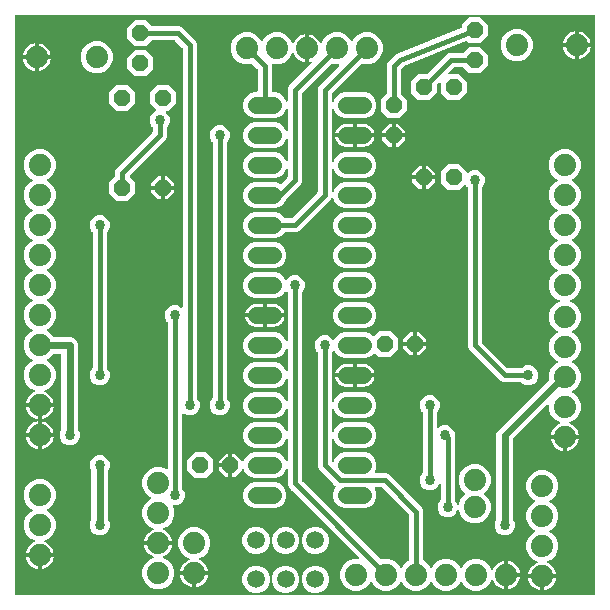
<source format=gbr>
G04 EAGLE Gerber RS-274X export*
G75*
%MOMM*%
%FSLAX34Y34*%
%LPD*%
%INBottom Copper*%
%IPPOS*%
%AMOC8*
5,1,8,0,0,1.08239X$1,22.5*%
G01*
%ADD10P,1.539592X8X292.500000*%
%ADD11P,1.539592X8X22.500000*%
%ADD12P,1.539592X8X112.500000*%
%ADD13C,1.422400*%
%ADD14C,1.879600*%
%ADD15C,1.509600*%
%ADD16C,0.858000*%
%ADD17C,0.609600*%
%ADD18C,0.406400*%

G36*
X495194Y4068D02*
X495194Y4068D01*
X495213Y4066D01*
X495315Y4088D01*
X495417Y4104D01*
X495434Y4114D01*
X495454Y4118D01*
X495543Y4171D01*
X495634Y4220D01*
X495648Y4234D01*
X495665Y4244D01*
X495732Y4323D01*
X495804Y4398D01*
X495812Y4416D01*
X495825Y4431D01*
X495864Y4527D01*
X495907Y4621D01*
X495909Y4641D01*
X495917Y4659D01*
X495935Y4826D01*
X495935Y495174D01*
X495932Y495194D01*
X495934Y495213D01*
X495912Y495315D01*
X495896Y495417D01*
X495886Y495434D01*
X495882Y495454D01*
X495829Y495543D01*
X495780Y495634D01*
X495766Y495648D01*
X495756Y495665D01*
X495677Y495732D01*
X495602Y495804D01*
X495584Y495812D01*
X495569Y495825D01*
X495473Y495864D01*
X495379Y495907D01*
X495359Y495909D01*
X495341Y495917D01*
X495174Y495935D01*
X4826Y495935D01*
X4806Y495932D01*
X4787Y495934D01*
X4685Y495912D01*
X4583Y495896D01*
X4566Y495886D01*
X4546Y495882D01*
X4457Y495829D01*
X4366Y495780D01*
X4352Y495766D01*
X4335Y495756D01*
X4268Y495677D01*
X4196Y495602D01*
X4188Y495584D01*
X4175Y495569D01*
X4136Y495473D01*
X4093Y495379D01*
X4091Y495359D01*
X4083Y495341D01*
X4065Y495174D01*
X4065Y4826D01*
X4068Y4806D01*
X4066Y4787D01*
X4088Y4685D01*
X4104Y4583D01*
X4114Y4566D01*
X4118Y4546D01*
X4171Y4457D01*
X4220Y4366D01*
X4234Y4352D01*
X4244Y4335D01*
X4323Y4268D01*
X4398Y4196D01*
X4416Y4188D01*
X4431Y4175D01*
X4527Y4136D01*
X4621Y4093D01*
X4641Y4091D01*
X4659Y4083D01*
X4826Y4065D01*
X495174Y4065D01*
X495194Y4068D01*
G37*
%LPC*%
G36*
X290692Y8127D02*
X290692Y8127D01*
X285744Y10177D01*
X281957Y13964D01*
X279907Y18912D01*
X279907Y24268D01*
X281957Y29216D01*
X285744Y33003D01*
X290692Y35053D01*
X294847Y35053D01*
X294918Y35064D01*
X294990Y35066D01*
X295039Y35084D01*
X295090Y35092D01*
X295153Y35126D01*
X295221Y35151D01*
X295261Y35183D01*
X295308Y35208D01*
X295357Y35260D01*
X295413Y35304D01*
X295441Y35348D01*
X295477Y35386D01*
X295507Y35451D01*
X295546Y35511D01*
X295559Y35562D01*
X295581Y35609D01*
X295588Y35680D01*
X295606Y35750D01*
X295602Y35802D01*
X295608Y35853D01*
X295592Y35924D01*
X295587Y35995D01*
X295566Y36043D01*
X295555Y36094D01*
X295519Y36155D01*
X295490Y36221D01*
X295446Y36277D01*
X295429Y36305D01*
X295411Y36320D01*
X295386Y36352D01*
X237954Y93784D01*
X236131Y95606D01*
X235203Y97847D01*
X235203Y110699D01*
X235188Y110795D01*
X235178Y110892D01*
X235168Y110916D01*
X235164Y110942D01*
X235118Y111028D01*
X235078Y111117D01*
X235061Y111136D01*
X235048Y111159D01*
X234978Y111226D01*
X234912Y111298D01*
X234889Y111311D01*
X234870Y111329D01*
X234782Y111370D01*
X234696Y111417D01*
X234671Y111421D01*
X234647Y111432D01*
X234550Y111443D01*
X234454Y111460D01*
X234428Y111456D01*
X234403Y111459D01*
X234307Y111439D01*
X234211Y111424D01*
X234188Y111413D01*
X234162Y111407D01*
X234079Y111357D01*
X233992Y111313D01*
X233973Y111294D01*
X233951Y111281D01*
X233888Y111207D01*
X233820Y111137D01*
X233804Y111109D01*
X233791Y111094D01*
X233779Y111063D01*
X233739Y110990D01*
X232487Y107969D01*
X229343Y104825D01*
X225235Y103123D01*
X206565Y103123D01*
X202457Y104825D01*
X199313Y107969D01*
X197807Y111604D01*
X197756Y111687D01*
X197710Y111772D01*
X197692Y111790D01*
X197678Y111813D01*
X197602Y111875D01*
X197532Y111942D01*
X197508Y111953D01*
X197488Y111969D01*
X197397Y112004D01*
X197309Y112045D01*
X197283Y112048D01*
X197259Y112058D01*
X197161Y112062D01*
X197065Y112073D01*
X197039Y112067D01*
X197013Y112068D01*
X196919Y112041D01*
X196824Y112020D01*
X196802Y112007D01*
X196777Y112000D01*
X196697Y111944D01*
X196613Y111894D01*
X196596Y111874D01*
X196575Y111859D01*
X196516Y111781D01*
X196453Y111707D01*
X196443Y111683D01*
X196428Y111662D01*
X196398Y111569D01*
X196361Y111479D01*
X196358Y111447D01*
X196352Y111428D01*
X196352Y111395D01*
X196343Y111312D01*
X196343Y110302D01*
X190688Y104647D01*
X188213Y104647D01*
X188213Y113538D01*
X188210Y113558D01*
X188212Y113577D01*
X188190Y113679D01*
X188173Y113781D01*
X188164Y113798D01*
X188160Y113818D01*
X188107Y113907D01*
X188058Y113998D01*
X188044Y114012D01*
X188034Y114029D01*
X187955Y114096D01*
X187880Y114167D01*
X187862Y114176D01*
X187847Y114189D01*
X187751Y114227D01*
X187657Y114271D01*
X187637Y114273D01*
X187619Y114281D01*
X187452Y114299D01*
X186689Y114299D01*
X186689Y114301D01*
X187452Y114301D01*
X187472Y114304D01*
X187491Y114302D01*
X187593Y114324D01*
X187695Y114341D01*
X187712Y114350D01*
X187732Y114354D01*
X187821Y114407D01*
X187912Y114456D01*
X187926Y114470D01*
X187943Y114480D01*
X188010Y114559D01*
X188081Y114634D01*
X188090Y114652D01*
X188103Y114667D01*
X188142Y114763D01*
X188185Y114857D01*
X188187Y114877D01*
X188195Y114895D01*
X188213Y115062D01*
X188213Y123953D01*
X190688Y123953D01*
X196343Y118298D01*
X196343Y117288D01*
X196358Y117192D01*
X196368Y117095D01*
X196378Y117071D01*
X196382Y117045D01*
X196428Y116959D01*
X196468Y116870D01*
X196485Y116851D01*
X196497Y116828D01*
X196568Y116761D01*
X196634Y116689D01*
X196657Y116676D01*
X196676Y116658D01*
X196764Y116617D01*
X196849Y116570D01*
X196875Y116566D01*
X196899Y116555D01*
X196996Y116544D01*
X197092Y116527D01*
X197117Y116530D01*
X197143Y116527D01*
X197238Y116548D01*
X197335Y116562D01*
X197358Y116574D01*
X197384Y116580D01*
X197467Y116630D01*
X197554Y116674D01*
X197572Y116693D01*
X197595Y116706D01*
X197658Y116780D01*
X197726Y116849D01*
X197742Y116878D01*
X197755Y116893D01*
X197767Y116923D01*
X197807Y116996D01*
X199313Y120631D01*
X202457Y123775D01*
X206565Y125477D01*
X225235Y125477D01*
X229343Y123775D01*
X232487Y120631D01*
X233739Y117610D01*
X233790Y117527D01*
X233836Y117441D01*
X233854Y117423D01*
X233868Y117401D01*
X233944Y117338D01*
X234014Y117271D01*
X234038Y117260D01*
X234058Y117244D01*
X234149Y117209D01*
X234237Y117168D01*
X234263Y117165D01*
X234287Y117156D01*
X234385Y117151D01*
X234481Y117141D01*
X234507Y117146D01*
X234533Y117145D01*
X234627Y117172D01*
X234722Y117193D01*
X234744Y117206D01*
X234769Y117214D01*
X234849Y117269D01*
X234933Y117319D01*
X234950Y117339D01*
X234971Y117354D01*
X235030Y117432D01*
X235093Y117506D01*
X235103Y117530D01*
X235118Y117551D01*
X235148Y117644D01*
X235185Y117734D01*
X235188Y117767D01*
X235194Y117785D01*
X235194Y117818D01*
X235203Y117901D01*
X235203Y136099D01*
X235188Y136195D01*
X235178Y136292D01*
X235168Y136316D01*
X235164Y136342D01*
X235118Y136428D01*
X235078Y136517D01*
X235061Y136536D01*
X235048Y136559D01*
X234978Y136626D01*
X234912Y136698D01*
X234889Y136711D01*
X234870Y136729D01*
X234782Y136770D01*
X234696Y136817D01*
X234671Y136821D01*
X234647Y136832D01*
X234550Y136843D01*
X234454Y136860D01*
X234428Y136856D01*
X234403Y136859D01*
X234307Y136839D01*
X234211Y136824D01*
X234188Y136813D01*
X234162Y136807D01*
X234079Y136757D01*
X233992Y136713D01*
X233973Y136694D01*
X233951Y136681D01*
X233888Y136607D01*
X233820Y136537D01*
X233804Y136509D01*
X233791Y136494D01*
X233779Y136463D01*
X233739Y136390D01*
X232487Y133369D01*
X229343Y130225D01*
X225235Y128523D01*
X206565Y128523D01*
X202457Y130225D01*
X199313Y133369D01*
X197611Y137477D01*
X197611Y141923D01*
X199313Y146031D01*
X202457Y149175D01*
X206565Y150877D01*
X225235Y150877D01*
X229343Y149175D01*
X232487Y146031D01*
X233739Y143010D01*
X233790Y142927D01*
X233836Y142841D01*
X233854Y142823D01*
X233868Y142801D01*
X233944Y142738D01*
X234014Y142671D01*
X234038Y142660D01*
X234058Y142644D01*
X234149Y142609D01*
X234237Y142568D01*
X234263Y142565D01*
X234287Y142556D01*
X234385Y142551D01*
X234481Y142541D01*
X234507Y142546D01*
X234533Y142545D01*
X234627Y142572D01*
X234722Y142593D01*
X234744Y142606D01*
X234769Y142614D01*
X234849Y142669D01*
X234933Y142719D01*
X234950Y142739D01*
X234971Y142754D01*
X235030Y142832D01*
X235093Y142906D01*
X235103Y142930D01*
X235118Y142951D01*
X235148Y143044D01*
X235185Y143134D01*
X235188Y143167D01*
X235194Y143185D01*
X235194Y143218D01*
X235203Y143301D01*
X235203Y161499D01*
X235188Y161595D01*
X235178Y161692D01*
X235168Y161716D01*
X235164Y161742D01*
X235118Y161828D01*
X235078Y161917D01*
X235061Y161936D01*
X235048Y161959D01*
X234978Y162026D01*
X234912Y162098D01*
X234889Y162111D01*
X234870Y162129D01*
X234782Y162170D01*
X234696Y162217D01*
X234671Y162221D01*
X234647Y162232D01*
X234550Y162243D01*
X234454Y162260D01*
X234428Y162256D01*
X234403Y162259D01*
X234307Y162239D01*
X234211Y162224D01*
X234188Y162213D01*
X234162Y162207D01*
X234079Y162157D01*
X233992Y162113D01*
X233973Y162094D01*
X233951Y162081D01*
X233888Y162007D01*
X233820Y161937D01*
X233804Y161909D01*
X233791Y161894D01*
X233779Y161863D01*
X233739Y161790D01*
X232487Y158769D01*
X229343Y155625D01*
X225235Y153923D01*
X206565Y153923D01*
X202457Y155625D01*
X199313Y158769D01*
X197611Y162877D01*
X197611Y167323D01*
X199313Y171431D01*
X202457Y174575D01*
X206565Y176277D01*
X225235Y176277D01*
X229343Y174575D01*
X232487Y171431D01*
X233739Y168410D01*
X233790Y168327D01*
X233836Y168241D01*
X233854Y168223D01*
X233868Y168201D01*
X233944Y168138D01*
X234014Y168071D01*
X234038Y168060D01*
X234058Y168044D01*
X234149Y168009D01*
X234237Y167968D01*
X234263Y167965D01*
X234287Y167956D01*
X234385Y167951D01*
X234481Y167941D01*
X234507Y167946D01*
X234533Y167945D01*
X234627Y167972D01*
X234722Y167993D01*
X234744Y168006D01*
X234769Y168014D01*
X234849Y168069D01*
X234933Y168119D01*
X234950Y168139D01*
X234971Y168154D01*
X235030Y168232D01*
X235093Y168306D01*
X235103Y168330D01*
X235118Y168351D01*
X235148Y168444D01*
X235185Y168534D01*
X235188Y168567D01*
X235194Y168585D01*
X235194Y168618D01*
X235203Y168701D01*
X235203Y186899D01*
X235188Y186995D01*
X235178Y187092D01*
X235168Y187116D01*
X235164Y187142D01*
X235118Y187228D01*
X235078Y187317D01*
X235061Y187336D01*
X235048Y187359D01*
X234978Y187426D01*
X234912Y187498D01*
X234889Y187511D01*
X234870Y187529D01*
X234782Y187570D01*
X234696Y187617D01*
X234671Y187621D01*
X234647Y187632D01*
X234550Y187643D01*
X234454Y187660D01*
X234428Y187656D01*
X234403Y187659D01*
X234307Y187639D01*
X234211Y187624D01*
X234188Y187613D01*
X234162Y187607D01*
X234079Y187557D01*
X233992Y187513D01*
X233973Y187494D01*
X233951Y187481D01*
X233888Y187407D01*
X233820Y187337D01*
X233804Y187309D01*
X233791Y187294D01*
X233779Y187263D01*
X233739Y187190D01*
X232487Y184169D01*
X229343Y181025D01*
X225235Y179323D01*
X206565Y179323D01*
X202457Y181025D01*
X199313Y184169D01*
X197611Y188277D01*
X197611Y192723D01*
X199313Y196831D01*
X202457Y199975D01*
X206565Y201677D01*
X225235Y201677D01*
X229343Y199975D01*
X232487Y196831D01*
X233739Y193810D01*
X233790Y193727D01*
X233836Y193641D01*
X233854Y193623D01*
X233868Y193601D01*
X233944Y193538D01*
X234014Y193471D01*
X234038Y193460D01*
X234058Y193444D01*
X234149Y193409D01*
X234237Y193368D01*
X234263Y193365D01*
X234287Y193356D01*
X234385Y193351D01*
X234481Y193341D01*
X234507Y193346D01*
X234533Y193345D01*
X234627Y193372D01*
X234722Y193393D01*
X234744Y193406D01*
X234769Y193414D01*
X234849Y193469D01*
X234933Y193519D01*
X234950Y193539D01*
X234971Y193554D01*
X235030Y193632D01*
X235093Y193706D01*
X235103Y193730D01*
X235118Y193751D01*
X235148Y193844D01*
X235185Y193934D01*
X235188Y193967D01*
X235194Y193985D01*
X235194Y194018D01*
X235203Y194101D01*
X235203Y212299D01*
X235188Y212395D01*
X235178Y212492D01*
X235168Y212516D01*
X235164Y212542D01*
X235118Y212628D01*
X235078Y212717D01*
X235061Y212736D01*
X235048Y212759D01*
X234978Y212826D01*
X234912Y212898D01*
X234889Y212911D01*
X234870Y212929D01*
X234782Y212970D01*
X234696Y213017D01*
X234671Y213021D01*
X234647Y213032D01*
X234550Y213043D01*
X234454Y213060D01*
X234428Y213056D01*
X234403Y213059D01*
X234307Y213039D01*
X234211Y213024D01*
X234188Y213013D01*
X234162Y213007D01*
X234079Y212957D01*
X233992Y212913D01*
X233973Y212894D01*
X233951Y212881D01*
X233888Y212807D01*
X233820Y212737D01*
X233804Y212709D01*
X233791Y212694D01*
X233779Y212663D01*
X233739Y212590D01*
X232487Y209569D01*
X229343Y206425D01*
X225235Y204723D01*
X206565Y204723D01*
X202457Y206425D01*
X199313Y209569D01*
X197611Y213677D01*
X197611Y218123D01*
X199313Y222231D01*
X202457Y225375D01*
X206565Y227077D01*
X225235Y227077D01*
X229343Y225375D01*
X232487Y222231D01*
X233739Y219210D01*
X233790Y219127D01*
X233836Y219041D01*
X233854Y219023D01*
X233868Y219001D01*
X233944Y218938D01*
X234014Y218871D01*
X234038Y218860D01*
X234058Y218844D01*
X234149Y218809D01*
X234237Y218768D01*
X234263Y218765D01*
X234287Y218756D01*
X234385Y218751D01*
X234481Y218741D01*
X234507Y218746D01*
X234533Y218745D01*
X234627Y218772D01*
X234722Y218793D01*
X234744Y218806D01*
X234769Y218814D01*
X234849Y218869D01*
X234933Y218919D01*
X234950Y218939D01*
X234971Y218954D01*
X235030Y219032D01*
X235093Y219106D01*
X235103Y219130D01*
X235118Y219151D01*
X235148Y219244D01*
X235185Y219334D01*
X235188Y219367D01*
X235194Y219385D01*
X235194Y219418D01*
X235203Y219501D01*
X235203Y260666D01*
X235189Y260756D01*
X235181Y260847D01*
X235169Y260877D01*
X235164Y260909D01*
X235121Y260989D01*
X235085Y261073D01*
X235059Y261105D01*
X235048Y261126D01*
X235025Y261148D01*
X234980Y261204D01*
X234268Y261917D01*
X234230Y261944D01*
X234199Y261978D01*
X234154Y262003D01*
X234136Y262018D01*
X234116Y262026D01*
X234068Y262060D01*
X234024Y262074D01*
X233984Y262096D01*
X233908Y262110D01*
X233907Y262110D01*
X233833Y262133D01*
X233787Y262132D01*
X233742Y262140D01*
X233665Y262128D01*
X233587Y262126D01*
X233544Y262111D01*
X233498Y262104D01*
X233429Y262069D01*
X233356Y262042D01*
X233320Y262013D01*
X233279Y261993D01*
X233225Y261937D01*
X233164Y261888D01*
X233139Y261850D01*
X233107Y261817D01*
X233041Y261697D01*
X233031Y261681D01*
X233030Y261677D01*
X233026Y261670D01*
X232487Y260369D01*
X229343Y257225D01*
X225235Y255523D01*
X206565Y255523D01*
X202457Y257225D01*
X199313Y260369D01*
X197611Y264477D01*
X197611Y268923D01*
X199313Y273031D01*
X202457Y276175D01*
X206565Y277877D01*
X225235Y277877D01*
X229343Y276175D01*
X232487Y273031D01*
X233026Y271730D01*
X233050Y271691D01*
X233066Y271648D01*
X233113Y271589D01*
X233146Y271534D01*
X233149Y271531D01*
X233156Y271521D01*
X233191Y271492D01*
X233220Y271456D01*
X233285Y271414D01*
X233325Y271381D01*
X233333Y271374D01*
X233334Y271374D01*
X233345Y271364D01*
X233388Y271348D01*
X233427Y271323D01*
X233502Y271304D01*
X233575Y271276D01*
X233621Y271274D01*
X233665Y271263D01*
X233706Y271266D01*
X233728Y271263D01*
X233733Y271263D01*
X233761Y271268D01*
X233821Y271266D01*
X233865Y271278D01*
X233910Y271282D01*
X233951Y271299D01*
X233976Y271303D01*
X234006Y271319D01*
X234057Y271334D01*
X234095Y271360D01*
X234137Y271378D01*
X234175Y271409D01*
X234193Y271418D01*
X234212Y271439D01*
X234243Y271464D01*
X234259Y271474D01*
X234262Y271478D01*
X234268Y271483D01*
X236567Y273783D01*
X239638Y275055D01*
X242962Y275055D01*
X246033Y273783D01*
X248383Y271433D01*
X249655Y268362D01*
X249655Y265038D01*
X248383Y261967D01*
X247620Y261204D01*
X247567Y261130D01*
X247507Y261061D01*
X247495Y261031D01*
X247476Y261005D01*
X247449Y260918D01*
X247415Y260833D01*
X247411Y260792D01*
X247404Y260769D01*
X247405Y260737D01*
X247397Y260666D01*
X247397Y101901D01*
X247411Y101811D01*
X247419Y101720D01*
X247431Y101690D01*
X247436Y101658D01*
X247479Y101577D01*
X247515Y101493D01*
X247541Y101461D01*
X247552Y101441D01*
X247575Y101418D01*
X247620Y101362D01*
X314203Y34779D01*
X314298Y34711D01*
X314392Y34641D01*
X314398Y34639D01*
X314403Y34635D01*
X314514Y34601D01*
X314626Y34565D01*
X314632Y34565D01*
X314638Y34563D01*
X314755Y34566D01*
X314872Y34567D01*
X314879Y34569D01*
X314884Y34569D01*
X314901Y34576D01*
X315033Y34614D01*
X316092Y35053D01*
X321448Y35053D01*
X326396Y33003D01*
X330183Y29216D01*
X330767Y27807D01*
X330804Y27746D01*
X330834Y27681D01*
X330869Y27642D01*
X330896Y27598D01*
X330952Y27552D01*
X331000Y27500D01*
X331046Y27475D01*
X331086Y27441D01*
X331153Y27416D01*
X331216Y27381D01*
X331267Y27372D01*
X331315Y27353D01*
X331387Y27350D01*
X331458Y27337D01*
X331509Y27345D01*
X331561Y27343D01*
X331630Y27363D01*
X331701Y27373D01*
X331747Y27397D01*
X331797Y27411D01*
X331856Y27452D01*
X331920Y27485D01*
X331957Y27522D01*
X331999Y27552D01*
X332042Y27609D01*
X332092Y27660D01*
X332127Y27723D01*
X332146Y27749D01*
X332153Y27771D01*
X332173Y27807D01*
X332757Y29216D01*
X336544Y33003D01*
X337603Y33442D01*
X337703Y33504D01*
X337803Y33563D01*
X337807Y33568D01*
X337812Y33572D01*
X337887Y33662D01*
X337963Y33750D01*
X337965Y33756D01*
X337969Y33761D01*
X338011Y33869D01*
X338055Y33979D01*
X338056Y33986D01*
X338057Y33991D01*
X338058Y34009D01*
X338073Y34145D01*
X338073Y72089D01*
X338059Y72179D01*
X338051Y72270D01*
X338039Y72300D01*
X338034Y72332D01*
X337991Y72413D01*
X337955Y72497D01*
X337929Y72529D01*
X337918Y72549D01*
X337895Y72572D01*
X337850Y72628D01*
X315198Y95280D01*
X315124Y95333D01*
X315054Y95393D01*
X315024Y95405D01*
X314998Y95424D01*
X314911Y95451D01*
X314826Y95485D01*
X314785Y95489D01*
X314763Y95496D01*
X314731Y95495D01*
X314659Y95503D01*
X309714Y95503D01*
X309668Y95496D01*
X309623Y95498D01*
X309548Y95476D01*
X309471Y95464D01*
X309430Y95442D01*
X309386Y95429D01*
X309322Y95385D01*
X309254Y95348D01*
X309222Y95315D01*
X309184Y95289D01*
X309138Y95226D01*
X309084Y95170D01*
X309065Y95128D01*
X309038Y95092D01*
X309013Y95018D01*
X308981Y94947D01*
X308976Y94901D01*
X308961Y94858D01*
X308962Y94780D01*
X308954Y94703D01*
X308963Y94658D01*
X308964Y94612D01*
X309002Y94480D01*
X309006Y94462D01*
X309008Y94458D01*
X309010Y94451D01*
X310389Y91123D01*
X310389Y86677D01*
X308687Y82569D01*
X305543Y79425D01*
X301435Y77723D01*
X282765Y77723D01*
X278657Y79425D01*
X275513Y82569D01*
X273811Y86677D01*
X273811Y91123D01*
X275513Y95231D01*
X275792Y95510D01*
X275803Y95526D01*
X275819Y95538D01*
X275875Y95626D01*
X275935Y95710D01*
X275941Y95729D01*
X275952Y95745D01*
X275977Y95846D01*
X276007Y95945D01*
X276007Y95965D01*
X276012Y95984D01*
X276004Y96087D01*
X276001Y96191D01*
X275994Y96209D01*
X275993Y96229D01*
X275952Y96324D01*
X275917Y96422D01*
X275904Y96437D01*
X275896Y96455D01*
X275792Y96586D01*
X274124Y98254D01*
X261531Y110846D01*
X260603Y113087D01*
X260603Y209866D01*
X260589Y209956D01*
X260581Y210047D01*
X260569Y210077D01*
X260564Y210109D01*
X260521Y210189D01*
X260485Y210273D01*
X260459Y210305D01*
X260448Y210326D01*
X260425Y210348D01*
X260380Y210404D01*
X259617Y211167D01*
X258345Y214238D01*
X258345Y217562D01*
X259617Y220633D01*
X261967Y222983D01*
X265038Y224255D01*
X268362Y224255D01*
X271433Y222983D01*
X273732Y220683D01*
X273770Y220656D01*
X273801Y220622D01*
X273869Y220585D01*
X273932Y220540D01*
X273976Y220526D01*
X274016Y220504D01*
X274093Y220490D01*
X274167Y220467D01*
X274213Y220468D01*
X274258Y220460D01*
X274335Y220472D01*
X274413Y220474D01*
X274456Y220489D01*
X274502Y220496D01*
X274571Y220531D01*
X274644Y220558D01*
X274680Y220587D01*
X274721Y220607D01*
X274775Y220663D01*
X274836Y220712D01*
X274861Y220750D01*
X274893Y220783D01*
X274959Y220903D01*
X274969Y220919D01*
X274970Y220923D01*
X274974Y220930D01*
X275513Y222231D01*
X278657Y225375D01*
X282765Y227077D01*
X301435Y227077D01*
X305543Y225375D01*
X307183Y223736D01*
X307199Y223724D01*
X307211Y223708D01*
X307299Y223652D01*
X307382Y223592D01*
X307401Y223586D01*
X307418Y223575D01*
X307519Y223550D01*
X307618Y223520D01*
X307637Y223520D01*
X307657Y223515D01*
X307760Y223523D01*
X307863Y223526D01*
X307882Y223533D01*
X307902Y223534D01*
X307997Y223575D01*
X308094Y223610D01*
X308110Y223623D01*
X308128Y223631D01*
X308259Y223736D01*
X312870Y228347D01*
X322130Y228347D01*
X328677Y221800D01*
X328677Y212540D01*
X322130Y205993D01*
X312870Y205993D01*
X309529Y209334D01*
X309513Y209346D01*
X309501Y209362D01*
X309413Y209418D01*
X309330Y209478D01*
X309311Y209484D01*
X309294Y209495D01*
X309193Y209520D01*
X309094Y209550D01*
X309075Y209550D01*
X309055Y209555D01*
X308952Y209547D01*
X308849Y209544D01*
X308830Y209537D01*
X308810Y209536D01*
X308715Y209495D01*
X308618Y209460D01*
X308602Y209447D01*
X308584Y209439D01*
X308453Y209334D01*
X305543Y206425D01*
X301435Y204723D01*
X282765Y204723D01*
X278657Y206425D01*
X275513Y209569D01*
X274974Y210870D01*
X274950Y210909D01*
X274934Y210952D01*
X274885Y211013D01*
X274844Y211079D01*
X274809Y211108D01*
X274780Y211144D01*
X274715Y211186D01*
X274655Y211236D01*
X274612Y211252D01*
X274573Y211277D01*
X274498Y211296D01*
X274425Y211324D01*
X274379Y211326D01*
X274335Y211337D01*
X274257Y211331D01*
X274179Y211334D01*
X274135Y211322D01*
X274090Y211318D01*
X274018Y211288D01*
X273943Y211266D01*
X273905Y211240D01*
X273863Y211222D01*
X273757Y211136D01*
X273741Y211126D01*
X273738Y211122D01*
X273732Y211117D01*
X273020Y210404D01*
X272967Y210330D01*
X272907Y210261D01*
X272895Y210231D01*
X272876Y210205D01*
X272849Y210117D01*
X272815Y210033D01*
X272811Y209992D01*
X272804Y209969D01*
X272805Y209937D01*
X272797Y209866D01*
X272797Y168701D01*
X272812Y168605D01*
X272822Y168508D01*
X272832Y168484D01*
X272836Y168458D01*
X272882Y168372D01*
X272922Y168283D01*
X272939Y168264D01*
X272952Y168241D01*
X273022Y168174D01*
X273088Y168102D01*
X273111Y168089D01*
X273130Y168071D01*
X273218Y168030D01*
X273304Y167983D01*
X273329Y167979D01*
X273353Y167968D01*
X273450Y167957D01*
X273546Y167940D01*
X273572Y167944D01*
X273597Y167941D01*
X273693Y167961D01*
X273789Y167976D01*
X273812Y167987D01*
X273838Y167993D01*
X273921Y168043D01*
X274008Y168087D01*
X274027Y168106D01*
X274049Y168119D01*
X274112Y168193D01*
X274180Y168263D01*
X274196Y168291D01*
X274209Y168306D01*
X274221Y168337D01*
X274261Y168410D01*
X275513Y171431D01*
X278657Y174575D01*
X282765Y176277D01*
X301435Y176277D01*
X305543Y174575D01*
X308687Y171431D01*
X310389Y167323D01*
X310389Y162877D01*
X308687Y158769D01*
X305543Y155625D01*
X301435Y153923D01*
X282765Y153923D01*
X278657Y155625D01*
X275513Y158769D01*
X274261Y161790D01*
X274210Y161873D01*
X274164Y161959D01*
X274146Y161977D01*
X274132Y161999D01*
X274056Y162062D01*
X273986Y162129D01*
X273962Y162140D01*
X273942Y162156D01*
X273851Y162191D01*
X273763Y162232D01*
X273737Y162235D01*
X273713Y162244D01*
X273615Y162249D01*
X273519Y162259D01*
X273493Y162254D01*
X273467Y162255D01*
X273373Y162228D01*
X273278Y162207D01*
X273256Y162194D01*
X273231Y162186D01*
X273151Y162131D01*
X273067Y162081D01*
X273050Y162061D01*
X273029Y162046D01*
X272970Y161968D01*
X272907Y161894D01*
X272897Y161870D01*
X272882Y161849D01*
X272852Y161756D01*
X272815Y161666D01*
X272812Y161633D01*
X272806Y161615D01*
X272806Y161582D01*
X272797Y161499D01*
X272797Y143301D01*
X272812Y143205D01*
X272822Y143108D01*
X272832Y143084D01*
X272836Y143058D01*
X272882Y142972D01*
X272922Y142883D01*
X272939Y142864D01*
X272952Y142841D01*
X273022Y142774D01*
X273088Y142702D01*
X273111Y142689D01*
X273130Y142671D01*
X273218Y142630D01*
X273304Y142583D01*
X273329Y142579D01*
X273353Y142568D01*
X273450Y142557D01*
X273546Y142540D01*
X273572Y142544D01*
X273597Y142541D01*
X273693Y142561D01*
X273789Y142576D01*
X273812Y142587D01*
X273838Y142593D01*
X273921Y142643D01*
X274008Y142687D01*
X274027Y142706D01*
X274049Y142719D01*
X274112Y142793D01*
X274180Y142863D01*
X274196Y142891D01*
X274209Y142906D01*
X274221Y142937D01*
X274261Y143010D01*
X275513Y146031D01*
X278657Y149175D01*
X282765Y150877D01*
X301435Y150877D01*
X305543Y149175D01*
X308687Y146031D01*
X310389Y141923D01*
X310389Y137477D01*
X308687Y133369D01*
X305543Y130225D01*
X301435Y128523D01*
X282765Y128523D01*
X278657Y130225D01*
X275513Y133369D01*
X274261Y136390D01*
X274210Y136473D01*
X274164Y136559D01*
X274146Y136577D01*
X274132Y136599D01*
X274056Y136662D01*
X273986Y136729D01*
X273962Y136740D01*
X273942Y136756D01*
X273851Y136791D01*
X273763Y136832D01*
X273737Y136835D01*
X273713Y136844D01*
X273615Y136849D01*
X273519Y136859D01*
X273493Y136854D01*
X273467Y136855D01*
X273373Y136828D01*
X273278Y136807D01*
X273256Y136794D01*
X273231Y136786D01*
X273151Y136731D01*
X273067Y136681D01*
X273050Y136661D01*
X273029Y136646D01*
X272970Y136568D01*
X272907Y136494D01*
X272897Y136470D01*
X272882Y136449D01*
X272852Y136356D01*
X272815Y136266D01*
X272812Y136233D01*
X272806Y136215D01*
X272806Y136182D01*
X272797Y136099D01*
X272797Y117901D01*
X272812Y117805D01*
X272822Y117708D01*
X272832Y117684D01*
X272836Y117658D01*
X272882Y117572D01*
X272922Y117483D01*
X272939Y117464D01*
X272952Y117441D01*
X273022Y117374D01*
X273088Y117302D01*
X273111Y117289D01*
X273130Y117271D01*
X273218Y117230D01*
X273304Y117183D01*
X273329Y117179D01*
X273353Y117168D01*
X273450Y117157D01*
X273546Y117140D01*
X273572Y117144D01*
X273597Y117141D01*
X273693Y117161D01*
X273789Y117176D01*
X273812Y117187D01*
X273838Y117193D01*
X273921Y117243D01*
X274008Y117287D01*
X274027Y117306D01*
X274049Y117319D01*
X274112Y117393D01*
X274180Y117463D01*
X274196Y117491D01*
X274209Y117506D01*
X274221Y117537D01*
X274261Y117610D01*
X275513Y120631D01*
X278657Y123775D01*
X282765Y125477D01*
X301435Y125477D01*
X305543Y123775D01*
X308687Y120631D01*
X310389Y116523D01*
X310389Y112077D01*
X309010Y108749D01*
X309000Y108705D01*
X308981Y108663D01*
X308972Y108586D01*
X308954Y108510D01*
X308959Y108464D01*
X308954Y108419D01*
X308970Y108342D01*
X308977Y108265D01*
X308996Y108223D01*
X309006Y108178D01*
X309046Y108111D01*
X309077Y108040D01*
X309108Y108006D01*
X309132Y107967D01*
X309191Y107916D01*
X309244Y107859D01*
X309284Y107837D01*
X309319Y107807D01*
X309391Y107778D01*
X309459Y107741D01*
X309504Y107732D01*
X309547Y107715D01*
X309683Y107700D01*
X309701Y107697D01*
X309706Y107698D01*
X309714Y107697D01*
X318713Y107697D01*
X320954Y106769D01*
X349339Y78384D01*
X350267Y76143D01*
X350267Y34145D01*
X350286Y34031D01*
X350303Y33914D01*
X350305Y33909D01*
X350306Y33902D01*
X350361Y33800D01*
X350414Y33695D01*
X350419Y33691D01*
X350422Y33685D01*
X350506Y33605D01*
X350590Y33523D01*
X350596Y33519D01*
X350600Y33516D01*
X350617Y33508D01*
X350737Y33442D01*
X351796Y33003D01*
X355583Y29216D01*
X356167Y27807D01*
X356204Y27746D01*
X356234Y27681D01*
X356269Y27642D01*
X356296Y27598D01*
X356352Y27552D01*
X356400Y27500D01*
X356446Y27475D01*
X356486Y27441D01*
X356553Y27416D01*
X356616Y27381D01*
X356667Y27372D01*
X356715Y27353D01*
X356787Y27350D01*
X356858Y27337D01*
X356909Y27345D01*
X356961Y27343D01*
X357030Y27363D01*
X357101Y27373D01*
X357147Y27397D01*
X357197Y27411D01*
X357256Y27452D01*
X357320Y27485D01*
X357357Y27522D01*
X357399Y27552D01*
X357442Y27609D01*
X357492Y27660D01*
X357527Y27723D01*
X357546Y27749D01*
X357553Y27771D01*
X357573Y27807D01*
X358157Y29216D01*
X361944Y33003D01*
X366892Y35053D01*
X372248Y35053D01*
X377196Y33003D01*
X380983Y29216D01*
X381567Y27807D01*
X381604Y27746D01*
X381634Y27681D01*
X381669Y27642D01*
X381696Y27598D01*
X381752Y27552D01*
X381800Y27500D01*
X381846Y27475D01*
X381886Y27441D01*
X381953Y27416D01*
X382016Y27381D01*
X382067Y27372D01*
X382115Y27353D01*
X382187Y27350D01*
X382258Y27337D01*
X382309Y27345D01*
X382361Y27343D01*
X382430Y27363D01*
X382501Y27373D01*
X382547Y27397D01*
X382597Y27411D01*
X382656Y27452D01*
X382720Y27485D01*
X382757Y27522D01*
X382799Y27552D01*
X382842Y27609D01*
X382892Y27660D01*
X382927Y27723D01*
X382946Y27749D01*
X382953Y27771D01*
X382973Y27807D01*
X383557Y29216D01*
X387344Y33003D01*
X392292Y35053D01*
X397648Y35053D01*
X402596Y33003D01*
X406383Y29216D01*
X407786Y25830D01*
X407839Y25744D01*
X407887Y25655D01*
X407904Y25640D01*
X407915Y25621D01*
X407993Y25557D01*
X408067Y25488D01*
X408088Y25479D01*
X408105Y25464D01*
X408199Y25428D01*
X408292Y25386D01*
X408314Y25384D01*
X408334Y25376D01*
X408435Y25372D01*
X408536Y25362D01*
X408558Y25367D01*
X408580Y25366D01*
X408677Y25394D01*
X408776Y25417D01*
X408795Y25428D01*
X408816Y25434D01*
X408899Y25492D01*
X408986Y25545D01*
X409000Y25562D01*
X409018Y25575D01*
X409079Y25656D01*
X409144Y25734D01*
X409155Y25758D01*
X409165Y25772D01*
X409175Y25803D01*
X409213Y25886D01*
X409306Y26173D01*
X410159Y27847D01*
X411264Y29368D01*
X412592Y30696D01*
X414113Y31801D01*
X415787Y32654D01*
X417574Y33235D01*
X418847Y33436D01*
X418847Y22352D01*
X418850Y22332D01*
X418848Y22313D01*
X418870Y22211D01*
X418887Y22109D01*
X418896Y22092D01*
X418900Y22072D01*
X418953Y21983D01*
X419002Y21892D01*
X419016Y21878D01*
X419026Y21861D01*
X419105Y21794D01*
X419180Y21723D01*
X419198Y21714D01*
X419213Y21701D01*
X419309Y21663D01*
X419403Y21619D01*
X419423Y21617D01*
X419441Y21609D01*
X419608Y21591D01*
X420371Y21591D01*
X420371Y21589D01*
X419608Y21589D01*
X419588Y21586D01*
X419569Y21588D01*
X419467Y21566D01*
X419365Y21549D01*
X419348Y21540D01*
X419328Y21536D01*
X419239Y21483D01*
X419148Y21434D01*
X419134Y21420D01*
X419117Y21410D01*
X419050Y21331D01*
X418979Y21256D01*
X418970Y21238D01*
X418957Y21223D01*
X418918Y21127D01*
X418875Y21033D01*
X418873Y21013D01*
X418865Y20995D01*
X418847Y20828D01*
X418847Y9744D01*
X417574Y9945D01*
X415787Y10526D01*
X414113Y11379D01*
X412592Y12484D01*
X411264Y13812D01*
X410159Y15333D01*
X409306Y17007D01*
X409213Y17294D01*
X409166Y17384D01*
X409125Y17476D01*
X409110Y17492D01*
X409100Y17512D01*
X409027Y17583D01*
X408959Y17657D01*
X408939Y17668D01*
X408923Y17683D01*
X408832Y17727D01*
X408743Y17776D01*
X408721Y17780D01*
X408701Y17789D01*
X408601Y17802D01*
X408501Y17820D01*
X408479Y17816D01*
X408457Y17819D01*
X408358Y17799D01*
X408258Y17784D01*
X408238Y17774D01*
X408216Y17769D01*
X408129Y17718D01*
X408039Y17672D01*
X408023Y17656D01*
X408004Y17645D01*
X407937Y17569D01*
X407866Y17497D01*
X407853Y17473D01*
X407842Y17460D01*
X407830Y17430D01*
X407786Y17350D01*
X406383Y13964D01*
X402596Y10177D01*
X397648Y8127D01*
X392292Y8127D01*
X387344Y10177D01*
X383557Y13964D01*
X382973Y15373D01*
X382935Y15434D01*
X382906Y15499D01*
X382871Y15538D01*
X382844Y15582D01*
X382788Y15628D01*
X382740Y15680D01*
X382694Y15705D01*
X382654Y15739D01*
X382587Y15764D01*
X382524Y15799D01*
X382473Y15808D01*
X382425Y15827D01*
X382353Y15830D01*
X382282Y15843D01*
X382231Y15835D01*
X382179Y15837D01*
X382110Y15817D01*
X382039Y15807D01*
X381993Y15783D01*
X381943Y15769D01*
X381884Y15728D01*
X381820Y15695D01*
X381783Y15658D01*
X381741Y15628D01*
X381698Y15571D01*
X381648Y15520D01*
X381613Y15457D01*
X381594Y15431D01*
X381587Y15409D01*
X381567Y15373D01*
X380983Y13964D01*
X377196Y10177D01*
X372248Y8127D01*
X366892Y8127D01*
X361944Y10177D01*
X358157Y13964D01*
X357573Y15373D01*
X357535Y15434D01*
X357506Y15499D01*
X357471Y15538D01*
X357444Y15582D01*
X357388Y15628D01*
X357340Y15680D01*
X357294Y15705D01*
X357254Y15739D01*
X357187Y15764D01*
X357124Y15799D01*
X357073Y15808D01*
X357025Y15827D01*
X356953Y15830D01*
X356882Y15843D01*
X356831Y15835D01*
X356779Y15837D01*
X356710Y15817D01*
X356639Y15807D01*
X356593Y15783D01*
X356543Y15769D01*
X356484Y15728D01*
X356420Y15695D01*
X356383Y15658D01*
X356341Y15628D01*
X356298Y15571D01*
X356248Y15520D01*
X356213Y15457D01*
X356194Y15431D01*
X356187Y15409D01*
X356167Y15373D01*
X355583Y13964D01*
X351796Y10177D01*
X346848Y8127D01*
X341492Y8127D01*
X336544Y10177D01*
X332757Y13964D01*
X332173Y15373D01*
X332135Y15434D01*
X332106Y15499D01*
X332071Y15538D01*
X332044Y15582D01*
X331988Y15628D01*
X331940Y15680D01*
X331894Y15705D01*
X331854Y15739D01*
X331787Y15764D01*
X331724Y15799D01*
X331673Y15808D01*
X331625Y15827D01*
X331553Y15830D01*
X331482Y15843D01*
X331431Y15835D01*
X331379Y15837D01*
X331310Y15817D01*
X331239Y15807D01*
X331193Y15783D01*
X331143Y15769D01*
X331084Y15728D01*
X331020Y15695D01*
X330983Y15658D01*
X330941Y15628D01*
X330898Y15571D01*
X330848Y15520D01*
X330813Y15457D01*
X330794Y15431D01*
X330787Y15409D01*
X330767Y15373D01*
X330183Y13964D01*
X326396Y10177D01*
X321448Y8127D01*
X316092Y8127D01*
X311144Y10177D01*
X307357Y13964D01*
X306773Y15373D01*
X306735Y15434D01*
X306706Y15499D01*
X306671Y15538D01*
X306644Y15582D01*
X306588Y15628D01*
X306540Y15680D01*
X306494Y15705D01*
X306454Y15739D01*
X306387Y15764D01*
X306324Y15799D01*
X306273Y15808D01*
X306225Y15827D01*
X306153Y15830D01*
X306082Y15843D01*
X306031Y15835D01*
X305979Y15837D01*
X305910Y15817D01*
X305839Y15807D01*
X305793Y15783D01*
X305743Y15769D01*
X305684Y15728D01*
X305620Y15695D01*
X305583Y15658D01*
X305541Y15628D01*
X305498Y15571D01*
X305448Y15520D01*
X305413Y15457D01*
X305394Y15431D01*
X305387Y15409D01*
X305367Y15373D01*
X304783Y13964D01*
X300996Y10177D01*
X296048Y8127D01*
X290692Y8127D01*
G37*
%LPD*%
%LPC*%
G36*
X206565Y306323D02*
X206565Y306323D01*
X202457Y308025D01*
X199313Y311169D01*
X197611Y315277D01*
X197611Y319723D01*
X199313Y323831D01*
X202457Y326975D01*
X206565Y328677D01*
X225235Y328677D01*
X229343Y326975D01*
X232499Y323820D01*
X232573Y323767D01*
X232642Y323707D01*
X232672Y323695D01*
X232698Y323676D01*
X232785Y323649D01*
X232870Y323615D01*
X232911Y323611D01*
X232933Y323604D01*
X232966Y323605D01*
X233037Y323597D01*
X238459Y323597D01*
X238549Y323611D01*
X238640Y323619D01*
X238670Y323631D01*
X238702Y323636D01*
X238783Y323679D01*
X238867Y323715D01*
X238899Y323741D01*
X238919Y323752D01*
X238942Y323775D01*
X238998Y323820D01*
X260380Y345202D01*
X260433Y345276D01*
X260493Y345346D01*
X260505Y345376D01*
X260524Y345402D01*
X260551Y345489D01*
X260585Y345574D01*
X260589Y345615D01*
X260596Y345637D01*
X260595Y345669D01*
X260603Y345741D01*
X260603Y433013D01*
X261531Y435254D01*
X278876Y452598D01*
X278917Y452656D01*
X278967Y452708D01*
X278989Y452755D01*
X279019Y452797D01*
X279040Y452866D01*
X279071Y452931D01*
X279076Y452983D01*
X279092Y453033D01*
X279090Y453104D01*
X279098Y453175D01*
X279087Y453226D01*
X279085Y453278D01*
X279061Y453346D01*
X279045Y453416D01*
X279019Y453461D01*
X279001Y453509D01*
X278956Y453565D01*
X278919Y453627D01*
X278880Y453661D01*
X278847Y453701D01*
X278787Y453740D01*
X278732Y453787D01*
X278684Y453806D01*
X278640Y453834D01*
X278571Y453852D01*
X278504Y453879D01*
X278433Y453887D01*
X278402Y453895D01*
X278378Y453893D01*
X278337Y453897D01*
X274182Y453897D01*
X273123Y454336D01*
X273009Y454363D01*
X272896Y454391D01*
X272889Y454391D01*
X272883Y454392D01*
X272767Y454381D01*
X272650Y454372D01*
X272645Y454370D01*
X272638Y454369D01*
X272531Y454321D01*
X272424Y454276D01*
X272418Y454271D01*
X272414Y454269D01*
X272400Y454256D01*
X272293Y454171D01*
X247620Y429498D01*
X247567Y429424D01*
X247507Y429354D01*
X247495Y429324D01*
X247476Y429298D01*
X247449Y429211D01*
X247415Y429126D01*
X247411Y429085D01*
X247404Y429063D01*
X247405Y429031D01*
X247397Y428959D01*
X247397Y354387D01*
X246469Y352146D01*
X233723Y339401D01*
X233685Y339348D01*
X233639Y339301D01*
X233599Y339228D01*
X233579Y339201D01*
X233574Y339183D01*
X233558Y339154D01*
X232487Y336569D01*
X229343Y333425D01*
X225235Y331723D01*
X206565Y331723D01*
X202457Y333425D01*
X199313Y336569D01*
X197611Y340677D01*
X197611Y345123D01*
X199313Y349231D01*
X202457Y352375D01*
X206565Y354077D01*
X225235Y354077D01*
X228951Y352538D01*
X229064Y352511D01*
X229178Y352482D01*
X229184Y352483D01*
X229190Y352481D01*
X229307Y352492D01*
X229423Y352502D01*
X229429Y352504D01*
X229435Y352505D01*
X229543Y352552D01*
X229650Y352598D01*
X229655Y352602D01*
X229660Y352605D01*
X229674Y352617D01*
X229781Y352703D01*
X234980Y357902D01*
X235033Y357976D01*
X235093Y358046D01*
X235105Y358076D01*
X235124Y358102D01*
X235151Y358189D01*
X235185Y358274D01*
X235189Y358315D01*
X235196Y358337D01*
X235195Y358369D01*
X235203Y358441D01*
X235203Y364699D01*
X235188Y364795D01*
X235178Y364892D01*
X235168Y364916D01*
X235164Y364942D01*
X235118Y365028D01*
X235078Y365117D01*
X235061Y365136D01*
X235048Y365159D01*
X234978Y365226D01*
X234912Y365298D01*
X234889Y365311D01*
X234870Y365329D01*
X234782Y365370D01*
X234696Y365417D01*
X234671Y365421D01*
X234647Y365432D01*
X234550Y365443D01*
X234454Y365460D01*
X234428Y365456D01*
X234403Y365459D01*
X234307Y365439D01*
X234211Y365424D01*
X234188Y365413D01*
X234162Y365407D01*
X234079Y365357D01*
X233992Y365313D01*
X233973Y365294D01*
X233951Y365281D01*
X233888Y365207D01*
X233820Y365137D01*
X233804Y365109D01*
X233791Y365094D01*
X233779Y365063D01*
X233739Y364990D01*
X232487Y361969D01*
X229343Y358825D01*
X225235Y357123D01*
X206565Y357123D01*
X202457Y358825D01*
X199313Y361969D01*
X197611Y366077D01*
X197611Y370523D01*
X199313Y374631D01*
X202457Y377775D01*
X206565Y379477D01*
X225235Y379477D01*
X229343Y377775D01*
X232487Y374631D01*
X233739Y371610D01*
X233790Y371527D01*
X233836Y371441D01*
X233854Y371423D01*
X233868Y371401D01*
X233944Y371338D01*
X234014Y371271D01*
X234038Y371260D01*
X234058Y371244D01*
X234149Y371209D01*
X234237Y371168D01*
X234263Y371165D01*
X234287Y371156D01*
X234385Y371151D01*
X234481Y371141D01*
X234507Y371146D01*
X234533Y371145D01*
X234627Y371172D01*
X234722Y371193D01*
X234744Y371206D01*
X234769Y371214D01*
X234849Y371269D01*
X234933Y371319D01*
X234950Y371339D01*
X234971Y371354D01*
X235030Y371432D01*
X235093Y371506D01*
X235103Y371530D01*
X235118Y371551D01*
X235148Y371644D01*
X235185Y371734D01*
X235188Y371767D01*
X235194Y371785D01*
X235194Y371818D01*
X235203Y371901D01*
X235203Y390099D01*
X235188Y390195D01*
X235178Y390292D01*
X235168Y390316D01*
X235164Y390342D01*
X235118Y390428D01*
X235078Y390517D01*
X235061Y390536D01*
X235048Y390559D01*
X234978Y390626D01*
X234912Y390698D01*
X234889Y390711D01*
X234870Y390729D01*
X234782Y390770D01*
X234696Y390817D01*
X234671Y390821D01*
X234647Y390832D01*
X234550Y390843D01*
X234454Y390860D01*
X234428Y390856D01*
X234403Y390859D01*
X234307Y390839D01*
X234211Y390824D01*
X234188Y390813D01*
X234162Y390807D01*
X234079Y390757D01*
X233992Y390713D01*
X233973Y390694D01*
X233951Y390681D01*
X233888Y390607D01*
X233820Y390537D01*
X233804Y390509D01*
X233791Y390494D01*
X233779Y390463D01*
X233739Y390390D01*
X232487Y387369D01*
X229343Y384225D01*
X225235Y382523D01*
X206565Y382523D01*
X202457Y384225D01*
X199313Y387369D01*
X197611Y391477D01*
X197611Y395923D01*
X199313Y400031D01*
X202457Y403175D01*
X206565Y404877D01*
X225235Y404877D01*
X229343Y403175D01*
X232487Y400031D01*
X233739Y397010D01*
X233790Y396927D01*
X233836Y396841D01*
X233854Y396823D01*
X233868Y396801D01*
X233944Y396738D01*
X234014Y396671D01*
X234038Y396660D01*
X234058Y396644D01*
X234149Y396609D01*
X234237Y396568D01*
X234263Y396565D01*
X234287Y396556D01*
X234385Y396551D01*
X234481Y396541D01*
X234507Y396546D01*
X234533Y396545D01*
X234627Y396572D01*
X234722Y396593D01*
X234744Y396606D01*
X234769Y396614D01*
X234849Y396669D01*
X234933Y396719D01*
X234950Y396739D01*
X234971Y396754D01*
X235030Y396832D01*
X235093Y396906D01*
X235103Y396930D01*
X235118Y396951D01*
X235148Y397044D01*
X235185Y397134D01*
X235188Y397167D01*
X235194Y397185D01*
X235194Y397218D01*
X235203Y397301D01*
X235203Y415499D01*
X235188Y415595D01*
X235178Y415692D01*
X235168Y415716D01*
X235164Y415742D01*
X235118Y415828D01*
X235078Y415917D01*
X235061Y415936D01*
X235048Y415959D01*
X234978Y416026D01*
X234912Y416098D01*
X234889Y416111D01*
X234870Y416129D01*
X234782Y416170D01*
X234696Y416217D01*
X234671Y416221D01*
X234647Y416232D01*
X234550Y416243D01*
X234454Y416260D01*
X234428Y416256D01*
X234403Y416259D01*
X234307Y416239D01*
X234211Y416224D01*
X234188Y416213D01*
X234162Y416207D01*
X234079Y416157D01*
X233992Y416113D01*
X233973Y416094D01*
X233951Y416081D01*
X233888Y416007D01*
X233820Y415937D01*
X233804Y415909D01*
X233791Y415894D01*
X233779Y415863D01*
X233739Y415790D01*
X232487Y412769D01*
X229343Y409625D01*
X225235Y407923D01*
X206565Y407923D01*
X202457Y409625D01*
X199313Y412769D01*
X197611Y416877D01*
X197611Y421323D01*
X199313Y425431D01*
X202457Y428575D01*
X206565Y430277D01*
X209042Y430277D01*
X209062Y430280D01*
X209081Y430278D01*
X209183Y430300D01*
X209285Y430316D01*
X209302Y430326D01*
X209322Y430330D01*
X209411Y430383D01*
X209502Y430432D01*
X209516Y430446D01*
X209533Y430456D01*
X209600Y430535D01*
X209672Y430610D01*
X209680Y430628D01*
X209693Y430643D01*
X209732Y430739D01*
X209775Y430833D01*
X209777Y430853D01*
X209785Y430871D01*
X209803Y431038D01*
X209803Y449279D01*
X209789Y449369D01*
X209781Y449460D01*
X209769Y449490D01*
X209764Y449522D01*
X209721Y449603D01*
X209685Y449687D01*
X209659Y449719D01*
X209648Y449739D01*
X209625Y449762D01*
X209580Y449818D01*
X205227Y454171D01*
X205133Y454239D01*
X205038Y454309D01*
X205032Y454311D01*
X205027Y454315D01*
X204916Y454349D01*
X204804Y454385D01*
X204798Y454385D01*
X204792Y454387D01*
X204675Y454384D01*
X204558Y454383D01*
X204551Y454381D01*
X204546Y454381D01*
X204529Y454374D01*
X204397Y454336D01*
X203338Y453897D01*
X197982Y453897D01*
X193034Y455947D01*
X189247Y459734D01*
X187197Y464682D01*
X187197Y470038D01*
X189247Y474986D01*
X193034Y478773D01*
X197982Y480823D01*
X203338Y480823D01*
X208286Y478773D01*
X212073Y474986D01*
X212657Y473577D01*
X212695Y473516D01*
X212724Y473451D01*
X212759Y473412D01*
X212786Y473368D01*
X212842Y473322D01*
X212890Y473270D01*
X212936Y473245D01*
X212976Y473211D01*
X213043Y473186D01*
X213106Y473151D01*
X213157Y473142D01*
X213205Y473123D01*
X213277Y473120D01*
X213348Y473107D01*
X213399Y473115D01*
X213451Y473113D01*
X213520Y473133D01*
X213591Y473143D01*
X213637Y473167D01*
X213687Y473181D01*
X213746Y473222D01*
X213810Y473255D01*
X213847Y473292D01*
X213889Y473322D01*
X213932Y473379D01*
X213982Y473430D01*
X214017Y473493D01*
X214036Y473519D01*
X214043Y473541D01*
X214063Y473577D01*
X214647Y474986D01*
X218434Y478773D01*
X223382Y480823D01*
X228738Y480823D01*
X233686Y478773D01*
X237473Y474986D01*
X238876Y471600D01*
X238929Y471514D01*
X238977Y471425D01*
X238994Y471410D01*
X239005Y471391D01*
X239083Y471327D01*
X239157Y471258D01*
X239178Y471249D01*
X239195Y471234D01*
X239289Y471198D01*
X239382Y471156D01*
X239404Y471154D01*
X239424Y471146D01*
X239525Y471142D01*
X239626Y471132D01*
X239648Y471137D01*
X239670Y471136D01*
X239767Y471164D01*
X239866Y471187D01*
X239885Y471198D01*
X239906Y471204D01*
X239989Y471262D01*
X240076Y471315D01*
X240090Y471332D01*
X240108Y471345D01*
X240169Y471426D01*
X240234Y471504D01*
X240245Y471528D01*
X240255Y471542D01*
X240265Y471573D01*
X240303Y471656D01*
X240396Y471943D01*
X241249Y473617D01*
X242354Y475138D01*
X243682Y476466D01*
X245203Y477571D01*
X246877Y478424D01*
X248664Y479005D01*
X249937Y479206D01*
X249937Y468122D01*
X249940Y468102D01*
X249938Y468083D01*
X249960Y467981D01*
X249977Y467879D01*
X249986Y467862D01*
X249990Y467842D01*
X250043Y467753D01*
X250092Y467662D01*
X250106Y467648D01*
X250116Y467631D01*
X250195Y467564D01*
X250270Y467493D01*
X250288Y467484D01*
X250303Y467471D01*
X250399Y467433D01*
X250493Y467389D01*
X250513Y467387D01*
X250531Y467379D01*
X250698Y467361D01*
X252222Y467361D01*
X252242Y467364D01*
X252261Y467362D01*
X252363Y467384D01*
X252465Y467401D01*
X252482Y467410D01*
X252502Y467414D01*
X252591Y467467D01*
X252682Y467516D01*
X252696Y467530D01*
X252713Y467540D01*
X252780Y467619D01*
X252851Y467694D01*
X252860Y467712D01*
X252873Y467727D01*
X252912Y467823D01*
X252955Y467917D01*
X252957Y467937D01*
X252965Y467955D01*
X252983Y468122D01*
X252983Y479206D01*
X254256Y479005D01*
X256043Y478424D01*
X257717Y477571D01*
X259238Y476466D01*
X260566Y475138D01*
X261671Y473617D01*
X262524Y471943D01*
X262617Y471656D01*
X262664Y471566D01*
X262705Y471474D01*
X262720Y471458D01*
X262730Y471438D01*
X262803Y471367D01*
X262871Y471293D01*
X262891Y471282D01*
X262907Y471267D01*
X262998Y471223D01*
X263087Y471174D01*
X263109Y471170D01*
X263129Y471161D01*
X263229Y471148D01*
X263329Y471130D01*
X263351Y471134D01*
X263373Y471131D01*
X263472Y471151D01*
X263572Y471166D01*
X263592Y471176D01*
X263614Y471181D01*
X263701Y471232D01*
X263791Y471278D01*
X263807Y471294D01*
X263826Y471305D01*
X263893Y471381D01*
X263964Y471453D01*
X263977Y471477D01*
X263988Y471490D01*
X264000Y471520D01*
X264044Y471600D01*
X265447Y474986D01*
X269234Y478773D01*
X274182Y480823D01*
X279538Y480823D01*
X284486Y478773D01*
X288273Y474986D01*
X288857Y473577D01*
X288895Y473516D01*
X288924Y473451D01*
X288959Y473412D01*
X288986Y473368D01*
X289042Y473322D01*
X289090Y473270D01*
X289136Y473245D01*
X289176Y473211D01*
X289243Y473186D01*
X289306Y473151D01*
X289357Y473142D01*
X289405Y473123D01*
X289477Y473120D01*
X289548Y473107D01*
X289599Y473115D01*
X289651Y473113D01*
X289720Y473133D01*
X289791Y473143D01*
X289837Y473167D01*
X289887Y473181D01*
X289946Y473222D01*
X290010Y473255D01*
X290047Y473292D01*
X290089Y473322D01*
X290132Y473379D01*
X290182Y473430D01*
X290217Y473493D01*
X290236Y473519D01*
X290243Y473541D01*
X290263Y473577D01*
X290847Y474986D01*
X294634Y478773D01*
X299582Y480823D01*
X304938Y480823D01*
X309886Y478773D01*
X313673Y474986D01*
X315723Y470038D01*
X315723Y464682D01*
X313673Y459734D01*
X309886Y455947D01*
X304938Y453897D01*
X299582Y453897D01*
X298523Y454336D01*
X298409Y454363D01*
X298296Y454391D01*
X298289Y454391D01*
X298283Y454392D01*
X298167Y454381D01*
X298050Y454372D01*
X298045Y454370D01*
X298038Y454369D01*
X297931Y454321D01*
X297824Y454276D01*
X297818Y454271D01*
X297814Y454269D01*
X297800Y454256D01*
X297693Y454171D01*
X273020Y429498D01*
X272967Y429424D01*
X272907Y429354D01*
X272895Y429324D01*
X272876Y429298D01*
X272849Y429211D01*
X272815Y429126D01*
X272811Y429085D01*
X272804Y429063D01*
X272805Y429031D01*
X272797Y428959D01*
X272797Y422701D01*
X272812Y422605D01*
X272822Y422508D01*
X272832Y422484D01*
X272836Y422458D01*
X272882Y422372D01*
X272922Y422283D01*
X272939Y422264D01*
X272952Y422241D01*
X273022Y422174D01*
X273088Y422102D01*
X273111Y422089D01*
X273130Y422071D01*
X273218Y422030D01*
X273304Y421983D01*
X273329Y421979D01*
X273353Y421968D01*
X273450Y421957D01*
X273546Y421940D01*
X273572Y421944D01*
X273597Y421941D01*
X273693Y421961D01*
X273789Y421976D01*
X273812Y421987D01*
X273838Y421993D01*
X273921Y422043D01*
X274008Y422087D01*
X274027Y422106D01*
X274049Y422119D01*
X274112Y422193D01*
X274180Y422263D01*
X274196Y422291D01*
X274209Y422306D01*
X274221Y422337D01*
X274261Y422410D01*
X275513Y425431D01*
X278657Y428575D01*
X282765Y430277D01*
X301435Y430277D01*
X305543Y428575D01*
X308687Y425431D01*
X310389Y421323D01*
X310389Y416877D01*
X308687Y412769D01*
X305543Y409625D01*
X301435Y407923D01*
X282765Y407923D01*
X278657Y409625D01*
X275513Y412769D01*
X274261Y415790D01*
X274210Y415873D01*
X274164Y415959D01*
X274146Y415977D01*
X274132Y415999D01*
X274056Y416062D01*
X273986Y416129D01*
X273962Y416140D01*
X273942Y416156D01*
X273851Y416191D01*
X273763Y416232D01*
X273737Y416235D01*
X273713Y416244D01*
X273615Y416249D01*
X273519Y416259D01*
X273493Y416254D01*
X273467Y416255D01*
X273373Y416228D01*
X273278Y416207D01*
X273256Y416194D01*
X273231Y416186D01*
X273151Y416131D01*
X273067Y416081D01*
X273050Y416061D01*
X273029Y416046D01*
X272970Y415968D01*
X272907Y415894D01*
X272897Y415870D01*
X272882Y415849D01*
X272852Y415756D01*
X272815Y415666D01*
X272812Y415633D01*
X272806Y415615D01*
X272806Y415582D01*
X272797Y415499D01*
X272797Y371901D01*
X272812Y371805D01*
X272822Y371708D01*
X272832Y371684D01*
X272836Y371658D01*
X272882Y371572D01*
X272922Y371483D01*
X272939Y371464D01*
X272952Y371441D01*
X273022Y371374D01*
X273088Y371302D01*
X273111Y371289D01*
X273130Y371271D01*
X273218Y371230D01*
X273304Y371183D01*
X273329Y371179D01*
X273353Y371168D01*
X273450Y371157D01*
X273546Y371140D01*
X273572Y371144D01*
X273597Y371141D01*
X273693Y371161D01*
X273789Y371176D01*
X273812Y371187D01*
X273838Y371193D01*
X273921Y371243D01*
X274008Y371287D01*
X274027Y371306D01*
X274049Y371319D01*
X274112Y371393D01*
X274180Y371463D01*
X274196Y371491D01*
X274209Y371506D01*
X274221Y371537D01*
X274261Y371610D01*
X275513Y374631D01*
X278657Y377775D01*
X282765Y379477D01*
X301435Y379477D01*
X305543Y377775D01*
X308687Y374631D01*
X310389Y370523D01*
X310389Y366077D01*
X308687Y361969D01*
X305543Y358825D01*
X301435Y357123D01*
X282765Y357123D01*
X278657Y358825D01*
X275513Y361969D01*
X274261Y364990D01*
X274210Y365073D01*
X274164Y365159D01*
X274146Y365177D01*
X274132Y365199D01*
X274056Y365262D01*
X273986Y365329D01*
X273962Y365340D01*
X273942Y365356D01*
X273851Y365391D01*
X273763Y365432D01*
X273737Y365435D01*
X273713Y365444D01*
X273615Y365449D01*
X273519Y365459D01*
X273493Y365454D01*
X273467Y365455D01*
X273373Y365428D01*
X273278Y365407D01*
X273256Y365394D01*
X273231Y365386D01*
X273151Y365331D01*
X273067Y365281D01*
X273050Y365261D01*
X273029Y365246D01*
X272970Y365168D01*
X272907Y365094D01*
X272897Y365070D01*
X272882Y365049D01*
X272852Y364956D01*
X272815Y364866D01*
X272812Y364833D01*
X272806Y364815D01*
X272806Y364782D01*
X272797Y364699D01*
X272797Y346501D01*
X272812Y346405D01*
X272822Y346308D01*
X272832Y346284D01*
X272836Y346258D01*
X272882Y346172D01*
X272922Y346083D01*
X272939Y346064D01*
X272952Y346041D01*
X273022Y345974D01*
X273088Y345902D01*
X273111Y345889D01*
X273130Y345871D01*
X273218Y345830D01*
X273304Y345783D01*
X273329Y345779D01*
X273353Y345768D01*
X273450Y345757D01*
X273546Y345740D01*
X273572Y345744D01*
X273597Y345741D01*
X273693Y345761D01*
X273789Y345776D01*
X273812Y345787D01*
X273838Y345793D01*
X273921Y345843D01*
X274008Y345887D01*
X274027Y345906D01*
X274049Y345919D01*
X274112Y345993D01*
X274180Y346063D01*
X274196Y346091D01*
X274209Y346106D01*
X274221Y346137D01*
X274261Y346210D01*
X275513Y349231D01*
X278657Y352375D01*
X282765Y354077D01*
X301435Y354077D01*
X305543Y352375D01*
X308687Y349231D01*
X310389Y345123D01*
X310389Y340677D01*
X308687Y336569D01*
X305543Y333425D01*
X301435Y331723D01*
X282765Y331723D01*
X278657Y333425D01*
X275513Y336569D01*
X273798Y340709D01*
X273760Y340770D01*
X273731Y340835D01*
X273696Y340874D01*
X273668Y340918D01*
X273613Y340964D01*
X273565Y341016D01*
X273519Y341041D01*
X273479Y341075D01*
X273412Y341100D01*
X273349Y341135D01*
X273298Y341144D01*
X273249Y341163D01*
X273178Y341166D01*
X273107Y341179D01*
X273056Y341171D01*
X273004Y341173D01*
X272935Y341153D01*
X272864Y341143D01*
X272817Y341119D01*
X272767Y341105D01*
X272709Y341064D01*
X272645Y341031D01*
X272608Y340994D01*
X272565Y340964D01*
X272523Y340907D01*
X272472Y340856D01*
X272438Y340793D01*
X272419Y340767D01*
X272411Y340745D01*
X272391Y340709D01*
X271869Y339446D01*
X246576Y314154D01*
X246576Y314153D01*
X244754Y312331D01*
X242513Y311403D01*
X233037Y311403D01*
X232947Y311389D01*
X232856Y311381D01*
X232826Y311369D01*
X232794Y311364D01*
X232713Y311321D01*
X232630Y311285D01*
X232597Y311259D01*
X232577Y311248D01*
X232555Y311225D01*
X232499Y311180D01*
X229343Y308025D01*
X225235Y306323D01*
X206565Y306323D01*
G37*
%LPD*%
%LPC*%
G36*
X123052Y9397D02*
X123052Y9397D01*
X118104Y11447D01*
X114317Y15234D01*
X112267Y20182D01*
X112267Y25538D01*
X114317Y30486D01*
X118104Y34273D01*
X121490Y35676D01*
X121576Y35729D01*
X121665Y35777D01*
X121680Y35794D01*
X121699Y35805D01*
X121763Y35883D01*
X121832Y35957D01*
X121841Y35978D01*
X121856Y35995D01*
X121892Y36089D01*
X121934Y36182D01*
X121936Y36204D01*
X121944Y36224D01*
X121948Y36325D01*
X121958Y36426D01*
X121953Y36448D01*
X121954Y36470D01*
X121926Y36567D01*
X121903Y36666D01*
X121892Y36685D01*
X121886Y36706D01*
X121828Y36789D01*
X121775Y36876D01*
X121758Y36890D01*
X121745Y36908D01*
X121664Y36969D01*
X121586Y37034D01*
X121562Y37045D01*
X121548Y37055D01*
X121517Y37065D01*
X121434Y37103D01*
X121147Y37196D01*
X119473Y38049D01*
X117952Y39154D01*
X116624Y40482D01*
X115519Y42003D01*
X114666Y43677D01*
X114085Y45464D01*
X113884Y46737D01*
X124968Y46737D01*
X124988Y46740D01*
X125007Y46738D01*
X125109Y46760D01*
X125211Y46777D01*
X125228Y46786D01*
X125248Y46790D01*
X125337Y46843D01*
X125428Y46892D01*
X125442Y46906D01*
X125459Y46916D01*
X125526Y46995D01*
X125597Y47070D01*
X125606Y47088D01*
X125619Y47103D01*
X125657Y47199D01*
X125701Y47293D01*
X125703Y47313D01*
X125711Y47331D01*
X125729Y47498D01*
X125729Y49022D01*
X125726Y49042D01*
X125728Y49061D01*
X125706Y49163D01*
X125689Y49265D01*
X125680Y49282D01*
X125676Y49302D01*
X125623Y49391D01*
X125574Y49482D01*
X125560Y49496D01*
X125550Y49513D01*
X125471Y49580D01*
X125396Y49651D01*
X125378Y49660D01*
X125363Y49673D01*
X125267Y49712D01*
X125173Y49755D01*
X125153Y49757D01*
X125135Y49765D01*
X124968Y49783D01*
X113884Y49783D01*
X114085Y51056D01*
X114666Y52843D01*
X115519Y54517D01*
X116624Y56038D01*
X117952Y57366D01*
X119473Y58471D01*
X121147Y59324D01*
X121434Y59417D01*
X121524Y59464D01*
X121616Y59505D01*
X121632Y59520D01*
X121652Y59530D01*
X121723Y59603D01*
X121797Y59671D01*
X121808Y59691D01*
X121823Y59707D01*
X121867Y59798D01*
X121916Y59887D01*
X121920Y59909D01*
X121929Y59929D01*
X121942Y60029D01*
X121960Y60129D01*
X121956Y60151D01*
X121959Y60173D01*
X121939Y60272D01*
X121924Y60372D01*
X121914Y60392D01*
X121909Y60414D01*
X121858Y60501D01*
X121812Y60591D01*
X121796Y60607D01*
X121785Y60626D01*
X121709Y60693D01*
X121637Y60764D01*
X121613Y60777D01*
X121600Y60788D01*
X121570Y60800D01*
X121490Y60844D01*
X118104Y62247D01*
X114317Y66034D01*
X112267Y70982D01*
X112267Y76338D01*
X114317Y81286D01*
X118104Y85073D01*
X119513Y85657D01*
X119574Y85695D01*
X119639Y85724D01*
X119678Y85759D01*
X119722Y85786D01*
X119768Y85842D01*
X119820Y85890D01*
X119845Y85936D01*
X119879Y85976D01*
X119904Y86043D01*
X119939Y86106D01*
X119948Y86157D01*
X119967Y86205D01*
X119970Y86277D01*
X119983Y86348D01*
X119975Y86399D01*
X119977Y86451D01*
X119957Y86520D01*
X119947Y86591D01*
X119923Y86637D01*
X119909Y86687D01*
X119868Y86746D01*
X119835Y86810D01*
X119798Y86847D01*
X119768Y86889D01*
X119711Y86932D01*
X119660Y86982D01*
X119597Y87017D01*
X119571Y87036D01*
X119549Y87043D01*
X119513Y87063D01*
X118104Y87647D01*
X114317Y91434D01*
X112267Y96382D01*
X112267Y101738D01*
X114317Y106686D01*
X118104Y110473D01*
X123052Y112523D01*
X128408Y112523D01*
X132551Y110807D01*
X132595Y110796D01*
X132637Y110777D01*
X132714Y110768D01*
X132790Y110751D01*
X132836Y110755D01*
X132881Y110750D01*
X132958Y110766D01*
X133035Y110774D01*
X133077Y110792D01*
X133122Y110802D01*
X133189Y110842D01*
X133260Y110874D01*
X133294Y110905D01*
X133333Y110928D01*
X133384Y110987D01*
X133441Y111040D01*
X133463Y111080D01*
X133493Y111115D01*
X133522Y111187D01*
X133559Y111256D01*
X133568Y111301D01*
X133585Y111343D01*
X133600Y111479D01*
X133603Y111498D01*
X133602Y111503D01*
X133603Y111510D01*
X133603Y235266D01*
X133589Y235356D01*
X133581Y235447D01*
X133569Y235477D01*
X133564Y235509D01*
X133521Y235589D01*
X133485Y235673D01*
X133459Y235705D01*
X133448Y235726D01*
X133425Y235748D01*
X133380Y235804D01*
X132617Y236567D01*
X131345Y239638D01*
X131345Y242962D01*
X132617Y246033D01*
X134967Y248383D01*
X138038Y249655D01*
X141362Y249655D01*
X144433Y248383D01*
X145004Y247812D01*
X145062Y247770D01*
X145114Y247720D01*
X145161Y247698D01*
X145203Y247668D01*
X145272Y247647D01*
X145337Y247617D01*
X145389Y247611D01*
X145439Y247596D01*
X145510Y247598D01*
X145581Y247590D01*
X145632Y247601D01*
X145684Y247602D01*
X145752Y247627D01*
X145822Y247642D01*
X145867Y247669D01*
X145915Y247687D01*
X145971Y247731D01*
X146033Y247768D01*
X146067Y247808D01*
X146107Y247840D01*
X146146Y247901D01*
X146193Y247955D01*
X146212Y248003D01*
X146240Y248047D01*
X146258Y248117D01*
X146285Y248183D01*
X146293Y248254D01*
X146301Y248286D01*
X146299Y248309D01*
X146303Y248350D01*
X146303Y467059D01*
X146289Y467149D01*
X146281Y467240D01*
X146269Y467270D01*
X146264Y467302D01*
X146221Y467383D01*
X146185Y467467D01*
X146159Y467499D01*
X146148Y467519D01*
X146125Y467542D01*
X146080Y467598D01*
X139938Y473740D01*
X139864Y473793D01*
X139794Y473853D01*
X139764Y473865D01*
X139738Y473884D01*
X139651Y473911D01*
X139566Y473945D01*
X139525Y473949D01*
X139503Y473956D01*
X139471Y473955D01*
X139399Y473963D01*
X120515Y473963D01*
X120425Y473949D01*
X120334Y473941D01*
X120304Y473929D01*
X120272Y473924D01*
X120191Y473881D01*
X120108Y473845D01*
X120075Y473819D01*
X120055Y473808D01*
X120033Y473785D01*
X119977Y473740D01*
X115120Y468883D01*
X105860Y468883D01*
X99313Y475430D01*
X99313Y484690D01*
X105860Y491237D01*
X115120Y491237D01*
X119977Y486380D01*
X120051Y486327D01*
X120120Y486267D01*
X120150Y486255D01*
X120176Y486236D01*
X120263Y486209D01*
X120348Y486175D01*
X120389Y486171D01*
X120411Y486164D01*
X120444Y486165D01*
X120515Y486157D01*
X143453Y486157D01*
X145694Y485229D01*
X147516Y483406D01*
X155746Y475176D01*
X155747Y475176D01*
X157569Y473354D01*
X158497Y471113D01*
X158497Y171134D01*
X158511Y171044D01*
X158519Y170953D01*
X158531Y170923D01*
X158536Y170891D01*
X158579Y170811D01*
X158615Y170727D01*
X158641Y170694D01*
X158652Y170674D01*
X158675Y170652D01*
X158720Y170596D01*
X159483Y169833D01*
X160755Y166762D01*
X160755Y163438D01*
X159483Y160367D01*
X157133Y158017D01*
X154062Y156745D01*
X150738Y156745D01*
X147667Y158017D01*
X147096Y158588D01*
X147038Y158630D01*
X146986Y158680D01*
X146939Y158702D01*
X146897Y158732D01*
X146828Y158753D01*
X146763Y158783D01*
X146711Y158789D01*
X146661Y158804D01*
X146590Y158802D01*
X146519Y158810D01*
X146468Y158799D01*
X146416Y158798D01*
X146348Y158773D01*
X146278Y158758D01*
X146233Y158731D01*
X146185Y158713D01*
X146129Y158669D01*
X146067Y158632D01*
X146033Y158592D01*
X145993Y158560D01*
X145954Y158499D01*
X145907Y158445D01*
X145888Y158397D01*
X145860Y158353D01*
X145842Y158283D01*
X145815Y158217D01*
X145807Y158146D01*
X145799Y158114D01*
X145801Y158091D01*
X145797Y158050D01*
X145797Y94934D01*
X145811Y94844D01*
X145819Y94753D01*
X145831Y94723D01*
X145836Y94691D01*
X145879Y94611D01*
X145915Y94527D01*
X145941Y94495D01*
X145952Y94474D01*
X145975Y94452D01*
X146020Y94396D01*
X146783Y93633D01*
X148055Y90562D01*
X148055Y87238D01*
X146783Y84167D01*
X144433Y81817D01*
X141362Y80545D01*
X138589Y80545D01*
X138544Y80538D01*
X138498Y80540D01*
X138423Y80518D01*
X138347Y80506D01*
X138306Y80484D01*
X138262Y80471D01*
X138198Y80427D01*
X138129Y80390D01*
X138098Y80357D01*
X138060Y80331D01*
X138013Y80268D01*
X137960Y80212D01*
X137940Y80170D01*
X137913Y80134D01*
X137889Y80060D01*
X137856Y79989D01*
X137851Y79943D01*
X137837Y79900D01*
X137838Y79822D01*
X137829Y79745D01*
X137839Y79700D01*
X137839Y79654D01*
X137877Y79522D01*
X137881Y79504D01*
X137884Y79500D01*
X137886Y79493D01*
X139193Y76338D01*
X139193Y70982D01*
X137143Y66034D01*
X133356Y62247D01*
X129970Y60844D01*
X129884Y60791D01*
X129795Y60743D01*
X129780Y60726D01*
X129761Y60715D01*
X129697Y60637D01*
X129628Y60563D01*
X129619Y60542D01*
X129604Y60525D01*
X129568Y60431D01*
X129526Y60338D01*
X129524Y60316D01*
X129516Y60296D01*
X129512Y60195D01*
X129502Y60094D01*
X129507Y60072D01*
X129506Y60050D01*
X129534Y59953D01*
X129557Y59854D01*
X129568Y59835D01*
X129574Y59814D01*
X129632Y59731D01*
X129685Y59644D01*
X129702Y59630D01*
X129715Y59612D01*
X129796Y59551D01*
X129874Y59486D01*
X129898Y59475D01*
X129912Y59465D01*
X129943Y59455D01*
X130026Y59417D01*
X130313Y59324D01*
X131987Y58471D01*
X133508Y57366D01*
X134836Y56038D01*
X135941Y54517D01*
X136794Y52843D01*
X137375Y51056D01*
X137576Y49783D01*
X126492Y49783D01*
X126472Y49780D01*
X126453Y49782D01*
X126351Y49760D01*
X126249Y49743D01*
X126232Y49734D01*
X126212Y49730D01*
X126123Y49677D01*
X126032Y49628D01*
X126018Y49614D01*
X126001Y49604D01*
X125934Y49525D01*
X125863Y49450D01*
X125854Y49432D01*
X125841Y49417D01*
X125803Y49321D01*
X125759Y49227D01*
X125757Y49207D01*
X125749Y49189D01*
X125731Y49022D01*
X125731Y47498D01*
X125734Y47478D01*
X125732Y47459D01*
X125754Y47357D01*
X125771Y47255D01*
X125780Y47238D01*
X125784Y47218D01*
X125837Y47129D01*
X125886Y47038D01*
X125900Y47024D01*
X125910Y47007D01*
X125989Y46940D01*
X126064Y46869D01*
X126082Y46860D01*
X126097Y46847D01*
X126193Y46808D01*
X126287Y46765D01*
X126307Y46763D01*
X126325Y46755D01*
X126492Y46737D01*
X137576Y46737D01*
X137375Y45464D01*
X136794Y43677D01*
X135941Y42003D01*
X134836Y40482D01*
X133508Y39154D01*
X131987Y38049D01*
X130313Y37196D01*
X130026Y37103D01*
X129936Y37056D01*
X129844Y37015D01*
X129828Y37000D01*
X129808Y36990D01*
X129737Y36917D01*
X129663Y36849D01*
X129652Y36829D01*
X129637Y36813D01*
X129593Y36722D01*
X129544Y36633D01*
X129540Y36611D01*
X129531Y36591D01*
X129518Y36491D01*
X129500Y36391D01*
X129504Y36369D01*
X129501Y36347D01*
X129521Y36248D01*
X129536Y36148D01*
X129546Y36128D01*
X129551Y36106D01*
X129602Y36019D01*
X129648Y35929D01*
X129664Y35913D01*
X129675Y35894D01*
X129751Y35827D01*
X129823Y35756D01*
X129847Y35743D01*
X129860Y35732D01*
X129890Y35720D01*
X129970Y35676D01*
X133356Y34273D01*
X137143Y30486D01*
X139193Y25538D01*
X139193Y20182D01*
X137143Y15234D01*
X133356Y11447D01*
X128408Y9397D01*
X123052Y9397D01*
G37*
%LPD*%
%LPC*%
G36*
X417438Y55145D02*
X417438Y55145D01*
X414367Y56417D01*
X412017Y58767D01*
X410745Y61838D01*
X410745Y65162D01*
X411929Y68020D01*
X411944Y68084D01*
X411969Y68145D01*
X411978Y68228D01*
X411985Y68260D01*
X411984Y68279D01*
X411987Y68312D01*
X411987Y141115D01*
X413070Y143729D01*
X456214Y186873D01*
X456267Y186947D01*
X456327Y187017D01*
X456339Y187047D01*
X456358Y187073D01*
X456385Y187160D01*
X456419Y187245D01*
X456423Y187286D01*
X456430Y187308D01*
X456429Y187340D01*
X456437Y187411D01*
X456437Y191908D01*
X458487Y196856D01*
X462274Y200643D01*
X463683Y201227D01*
X463744Y201265D01*
X463809Y201294D01*
X463848Y201329D01*
X463892Y201356D01*
X463938Y201412D01*
X463990Y201460D01*
X464015Y201506D01*
X464049Y201546D01*
X464074Y201613D01*
X464109Y201676D01*
X464118Y201727D01*
X464137Y201775D01*
X464140Y201847D01*
X464153Y201918D01*
X464145Y201969D01*
X464147Y202021D01*
X464127Y202090D01*
X464117Y202161D01*
X464093Y202207D01*
X464079Y202257D01*
X464038Y202316D01*
X464005Y202380D01*
X463968Y202417D01*
X463938Y202459D01*
X463881Y202502D01*
X463830Y202552D01*
X463767Y202587D01*
X463741Y202606D01*
X463719Y202613D01*
X463683Y202633D01*
X462274Y203217D01*
X458487Y207004D01*
X456437Y211952D01*
X456437Y217308D01*
X458487Y222256D01*
X462274Y226043D01*
X463683Y226627D01*
X463744Y226665D01*
X463809Y226694D01*
X463848Y226729D01*
X463892Y226756D01*
X463938Y226812D01*
X463990Y226860D01*
X464015Y226906D01*
X464049Y226946D01*
X464074Y227013D01*
X464109Y227076D01*
X464118Y227127D01*
X464137Y227175D01*
X464140Y227247D01*
X464153Y227318D01*
X464145Y227369D01*
X464147Y227421D01*
X464127Y227490D01*
X464117Y227561D01*
X464093Y227607D01*
X464079Y227657D01*
X464038Y227716D01*
X464005Y227780D01*
X463968Y227817D01*
X463938Y227859D01*
X463881Y227902D01*
X463830Y227952D01*
X463767Y227987D01*
X463741Y228006D01*
X463719Y228013D01*
X463683Y228033D01*
X462274Y228617D01*
X458487Y232404D01*
X456437Y237352D01*
X456437Y242708D01*
X458487Y247656D01*
X462274Y251443D01*
X465216Y252662D01*
X465277Y252700D01*
X465342Y252729D01*
X465381Y252764D01*
X465425Y252791D01*
X465471Y252847D01*
X465523Y252895D01*
X465549Y252941D01*
X465582Y252981D01*
X465607Y253048D01*
X465642Y253111D01*
X465651Y253162D01*
X465670Y253210D01*
X465673Y253282D01*
X465686Y253353D01*
X465678Y253404D01*
X465680Y253456D01*
X465660Y253525D01*
X465650Y253596D01*
X465626Y253642D01*
X465612Y253692D01*
X465571Y253751D01*
X465538Y253815D01*
X465501Y253852D01*
X465472Y253894D01*
X465414Y253937D01*
X465363Y253987D01*
X465300Y254022D01*
X465274Y254041D01*
X465252Y254048D01*
X465216Y254068D01*
X462274Y255287D01*
X458487Y259074D01*
X456437Y264022D01*
X456437Y269378D01*
X458487Y274326D01*
X462274Y278113D01*
X463683Y278697D01*
X463744Y278735D01*
X463809Y278764D01*
X463848Y278799D01*
X463892Y278826D01*
X463938Y278882D01*
X463990Y278930D01*
X464015Y278976D01*
X464049Y279016D01*
X464074Y279083D01*
X464109Y279146D01*
X464118Y279197D01*
X464137Y279245D01*
X464140Y279317D01*
X464153Y279388D01*
X464145Y279439D01*
X464147Y279491D01*
X464127Y279560D01*
X464117Y279631D01*
X464093Y279677D01*
X464079Y279727D01*
X464038Y279786D01*
X464005Y279850D01*
X463968Y279887D01*
X463938Y279929D01*
X463881Y279972D01*
X463830Y280022D01*
X463767Y280057D01*
X463741Y280076D01*
X463719Y280083D01*
X463683Y280103D01*
X462274Y280687D01*
X458487Y284474D01*
X456437Y289422D01*
X456437Y294778D01*
X458487Y299726D01*
X462274Y303513D01*
X463683Y304097D01*
X463744Y304135D01*
X463809Y304164D01*
X463848Y304199D01*
X463892Y304226D01*
X463938Y304282D01*
X463990Y304330D01*
X464015Y304376D01*
X464049Y304416D01*
X464074Y304483D01*
X464109Y304546D01*
X464118Y304597D01*
X464137Y304645D01*
X464140Y304717D01*
X464153Y304788D01*
X464145Y304839D01*
X464147Y304891D01*
X464127Y304960D01*
X464117Y305031D01*
X464093Y305077D01*
X464079Y305127D01*
X464038Y305186D01*
X464005Y305250D01*
X463968Y305287D01*
X463938Y305329D01*
X463881Y305372D01*
X463830Y305422D01*
X463767Y305457D01*
X463741Y305476D01*
X463719Y305483D01*
X463683Y305503D01*
X462274Y306087D01*
X458487Y309874D01*
X456437Y314822D01*
X456437Y320178D01*
X458487Y325126D01*
X462274Y328913D01*
X463683Y329497D01*
X463744Y329535D01*
X463809Y329564D01*
X463848Y329599D01*
X463892Y329626D01*
X463938Y329682D01*
X463990Y329730D01*
X464015Y329776D01*
X464049Y329816D01*
X464074Y329883D01*
X464109Y329946D01*
X464118Y329997D01*
X464137Y330045D01*
X464140Y330117D01*
X464153Y330188D01*
X464145Y330239D01*
X464147Y330291D01*
X464127Y330360D01*
X464117Y330431D01*
X464093Y330477D01*
X464079Y330527D01*
X464038Y330586D01*
X464005Y330650D01*
X463968Y330687D01*
X463938Y330729D01*
X463881Y330772D01*
X463830Y330822D01*
X463767Y330857D01*
X463741Y330876D01*
X463719Y330883D01*
X463683Y330903D01*
X462274Y331487D01*
X458487Y335274D01*
X456437Y340222D01*
X456437Y345578D01*
X458487Y350526D01*
X462274Y354313D01*
X463683Y354897D01*
X463744Y354935D01*
X463809Y354964D01*
X463848Y354999D01*
X463892Y355026D01*
X463938Y355082D01*
X463990Y355130D01*
X464015Y355176D01*
X464049Y355216D01*
X464074Y355283D01*
X464109Y355346D01*
X464118Y355397D01*
X464137Y355445D01*
X464140Y355517D01*
X464153Y355588D01*
X464145Y355639D01*
X464147Y355691D01*
X464127Y355760D01*
X464117Y355831D01*
X464093Y355877D01*
X464079Y355927D01*
X464038Y355986D01*
X464005Y356050D01*
X463968Y356087D01*
X463938Y356129D01*
X463881Y356172D01*
X463830Y356222D01*
X463767Y356257D01*
X463741Y356276D01*
X463719Y356283D01*
X463683Y356303D01*
X462274Y356887D01*
X458487Y360674D01*
X456437Y365622D01*
X456437Y370978D01*
X458487Y375926D01*
X462274Y379713D01*
X467222Y381763D01*
X472578Y381763D01*
X477526Y379713D01*
X481313Y375926D01*
X483363Y370978D01*
X483363Y365622D01*
X481313Y360674D01*
X477526Y356887D01*
X476117Y356303D01*
X476056Y356266D01*
X475991Y356236D01*
X475952Y356201D01*
X475908Y356174D01*
X475862Y356118D01*
X475810Y356070D01*
X475785Y356024D01*
X475751Y355984D01*
X475726Y355917D01*
X475691Y355854D01*
X475682Y355803D01*
X475663Y355755D01*
X475660Y355683D01*
X475647Y355612D01*
X475655Y355561D01*
X475653Y355509D01*
X475673Y355440D01*
X475683Y355369D01*
X475707Y355323D01*
X475721Y355273D01*
X475762Y355214D01*
X475795Y355150D01*
X475832Y355113D01*
X475862Y355071D01*
X475919Y355028D01*
X475970Y354978D01*
X476033Y354943D01*
X476059Y354924D01*
X476081Y354917D01*
X476117Y354897D01*
X477526Y354313D01*
X481313Y350526D01*
X483363Y345578D01*
X483363Y340222D01*
X481313Y335274D01*
X477526Y331487D01*
X476117Y330903D01*
X476056Y330866D01*
X475991Y330836D01*
X475952Y330801D01*
X475908Y330774D01*
X475862Y330718D01*
X475810Y330670D01*
X475785Y330624D01*
X475751Y330584D01*
X475726Y330517D01*
X475691Y330454D01*
X475682Y330403D01*
X475663Y330355D01*
X475660Y330283D01*
X475647Y330212D01*
X475655Y330161D01*
X475653Y330109D01*
X475673Y330040D01*
X475683Y329969D01*
X475707Y329923D01*
X475721Y329873D01*
X475762Y329814D01*
X475795Y329750D01*
X475832Y329713D01*
X475862Y329671D01*
X475919Y329628D01*
X475970Y329578D01*
X476033Y329543D01*
X476059Y329524D01*
X476081Y329517D01*
X476117Y329497D01*
X477526Y328913D01*
X481313Y325126D01*
X483363Y320178D01*
X483363Y314822D01*
X481313Y309874D01*
X477526Y306087D01*
X476117Y305503D01*
X476056Y305466D01*
X475991Y305436D01*
X475952Y305401D01*
X475908Y305374D01*
X475862Y305318D01*
X475810Y305270D01*
X475785Y305224D01*
X475751Y305184D01*
X475726Y305117D01*
X475691Y305054D01*
X475682Y305003D01*
X475663Y304955D01*
X475660Y304883D01*
X475647Y304812D01*
X475655Y304761D01*
X475653Y304709D01*
X475673Y304640D01*
X475683Y304569D01*
X475707Y304523D01*
X475721Y304473D01*
X475762Y304414D01*
X475795Y304350D01*
X475832Y304313D01*
X475862Y304271D01*
X475919Y304228D01*
X475970Y304178D01*
X476033Y304143D01*
X476059Y304124D01*
X476081Y304117D01*
X476117Y304097D01*
X477526Y303513D01*
X481313Y299726D01*
X483363Y294778D01*
X483363Y289422D01*
X481313Y284474D01*
X477526Y280687D01*
X476117Y280103D01*
X476056Y280066D01*
X475991Y280036D01*
X475952Y280001D01*
X475908Y279974D01*
X475862Y279918D01*
X475810Y279870D01*
X475785Y279824D01*
X475751Y279784D01*
X475726Y279717D01*
X475691Y279654D01*
X475682Y279603D01*
X475663Y279555D01*
X475660Y279483D01*
X475647Y279412D01*
X475655Y279361D01*
X475653Y279309D01*
X475673Y279240D01*
X475683Y279169D01*
X475707Y279123D01*
X475721Y279073D01*
X475762Y279014D01*
X475795Y278950D01*
X475832Y278913D01*
X475862Y278871D01*
X475919Y278828D01*
X475970Y278778D01*
X476033Y278743D01*
X476059Y278724D01*
X476081Y278717D01*
X476117Y278697D01*
X477526Y278113D01*
X481313Y274326D01*
X483363Y269378D01*
X483363Y264022D01*
X481313Y259074D01*
X477526Y255287D01*
X474584Y254068D01*
X474523Y254030D01*
X474458Y254001D01*
X474419Y253966D01*
X474375Y253939D01*
X474329Y253883D01*
X474277Y253835D01*
X474252Y253789D01*
X474218Y253749D01*
X474193Y253682D01*
X474158Y253619D01*
X474149Y253568D01*
X474130Y253520D01*
X474127Y253448D01*
X474114Y253377D01*
X474122Y253326D01*
X474120Y253274D01*
X474140Y253205D01*
X474150Y253134D01*
X474174Y253088D01*
X474188Y253038D01*
X474229Y252979D01*
X474262Y252915D01*
X474299Y252878D01*
X474328Y252836D01*
X474386Y252793D01*
X474437Y252743D01*
X474500Y252708D01*
X474526Y252689D01*
X474548Y252682D01*
X474584Y252662D01*
X477526Y251443D01*
X481313Y247656D01*
X483363Y242708D01*
X483363Y237352D01*
X481313Y232404D01*
X477526Y228617D01*
X476117Y228033D01*
X476056Y227996D01*
X475991Y227966D01*
X475952Y227931D01*
X475908Y227904D01*
X475862Y227848D01*
X475810Y227800D01*
X475785Y227754D01*
X475751Y227714D01*
X475726Y227647D01*
X475691Y227584D01*
X475682Y227533D01*
X475663Y227485D01*
X475660Y227413D01*
X475647Y227342D01*
X475655Y227291D01*
X475653Y227239D01*
X475673Y227170D01*
X475683Y227099D01*
X475707Y227053D01*
X475721Y227003D01*
X475762Y226944D01*
X475795Y226880D01*
X475832Y226843D01*
X475862Y226801D01*
X475919Y226758D01*
X475970Y226708D01*
X476033Y226673D01*
X476059Y226654D01*
X476081Y226647D01*
X476117Y226627D01*
X477526Y226043D01*
X481313Y222256D01*
X483363Y217308D01*
X483363Y211952D01*
X481313Y207004D01*
X477526Y203217D01*
X476117Y202633D01*
X476056Y202596D01*
X475991Y202566D01*
X475952Y202531D01*
X475908Y202504D01*
X475862Y202448D01*
X475810Y202400D01*
X475785Y202354D01*
X475751Y202314D01*
X475726Y202247D01*
X475691Y202184D01*
X475682Y202133D01*
X475663Y202085D01*
X475660Y202013D01*
X475647Y201942D01*
X475655Y201891D01*
X475653Y201839D01*
X475673Y201770D01*
X475683Y201699D01*
X475707Y201653D01*
X475721Y201603D01*
X475762Y201544D01*
X475795Y201480D01*
X475832Y201443D01*
X475862Y201401D01*
X475919Y201358D01*
X475970Y201308D01*
X476033Y201273D01*
X476059Y201254D01*
X476081Y201247D01*
X476117Y201227D01*
X477526Y200643D01*
X481313Y196856D01*
X483363Y191908D01*
X483363Y186552D01*
X481313Y181604D01*
X477526Y177817D01*
X476117Y177233D01*
X476056Y177196D01*
X475991Y177166D01*
X475952Y177131D01*
X475908Y177104D01*
X475862Y177048D01*
X475810Y177000D01*
X475785Y176954D01*
X475751Y176914D01*
X475726Y176847D01*
X475691Y176784D01*
X475682Y176733D01*
X475663Y176685D01*
X475660Y176613D01*
X475647Y176542D01*
X475655Y176491D01*
X475653Y176439D01*
X475673Y176370D01*
X475683Y176299D01*
X475707Y176253D01*
X475721Y176203D01*
X475762Y176144D01*
X475795Y176080D01*
X475832Y176043D01*
X475862Y176001D01*
X475919Y175958D01*
X475970Y175908D01*
X476033Y175873D01*
X476059Y175854D01*
X476081Y175847D01*
X476117Y175827D01*
X477526Y175243D01*
X481313Y171456D01*
X483363Y166508D01*
X483363Y161152D01*
X481313Y156204D01*
X477526Y152417D01*
X474140Y151014D01*
X474054Y150961D01*
X473965Y150913D01*
X473950Y150896D01*
X473931Y150885D01*
X473867Y150807D01*
X473798Y150733D01*
X473789Y150712D01*
X473774Y150695D01*
X473738Y150601D01*
X473696Y150508D01*
X473694Y150486D01*
X473686Y150466D01*
X473682Y150365D01*
X473672Y150264D01*
X473677Y150242D01*
X473676Y150220D01*
X473704Y150123D01*
X473727Y150024D01*
X473738Y150005D01*
X473744Y149984D01*
X473802Y149901D01*
X473855Y149814D01*
X473872Y149800D01*
X473885Y149782D01*
X473966Y149721D01*
X474044Y149656D01*
X474068Y149645D01*
X474082Y149635D01*
X474113Y149625D01*
X474196Y149587D01*
X474483Y149494D01*
X476157Y148641D01*
X477678Y147536D01*
X479006Y146208D01*
X480111Y144687D01*
X480964Y143013D01*
X481545Y141226D01*
X481746Y139953D01*
X470662Y139953D01*
X470642Y139950D01*
X470623Y139952D01*
X470521Y139930D01*
X470419Y139913D01*
X470402Y139904D01*
X470382Y139900D01*
X470293Y139847D01*
X470202Y139798D01*
X470188Y139784D01*
X470171Y139774D01*
X470104Y139695D01*
X470033Y139620D01*
X470024Y139602D01*
X470011Y139587D01*
X469973Y139491D01*
X469929Y139397D01*
X469927Y139377D01*
X469919Y139359D01*
X469901Y139192D01*
X469901Y138429D01*
X469899Y138429D01*
X469899Y139192D01*
X469896Y139212D01*
X469898Y139231D01*
X469876Y139333D01*
X469859Y139435D01*
X469850Y139452D01*
X469846Y139472D01*
X469793Y139561D01*
X469744Y139652D01*
X469730Y139666D01*
X469720Y139683D01*
X469641Y139750D01*
X469566Y139821D01*
X469548Y139830D01*
X469533Y139843D01*
X469437Y139882D01*
X469343Y139925D01*
X469323Y139927D01*
X469305Y139935D01*
X469138Y139953D01*
X458054Y139953D01*
X458255Y141226D01*
X458836Y143013D01*
X459689Y144687D01*
X460794Y146208D01*
X462122Y147536D01*
X463643Y148641D01*
X465317Y149494D01*
X465604Y149587D01*
X465694Y149634D01*
X465786Y149675D01*
X465802Y149690D01*
X465822Y149700D01*
X465893Y149773D01*
X465967Y149841D01*
X465978Y149861D01*
X465993Y149877D01*
X466037Y149968D01*
X466086Y150057D01*
X466090Y150079D01*
X466099Y150099D01*
X466112Y150199D01*
X466130Y150299D01*
X466126Y150321D01*
X466129Y150343D01*
X466109Y150442D01*
X466094Y150542D01*
X466084Y150562D01*
X466079Y150584D01*
X466028Y150671D01*
X465982Y150761D01*
X465966Y150777D01*
X465955Y150796D01*
X465879Y150863D01*
X465807Y150934D01*
X465783Y150947D01*
X465770Y150958D01*
X465740Y150970D01*
X465660Y151014D01*
X462274Y152417D01*
X458487Y156204D01*
X456437Y161152D01*
X456437Y165141D01*
X456426Y165211D01*
X456424Y165283D01*
X456406Y165332D01*
X456398Y165383D01*
X456364Y165447D01*
X456339Y165514D01*
X456307Y165555D01*
X456282Y165601D01*
X456230Y165650D01*
X456186Y165706D01*
X456142Y165734D01*
X456104Y165770D01*
X456039Y165800D01*
X455979Y165839D01*
X455928Y165852D01*
X455881Y165874D01*
X455810Y165882D01*
X455740Y165899D01*
X455688Y165895D01*
X455637Y165901D01*
X455566Y165886D01*
X455495Y165880D01*
X455447Y165860D01*
X455396Y165849D01*
X455335Y165812D01*
X455269Y165784D01*
X455213Y165739D01*
X455185Y165722D01*
X455170Y165705D01*
X455138Y165679D01*
X426436Y136977D01*
X426383Y136903D01*
X426323Y136833D01*
X426311Y136803D01*
X426292Y136777D01*
X426265Y136690D01*
X426231Y136605D01*
X426227Y136564D01*
X426220Y136542D01*
X426221Y136510D01*
X426213Y136438D01*
X426213Y68312D01*
X426223Y68247D01*
X426224Y68182D01*
X426247Y68102D01*
X426252Y68069D01*
X426262Y68052D01*
X426271Y68020D01*
X427455Y65162D01*
X427455Y61838D01*
X426183Y58767D01*
X423833Y56417D01*
X420762Y55145D01*
X417438Y55145D01*
G37*
%LPD*%
%LPC*%
G36*
X49138Y131345D02*
X49138Y131345D01*
X46067Y132617D01*
X43717Y134967D01*
X42445Y138038D01*
X42445Y141362D01*
X43629Y144220D01*
X43644Y144284D01*
X43669Y144345D01*
X43678Y144428D01*
X43685Y144460D01*
X43684Y144479D01*
X43687Y144512D01*
X43687Y208026D01*
X43684Y208046D01*
X43686Y208065D01*
X43664Y208167D01*
X43648Y208269D01*
X43638Y208286D01*
X43634Y208306D01*
X43581Y208395D01*
X43532Y208486D01*
X43518Y208500D01*
X43508Y208517D01*
X43429Y208584D01*
X43354Y208656D01*
X43336Y208664D01*
X43321Y208677D01*
X43225Y208716D01*
X43131Y208759D01*
X43111Y208761D01*
X43093Y208769D01*
X42926Y208787D01*
X37534Y208787D01*
X37419Y208768D01*
X37303Y208751D01*
X37298Y208749D01*
X37292Y208748D01*
X37189Y208693D01*
X37084Y208640D01*
X37080Y208635D01*
X37074Y208632D01*
X36994Y208548D01*
X36912Y208464D01*
X36908Y208458D01*
X36905Y208454D01*
X36897Y208437D01*
X36831Y208317D01*
X36813Y208274D01*
X33026Y204487D01*
X31617Y203903D01*
X31556Y203865D01*
X31491Y203836D01*
X31452Y203801D01*
X31408Y203774D01*
X31362Y203718D01*
X31310Y203670D01*
X31285Y203624D01*
X31251Y203584D01*
X31226Y203517D01*
X31191Y203454D01*
X31182Y203403D01*
X31163Y203355D01*
X31160Y203283D01*
X31147Y203212D01*
X31155Y203161D01*
X31153Y203109D01*
X31173Y203040D01*
X31183Y202969D01*
X31207Y202923D01*
X31221Y202873D01*
X31262Y202814D01*
X31295Y202750D01*
X31332Y202713D01*
X31362Y202671D01*
X31419Y202628D01*
X31470Y202578D01*
X31533Y202543D01*
X31559Y202524D01*
X31581Y202517D01*
X31617Y202497D01*
X33026Y201913D01*
X36813Y198126D01*
X38863Y193178D01*
X38863Y187822D01*
X36813Y182874D01*
X33026Y179087D01*
X29640Y177684D01*
X29554Y177631D01*
X29465Y177583D01*
X29450Y177567D01*
X29431Y177555D01*
X29367Y177477D01*
X29298Y177403D01*
X29289Y177382D01*
X29274Y177365D01*
X29238Y177271D01*
X29196Y177179D01*
X29194Y177156D01*
X29186Y177136D01*
X29182Y177035D01*
X29172Y176934D01*
X29177Y176912D01*
X29176Y176890D01*
X29204Y176793D01*
X29227Y176694D01*
X29238Y176675D01*
X29244Y176654D01*
X29302Y176570D01*
X29355Y176484D01*
X29372Y176470D01*
X29385Y176452D01*
X29466Y176391D01*
X29544Y176326D01*
X29569Y176315D01*
X29582Y176305D01*
X29613Y176295D01*
X29696Y176257D01*
X29983Y176164D01*
X31657Y175311D01*
X33178Y174206D01*
X34506Y172878D01*
X35611Y171357D01*
X36464Y169683D01*
X37045Y167896D01*
X37246Y166623D01*
X26162Y166623D01*
X26142Y166620D01*
X26123Y166622D01*
X26021Y166600D01*
X25919Y166583D01*
X25902Y166574D01*
X25882Y166570D01*
X25793Y166517D01*
X25702Y166468D01*
X25688Y166454D01*
X25671Y166444D01*
X25604Y166365D01*
X25533Y166290D01*
X25524Y166272D01*
X25511Y166257D01*
X25473Y166161D01*
X25429Y166067D01*
X25427Y166047D01*
X25419Y166029D01*
X25401Y165862D01*
X25401Y165099D01*
X25399Y165099D01*
X25399Y165862D01*
X25396Y165882D01*
X25398Y165901D01*
X25376Y166003D01*
X25359Y166105D01*
X25350Y166122D01*
X25346Y166142D01*
X25293Y166231D01*
X25244Y166322D01*
X25230Y166336D01*
X25220Y166353D01*
X25141Y166420D01*
X25066Y166491D01*
X25048Y166500D01*
X25033Y166513D01*
X24937Y166552D01*
X24843Y166595D01*
X24823Y166597D01*
X24805Y166605D01*
X24638Y166623D01*
X13554Y166623D01*
X13755Y167896D01*
X14336Y169683D01*
X15189Y171357D01*
X16294Y172878D01*
X17622Y174206D01*
X19143Y175311D01*
X20817Y176164D01*
X21104Y176257D01*
X21194Y176304D01*
X21286Y176345D01*
X21302Y176360D01*
X21322Y176370D01*
X21393Y176443D01*
X21467Y176511D01*
X21478Y176531D01*
X21493Y176547D01*
X21537Y176638D01*
X21586Y176727D01*
X21590Y176748D01*
X21599Y176769D01*
X21612Y176869D01*
X21630Y176969D01*
X21626Y176991D01*
X21629Y177013D01*
X21608Y177112D01*
X21594Y177212D01*
X21584Y177232D01*
X21579Y177254D01*
X21528Y177341D01*
X21482Y177431D01*
X21466Y177447D01*
X21455Y177466D01*
X21379Y177532D01*
X21307Y177604D01*
X21283Y177617D01*
X21270Y177628D01*
X21240Y177640D01*
X21160Y177684D01*
X17774Y179087D01*
X13987Y182874D01*
X11937Y187822D01*
X11937Y193178D01*
X13987Y198126D01*
X17774Y201913D01*
X19183Y202497D01*
X19244Y202534D01*
X19309Y202564D01*
X19348Y202599D01*
X19392Y202626D01*
X19438Y202682D01*
X19490Y202730D01*
X19515Y202776D01*
X19549Y202816D01*
X19574Y202883D01*
X19609Y202946D01*
X19618Y202997D01*
X19637Y203045D01*
X19640Y203117D01*
X19653Y203188D01*
X19645Y203239D01*
X19647Y203291D01*
X19627Y203360D01*
X19617Y203431D01*
X19593Y203477D01*
X19579Y203527D01*
X19538Y203586D01*
X19505Y203650D01*
X19468Y203687D01*
X19438Y203729D01*
X19381Y203772D01*
X19330Y203822D01*
X19267Y203857D01*
X19241Y203876D01*
X19219Y203883D01*
X19183Y203903D01*
X17774Y204487D01*
X13987Y208274D01*
X11937Y213222D01*
X11937Y218578D01*
X13987Y223526D01*
X17774Y227313D01*
X19183Y227897D01*
X19244Y227935D01*
X19309Y227964D01*
X19348Y227999D01*
X19392Y228026D01*
X19438Y228082D01*
X19490Y228130D01*
X19515Y228176D01*
X19549Y228216D01*
X19574Y228283D01*
X19609Y228346D01*
X19618Y228397D01*
X19637Y228445D01*
X19640Y228517D01*
X19653Y228588D01*
X19645Y228639D01*
X19647Y228691D01*
X19627Y228760D01*
X19617Y228831D01*
X19593Y228877D01*
X19579Y228927D01*
X19538Y228986D01*
X19505Y229050D01*
X19468Y229087D01*
X19438Y229129D01*
X19381Y229172D01*
X19330Y229222D01*
X19267Y229257D01*
X19241Y229276D01*
X19219Y229283D01*
X19183Y229303D01*
X17774Y229887D01*
X13987Y233674D01*
X11937Y238622D01*
X11937Y243978D01*
X13987Y248926D01*
X17774Y252713D01*
X19183Y253297D01*
X19244Y253335D01*
X19309Y253364D01*
X19348Y253399D01*
X19392Y253426D01*
X19438Y253482D01*
X19490Y253530D01*
X19515Y253576D01*
X19549Y253616D01*
X19574Y253683D01*
X19609Y253746D01*
X19618Y253797D01*
X19637Y253845D01*
X19640Y253917D01*
X19653Y253988D01*
X19645Y254039D01*
X19647Y254091D01*
X19627Y254160D01*
X19617Y254231D01*
X19593Y254277D01*
X19579Y254327D01*
X19538Y254386D01*
X19505Y254450D01*
X19468Y254487D01*
X19438Y254529D01*
X19381Y254572D01*
X19330Y254622D01*
X19267Y254657D01*
X19241Y254676D01*
X19219Y254683D01*
X19183Y254703D01*
X17774Y255287D01*
X13987Y259074D01*
X11937Y264022D01*
X11937Y269378D01*
X13987Y274326D01*
X17774Y278113D01*
X19183Y278697D01*
X19244Y278735D01*
X19309Y278764D01*
X19348Y278799D01*
X19392Y278826D01*
X19438Y278882D01*
X19490Y278930D01*
X19515Y278976D01*
X19549Y279016D01*
X19574Y279083D01*
X19609Y279146D01*
X19618Y279197D01*
X19637Y279245D01*
X19640Y279317D01*
X19653Y279388D01*
X19645Y279439D01*
X19647Y279491D01*
X19627Y279560D01*
X19617Y279631D01*
X19593Y279677D01*
X19579Y279727D01*
X19538Y279786D01*
X19505Y279850D01*
X19468Y279887D01*
X19438Y279929D01*
X19381Y279972D01*
X19330Y280022D01*
X19267Y280057D01*
X19241Y280076D01*
X19219Y280083D01*
X19183Y280103D01*
X17774Y280687D01*
X13987Y284474D01*
X11937Y289422D01*
X11937Y294778D01*
X13987Y299726D01*
X17774Y303513D01*
X19183Y304097D01*
X19244Y304135D01*
X19309Y304164D01*
X19348Y304199D01*
X19392Y304226D01*
X19438Y304282D01*
X19490Y304330D01*
X19515Y304376D01*
X19549Y304416D01*
X19574Y304483D01*
X19609Y304546D01*
X19618Y304597D01*
X19637Y304645D01*
X19640Y304717D01*
X19653Y304788D01*
X19645Y304839D01*
X19647Y304891D01*
X19627Y304960D01*
X19617Y305031D01*
X19593Y305077D01*
X19579Y305127D01*
X19538Y305186D01*
X19505Y305250D01*
X19468Y305287D01*
X19438Y305329D01*
X19381Y305372D01*
X19330Y305422D01*
X19267Y305457D01*
X19241Y305476D01*
X19219Y305483D01*
X19183Y305503D01*
X17774Y306087D01*
X13987Y309874D01*
X11937Y314822D01*
X11937Y320178D01*
X13987Y325126D01*
X17774Y328913D01*
X19183Y329497D01*
X19244Y329535D01*
X19309Y329564D01*
X19348Y329599D01*
X19392Y329626D01*
X19438Y329682D01*
X19490Y329730D01*
X19515Y329776D01*
X19549Y329816D01*
X19574Y329883D01*
X19609Y329946D01*
X19618Y329997D01*
X19637Y330045D01*
X19640Y330117D01*
X19653Y330188D01*
X19645Y330239D01*
X19647Y330291D01*
X19627Y330360D01*
X19617Y330431D01*
X19593Y330477D01*
X19579Y330527D01*
X19538Y330586D01*
X19505Y330650D01*
X19468Y330687D01*
X19438Y330729D01*
X19381Y330772D01*
X19330Y330822D01*
X19267Y330857D01*
X19241Y330876D01*
X19219Y330883D01*
X19183Y330903D01*
X17774Y331487D01*
X13987Y335274D01*
X11937Y340222D01*
X11937Y345578D01*
X13987Y350526D01*
X17774Y354313D01*
X19183Y354897D01*
X19244Y354935D01*
X19309Y354964D01*
X19348Y354999D01*
X19392Y355026D01*
X19438Y355082D01*
X19490Y355130D01*
X19515Y355176D01*
X19549Y355216D01*
X19574Y355283D01*
X19609Y355346D01*
X19618Y355397D01*
X19637Y355445D01*
X19640Y355517D01*
X19653Y355588D01*
X19645Y355639D01*
X19647Y355691D01*
X19627Y355760D01*
X19617Y355831D01*
X19593Y355877D01*
X19579Y355927D01*
X19538Y355986D01*
X19505Y356050D01*
X19468Y356087D01*
X19438Y356129D01*
X19381Y356172D01*
X19330Y356222D01*
X19267Y356257D01*
X19241Y356276D01*
X19219Y356283D01*
X19183Y356303D01*
X17774Y356887D01*
X13987Y360674D01*
X11937Y365622D01*
X11937Y370978D01*
X13987Y375926D01*
X17774Y379713D01*
X22722Y381763D01*
X28078Y381763D01*
X33026Y379713D01*
X36813Y375926D01*
X38863Y370978D01*
X38863Y365622D01*
X36813Y360674D01*
X33026Y356887D01*
X31617Y356303D01*
X31556Y356266D01*
X31491Y356236D01*
X31452Y356201D01*
X31408Y356174D01*
X31362Y356118D01*
X31310Y356070D01*
X31285Y356024D01*
X31251Y355984D01*
X31226Y355917D01*
X31191Y355854D01*
X31182Y355803D01*
X31163Y355755D01*
X31160Y355683D01*
X31147Y355612D01*
X31155Y355561D01*
X31153Y355509D01*
X31173Y355440D01*
X31183Y355369D01*
X31207Y355323D01*
X31221Y355273D01*
X31262Y355214D01*
X31295Y355150D01*
X31332Y355113D01*
X31362Y355071D01*
X31419Y355028D01*
X31470Y354978D01*
X31533Y354943D01*
X31559Y354924D01*
X31581Y354917D01*
X31617Y354897D01*
X33026Y354313D01*
X36813Y350526D01*
X38863Y345578D01*
X38863Y340222D01*
X36813Y335274D01*
X33026Y331487D01*
X31617Y330903D01*
X31556Y330866D01*
X31491Y330836D01*
X31452Y330801D01*
X31408Y330774D01*
X31362Y330718D01*
X31310Y330670D01*
X31285Y330624D01*
X31251Y330584D01*
X31226Y330517D01*
X31191Y330454D01*
X31182Y330403D01*
X31163Y330355D01*
X31160Y330283D01*
X31147Y330212D01*
X31155Y330161D01*
X31153Y330109D01*
X31173Y330040D01*
X31183Y329969D01*
X31207Y329923D01*
X31221Y329873D01*
X31262Y329814D01*
X31295Y329750D01*
X31332Y329713D01*
X31362Y329671D01*
X31419Y329628D01*
X31470Y329578D01*
X31533Y329543D01*
X31559Y329524D01*
X31581Y329517D01*
X31617Y329497D01*
X33026Y328913D01*
X36813Y325126D01*
X38863Y320178D01*
X38863Y314822D01*
X36813Y309874D01*
X33026Y306087D01*
X31617Y305503D01*
X31556Y305466D01*
X31491Y305436D01*
X31452Y305401D01*
X31408Y305374D01*
X31362Y305318D01*
X31310Y305270D01*
X31285Y305224D01*
X31251Y305184D01*
X31226Y305117D01*
X31191Y305054D01*
X31182Y305003D01*
X31163Y304955D01*
X31160Y304883D01*
X31147Y304812D01*
X31155Y304761D01*
X31153Y304709D01*
X31173Y304640D01*
X31183Y304569D01*
X31207Y304523D01*
X31221Y304473D01*
X31262Y304414D01*
X31295Y304350D01*
X31332Y304313D01*
X31362Y304271D01*
X31419Y304228D01*
X31470Y304178D01*
X31533Y304143D01*
X31559Y304124D01*
X31581Y304117D01*
X31617Y304097D01*
X33026Y303513D01*
X36813Y299726D01*
X38863Y294778D01*
X38863Y289422D01*
X36813Y284474D01*
X33026Y280687D01*
X31617Y280103D01*
X31556Y280066D01*
X31491Y280036D01*
X31452Y280001D01*
X31408Y279974D01*
X31362Y279918D01*
X31310Y279870D01*
X31285Y279824D01*
X31251Y279784D01*
X31226Y279717D01*
X31191Y279654D01*
X31182Y279603D01*
X31163Y279555D01*
X31160Y279483D01*
X31147Y279412D01*
X31155Y279361D01*
X31153Y279309D01*
X31173Y279240D01*
X31183Y279169D01*
X31207Y279123D01*
X31221Y279073D01*
X31262Y279014D01*
X31295Y278950D01*
X31332Y278913D01*
X31362Y278871D01*
X31419Y278828D01*
X31470Y278778D01*
X31533Y278743D01*
X31559Y278724D01*
X31581Y278717D01*
X31617Y278697D01*
X33026Y278113D01*
X36813Y274326D01*
X38863Y269378D01*
X38863Y264022D01*
X36813Y259074D01*
X33026Y255287D01*
X31617Y254703D01*
X31556Y254666D01*
X31491Y254636D01*
X31452Y254601D01*
X31408Y254574D01*
X31362Y254518D01*
X31310Y254470D01*
X31285Y254424D01*
X31251Y254384D01*
X31226Y254317D01*
X31191Y254254D01*
X31182Y254203D01*
X31163Y254155D01*
X31160Y254083D01*
X31147Y254012D01*
X31155Y253961D01*
X31153Y253909D01*
X31173Y253840D01*
X31183Y253769D01*
X31207Y253723D01*
X31221Y253673D01*
X31262Y253614D01*
X31295Y253550D01*
X31332Y253513D01*
X31362Y253471D01*
X31419Y253428D01*
X31470Y253378D01*
X31533Y253343D01*
X31559Y253324D01*
X31581Y253317D01*
X31617Y253297D01*
X33026Y252713D01*
X36813Y248926D01*
X38863Y243978D01*
X38863Y238622D01*
X36813Y233674D01*
X33026Y229887D01*
X31617Y229303D01*
X31556Y229266D01*
X31491Y229236D01*
X31452Y229201D01*
X31408Y229174D01*
X31362Y229118D01*
X31310Y229070D01*
X31285Y229024D01*
X31251Y228984D01*
X31226Y228917D01*
X31191Y228854D01*
X31182Y228803D01*
X31163Y228755D01*
X31160Y228683D01*
X31147Y228612D01*
X31155Y228561D01*
X31153Y228509D01*
X31173Y228440D01*
X31183Y228369D01*
X31207Y228323D01*
X31221Y228273D01*
X31262Y228214D01*
X31295Y228150D01*
X31332Y228113D01*
X31362Y228071D01*
X31419Y228028D01*
X31470Y227978D01*
X31533Y227943D01*
X31559Y227924D01*
X31581Y227917D01*
X31617Y227897D01*
X33026Y227313D01*
X36813Y223526D01*
X36831Y223483D01*
X36893Y223383D01*
X36953Y223283D01*
X36957Y223279D01*
X36961Y223274D01*
X37050Y223199D01*
X37140Y223123D01*
X37145Y223121D01*
X37150Y223117D01*
X37258Y223075D01*
X37368Y223031D01*
X37375Y223030D01*
X37380Y223029D01*
X37398Y223028D01*
X37534Y223013D01*
X52215Y223013D01*
X54829Y221930D01*
X56830Y219929D01*
X57913Y217315D01*
X57913Y144512D01*
X57923Y144447D01*
X57924Y144382D01*
X57947Y144302D01*
X57952Y144269D01*
X57962Y144252D01*
X57971Y144220D01*
X59155Y141362D01*
X59155Y138038D01*
X57883Y134967D01*
X55533Y132617D01*
X52462Y131345D01*
X49138Y131345D01*
G37*
%LPD*%
%LPC*%
G36*
X391022Y65277D02*
X391022Y65277D01*
X386074Y67327D01*
X382287Y71114D01*
X380209Y76131D01*
X380171Y76192D01*
X380142Y76257D01*
X380107Y76295D01*
X380079Y76340D01*
X380024Y76385D01*
X379976Y76438D01*
X379930Y76463D01*
X379890Y76497D01*
X379823Y76522D01*
X379760Y76557D01*
X379709Y76566D01*
X379660Y76585D01*
X379589Y76588D01*
X379518Y76601D01*
X379466Y76593D01*
X379414Y76595D01*
X379346Y76575D01*
X379275Y76565D01*
X379228Y76541D01*
X379178Y76527D01*
X379119Y76486D01*
X379055Y76453D01*
X379019Y76416D01*
X378976Y76386D01*
X378933Y76329D01*
X378883Y76278D01*
X378849Y76215D01*
X378829Y76189D01*
X378822Y76167D01*
X378802Y76131D01*
X377923Y74007D01*
X375573Y71657D01*
X372502Y70385D01*
X369178Y70385D01*
X366107Y71657D01*
X363757Y74007D01*
X362485Y77078D01*
X362485Y80402D01*
X363757Y83473D01*
X364520Y84236D01*
X364565Y84298D01*
X364595Y84329D01*
X364600Y84341D01*
X364633Y84379D01*
X364645Y84409D01*
X364664Y84435D01*
X364691Y84522D01*
X364725Y84607D01*
X364729Y84648D01*
X364736Y84671D01*
X364735Y84703D01*
X364743Y84774D01*
X364743Y98015D01*
X364728Y98111D01*
X364718Y98208D01*
X364708Y98232D01*
X364704Y98258D01*
X364658Y98344D01*
X364618Y98433D01*
X364601Y98452D01*
X364588Y98475D01*
X364518Y98542D01*
X364452Y98614D01*
X364429Y98626D01*
X364410Y98644D01*
X364322Y98685D01*
X364236Y98732D01*
X364211Y98737D01*
X364187Y98748D01*
X364090Y98759D01*
X363994Y98776D01*
X363968Y98772D01*
X363943Y98775D01*
X363847Y98754D01*
X363751Y98740D01*
X363728Y98728D01*
X363702Y98723D01*
X363619Y98673D01*
X363532Y98629D01*
X363513Y98610D01*
X363491Y98597D01*
X363428Y98523D01*
X363360Y98453D01*
X363344Y98424D01*
X363331Y98410D01*
X363319Y98379D01*
X363279Y98306D01*
X362683Y96867D01*
X360333Y94517D01*
X357262Y93245D01*
X353938Y93245D01*
X350867Y94517D01*
X348517Y96867D01*
X347245Y99938D01*
X347245Y103262D01*
X348517Y106333D01*
X349280Y107096D01*
X349328Y107162D01*
X349332Y107167D01*
X349334Y107170D01*
X349393Y107239D01*
X349405Y107269D01*
X349424Y107295D01*
X349451Y107382D01*
X349485Y107467D01*
X349489Y107508D01*
X349496Y107531D01*
X349495Y107563D01*
X349503Y107634D01*
X349503Y159066D01*
X349489Y159156D01*
X349481Y159247D01*
X349469Y159277D01*
X349464Y159309D01*
X349421Y159389D01*
X349385Y159473D01*
X349359Y159505D01*
X349348Y159526D01*
X349325Y159548D01*
X349280Y159604D01*
X348517Y160367D01*
X347245Y163438D01*
X347245Y166762D01*
X348517Y169833D01*
X350867Y172183D01*
X353938Y173455D01*
X357262Y173455D01*
X360333Y172183D01*
X362683Y169833D01*
X363955Y166762D01*
X363955Y163438D01*
X362683Y160367D01*
X361920Y159604D01*
X361867Y159530D01*
X361807Y159461D01*
X361795Y159431D01*
X361776Y159405D01*
X361749Y159318D01*
X361715Y159233D01*
X361711Y159192D01*
X361704Y159169D01*
X361705Y159137D01*
X361697Y159066D01*
X361697Y146750D01*
X361708Y146679D01*
X361710Y146607D01*
X361728Y146559D01*
X361736Y146507D01*
X361770Y146444D01*
X361795Y146376D01*
X361827Y146336D01*
X361852Y146290D01*
X361903Y146240D01*
X361948Y146184D01*
X361992Y146156D01*
X362030Y146120D01*
X362095Y146090D01*
X362155Y146051D01*
X362206Y146039D01*
X362253Y146017D01*
X362324Y146009D01*
X362394Y145991D01*
X362446Y145995D01*
X362497Y145990D01*
X362568Y146005D01*
X362639Y146011D01*
X362687Y146031D01*
X362738Y146042D01*
X362799Y146079D01*
X362865Y146107D01*
X362921Y146152D01*
X362949Y146168D01*
X362964Y146186D01*
X362996Y146212D01*
X363567Y146783D01*
X366638Y148055D01*
X369962Y148055D01*
X373033Y146783D01*
X375383Y144433D01*
X376655Y141362D01*
X376655Y139205D01*
X376665Y139140D01*
X376666Y139075D01*
X376689Y138995D01*
X376694Y138962D01*
X376704Y138945D01*
X376713Y138914D01*
X376937Y138373D01*
X376937Y84774D01*
X376951Y84684D01*
X376959Y84593D01*
X376971Y84563D01*
X376976Y84531D01*
X377019Y84451D01*
X377055Y84367D01*
X377081Y84335D01*
X377092Y84314D01*
X377115Y84292D01*
X377126Y84277D01*
X377133Y84266D01*
X377140Y84260D01*
X377160Y84236D01*
X377923Y83473D01*
X378802Y81349D01*
X378840Y81288D01*
X378869Y81223D01*
X378904Y81185D01*
X378932Y81140D01*
X378987Y81095D01*
X379036Y81042D01*
X379081Y81017D01*
X379121Y80983D01*
X379188Y80958D01*
X379251Y80923D01*
X379302Y80914D01*
X379351Y80895D01*
X379423Y80892D01*
X379493Y80879D01*
X379545Y80887D01*
X379597Y80885D01*
X379666Y80905D01*
X379737Y80915D01*
X379783Y80939D01*
X379833Y80953D01*
X379892Y80994D01*
X379956Y81027D01*
X379992Y81064D01*
X380035Y81094D01*
X380078Y81151D01*
X380128Y81202D01*
X380163Y81265D01*
X380182Y81291D01*
X380189Y81313D01*
X380209Y81349D01*
X382287Y86366D01*
X385553Y89632D01*
X385564Y89648D01*
X385580Y89660D01*
X385636Y89748D01*
X385696Y89831D01*
X385702Y89850D01*
X385713Y89867D01*
X385738Y89968D01*
X385768Y90067D01*
X385768Y90086D01*
X385773Y90106D01*
X385765Y90209D01*
X385762Y90312D01*
X385755Y90331D01*
X385754Y90351D01*
X385713Y90446D01*
X385678Y90543D01*
X385665Y90559D01*
X385657Y90577D01*
X385553Y90708D01*
X382287Y93974D01*
X380237Y98922D01*
X380237Y104278D01*
X382287Y109226D01*
X386074Y113013D01*
X391022Y115063D01*
X396378Y115063D01*
X401326Y113013D01*
X405113Y109226D01*
X407163Y104278D01*
X407163Y98922D01*
X405113Y93974D01*
X401847Y90708D01*
X401836Y90692D01*
X401820Y90680D01*
X401764Y90592D01*
X401704Y90509D01*
X401698Y90490D01*
X401687Y90473D01*
X401662Y90372D01*
X401632Y90273D01*
X401632Y90254D01*
X401627Y90234D01*
X401635Y90131D01*
X401638Y90028D01*
X401645Y90009D01*
X401646Y89989D01*
X401687Y89894D01*
X401722Y89797D01*
X401735Y89781D01*
X401743Y89763D01*
X401847Y89632D01*
X405113Y86366D01*
X407163Y81418D01*
X407163Y76062D01*
X405113Y71114D01*
X401326Y67327D01*
X396378Y65277D01*
X391022Y65277D01*
G37*
%LPD*%
%LPC*%
G36*
X437476Y182145D02*
X437476Y182145D01*
X434405Y183417D01*
X433642Y184180D01*
X433568Y184233D01*
X433499Y184293D01*
X433469Y184305D01*
X433443Y184324D01*
X433356Y184351D01*
X433271Y184385D01*
X433230Y184389D01*
X433207Y184396D01*
X433175Y184395D01*
X433104Y184403D01*
X417887Y184403D01*
X415646Y185331D01*
X388531Y212446D01*
X387603Y214687D01*
X387603Y349566D01*
X387589Y349656D01*
X387581Y349747D01*
X387569Y349777D01*
X387564Y349809D01*
X387521Y349889D01*
X387485Y349973D01*
X387459Y350005D01*
X387448Y350026D01*
X387425Y350048D01*
X387380Y350104D01*
X386617Y350867D01*
X386420Y351345D01*
X386395Y351384D01*
X386380Y351427D01*
X386331Y351488D01*
X386290Y351554D01*
X386255Y351583D01*
X386226Y351619D01*
X386160Y351661D01*
X386100Y351711D01*
X386058Y351727D01*
X386019Y351752D01*
X385943Y351771D01*
X385871Y351799D01*
X385825Y351801D01*
X385780Y351812D01*
X385703Y351806D01*
X385625Y351809D01*
X385581Y351796D01*
X385535Y351793D01*
X385464Y351762D01*
X385389Y351741D01*
X385351Y351714D01*
X385309Y351696D01*
X385202Y351611D01*
X385187Y351600D01*
X385184Y351596D01*
X385178Y351592D01*
X380550Y346963D01*
X371290Y346963D01*
X364743Y353510D01*
X364743Y362770D01*
X371290Y369317D01*
X380550Y369317D01*
X387097Y362770D01*
X387097Y362650D01*
X387108Y362579D01*
X387110Y362507D01*
X387128Y362459D01*
X387136Y362407D01*
X387170Y362344D01*
X387195Y362276D01*
X387227Y362236D01*
X387252Y362190D01*
X387303Y362140D01*
X387348Y362084D01*
X387392Y362056D01*
X387430Y362020D01*
X387495Y361990D01*
X387555Y361951D01*
X387606Y361939D01*
X387653Y361917D01*
X387724Y361909D01*
X387794Y361891D01*
X387846Y361895D01*
X387897Y361890D01*
X387968Y361905D01*
X388039Y361911D01*
X388087Y361931D01*
X388138Y361942D01*
X388199Y361979D01*
X388265Y362007D01*
X388321Y362052D01*
X388349Y362068D01*
X388364Y362086D01*
X388396Y362112D01*
X388967Y362683D01*
X392038Y363955D01*
X395362Y363955D01*
X398433Y362683D01*
X400783Y360333D01*
X402055Y357262D01*
X402055Y353938D01*
X400783Y350867D01*
X400020Y350104D01*
X399967Y350030D01*
X399907Y349961D01*
X399895Y349931D01*
X399876Y349905D01*
X399849Y349818D01*
X399815Y349733D01*
X399811Y349692D01*
X399804Y349669D01*
X399805Y349637D01*
X399797Y349566D01*
X399797Y218741D01*
X399802Y218707D01*
X399801Y218698D01*
X399812Y218650D01*
X399819Y218560D01*
X399831Y218530D01*
X399836Y218498D01*
X399850Y218472D01*
X399853Y218457D01*
X399883Y218407D01*
X399915Y218333D01*
X399941Y218301D01*
X399952Y218281D01*
X399969Y218264D01*
X399980Y218246D01*
X399995Y218233D01*
X400020Y218202D01*
X421402Y196820D01*
X421476Y196767D01*
X421546Y196707D01*
X421576Y196695D01*
X421602Y196676D01*
X421689Y196649D01*
X421774Y196615D01*
X421815Y196611D01*
X421837Y196604D01*
X421869Y196605D01*
X421941Y196597D01*
X433104Y196597D01*
X433194Y196611D01*
X433285Y196619D01*
X433315Y196631D01*
X433347Y196636D01*
X433427Y196679D01*
X433511Y196715D01*
X433543Y196741D01*
X433564Y196752D01*
X433586Y196775D01*
X433642Y196820D01*
X434405Y197583D01*
X437476Y198855D01*
X440800Y198855D01*
X443871Y197583D01*
X446221Y195233D01*
X447493Y192162D01*
X447493Y188838D01*
X446221Y185767D01*
X443871Y183417D01*
X440800Y182145D01*
X437476Y182145D01*
G37*
%LPD*%
%LPC*%
G36*
X176138Y156745D02*
X176138Y156745D01*
X173067Y158017D01*
X170717Y160367D01*
X169445Y163438D01*
X169445Y166762D01*
X170717Y169833D01*
X171480Y170596D01*
X171533Y170670D01*
X171593Y170739D01*
X171605Y170769D01*
X171624Y170795D01*
X171651Y170882D01*
X171685Y170967D01*
X171689Y171008D01*
X171696Y171031D01*
X171695Y171063D01*
X171703Y171134D01*
X171703Y387666D01*
X171689Y387756D01*
X171681Y387847D01*
X171669Y387877D01*
X171664Y387909D01*
X171621Y387989D01*
X171585Y388073D01*
X171559Y388105D01*
X171548Y388126D01*
X171525Y388148D01*
X171480Y388204D01*
X170717Y388967D01*
X169445Y392038D01*
X169445Y395362D01*
X170717Y398433D01*
X173067Y400783D01*
X176138Y402055D01*
X179462Y402055D01*
X182533Y400783D01*
X184883Y398433D01*
X186155Y395362D01*
X186155Y392038D01*
X184883Y388967D01*
X184120Y388204D01*
X184067Y388130D01*
X184007Y388061D01*
X183995Y388031D01*
X183976Y388005D01*
X183949Y387918D01*
X183915Y387833D01*
X183911Y387792D01*
X183904Y387769D01*
X183905Y387737D01*
X183897Y387666D01*
X183897Y171134D01*
X183911Y171044D01*
X183919Y170953D01*
X183931Y170923D01*
X183936Y170891D01*
X183979Y170811D01*
X184015Y170727D01*
X184041Y170695D01*
X184052Y170674D01*
X184075Y170652D01*
X184120Y170596D01*
X184883Y169833D01*
X186155Y166762D01*
X186155Y163438D01*
X184883Y160367D01*
X182533Y158017D01*
X179462Y156745D01*
X176138Y156745D01*
G37*
%LPD*%
%LPC*%
G36*
X450849Y20319D02*
X450849Y20319D01*
X450849Y21082D01*
X450846Y21102D01*
X450848Y21121D01*
X450826Y21223D01*
X450809Y21325D01*
X450800Y21342D01*
X450796Y21362D01*
X450743Y21451D01*
X450694Y21542D01*
X450680Y21556D01*
X450670Y21573D01*
X450591Y21640D01*
X450516Y21711D01*
X450498Y21720D01*
X450483Y21733D01*
X450387Y21772D01*
X450293Y21815D01*
X450273Y21817D01*
X450255Y21825D01*
X450088Y21843D01*
X439004Y21843D01*
X439205Y23116D01*
X439786Y24903D01*
X440639Y26577D01*
X441744Y28098D01*
X443072Y29426D01*
X444593Y30531D01*
X446267Y31384D01*
X446554Y31477D01*
X446644Y31524D01*
X446736Y31565D01*
X446752Y31580D01*
X446772Y31590D01*
X446843Y31663D01*
X446917Y31731D01*
X446928Y31751D01*
X446943Y31767D01*
X446987Y31858D01*
X447036Y31947D01*
X447040Y31969D01*
X447049Y31989D01*
X447062Y32089D01*
X447080Y32189D01*
X447076Y32211D01*
X447079Y32233D01*
X447059Y32332D01*
X447044Y32432D01*
X447034Y32452D01*
X447029Y32474D01*
X446978Y32561D01*
X446932Y32651D01*
X446916Y32667D01*
X446905Y32686D01*
X446829Y32753D01*
X446757Y32824D01*
X446733Y32837D01*
X446720Y32848D01*
X446690Y32860D01*
X446610Y32904D01*
X443224Y34307D01*
X439437Y38094D01*
X437387Y43042D01*
X437387Y48398D01*
X439437Y53346D01*
X443224Y57133D01*
X444633Y57717D01*
X444694Y57755D01*
X444759Y57784D01*
X444798Y57819D01*
X444842Y57846D01*
X444888Y57902D01*
X444940Y57950D01*
X444965Y57996D01*
X444999Y58036D01*
X445024Y58103D01*
X445059Y58166D01*
X445068Y58217D01*
X445087Y58265D01*
X445090Y58337D01*
X445103Y58408D01*
X445095Y58459D01*
X445097Y58511D01*
X445077Y58580D01*
X445067Y58651D01*
X445043Y58697D01*
X445029Y58747D01*
X444988Y58806D01*
X444955Y58870D01*
X444918Y58907D01*
X444888Y58949D01*
X444831Y58992D01*
X444780Y59042D01*
X444717Y59077D01*
X444691Y59096D01*
X444669Y59103D01*
X444633Y59123D01*
X443224Y59707D01*
X439437Y63494D01*
X437387Y68442D01*
X437387Y73798D01*
X439437Y78746D01*
X443224Y82533D01*
X444633Y83117D01*
X444694Y83155D01*
X444759Y83184D01*
X444798Y83219D01*
X444842Y83246D01*
X444888Y83302D01*
X444940Y83350D01*
X444965Y83396D01*
X444999Y83436D01*
X445024Y83503D01*
X445059Y83566D01*
X445068Y83617D01*
X445087Y83665D01*
X445090Y83737D01*
X445103Y83808D01*
X445095Y83859D01*
X445097Y83911D01*
X445077Y83980D01*
X445067Y84051D01*
X445043Y84097D01*
X445029Y84147D01*
X444988Y84206D01*
X444955Y84270D01*
X444918Y84307D01*
X444888Y84349D01*
X444831Y84392D01*
X444780Y84442D01*
X444717Y84477D01*
X444691Y84496D01*
X444669Y84503D01*
X444633Y84523D01*
X443224Y85107D01*
X439437Y88894D01*
X437387Y93842D01*
X437387Y99198D01*
X439437Y104146D01*
X443224Y107933D01*
X448172Y109983D01*
X453528Y109983D01*
X458476Y107933D01*
X462263Y104146D01*
X464313Y99198D01*
X464313Y93842D01*
X462263Y88894D01*
X458476Y85107D01*
X457067Y84523D01*
X457006Y84486D01*
X456941Y84456D01*
X456902Y84421D01*
X456858Y84394D01*
X456812Y84338D01*
X456760Y84290D01*
X456735Y84244D01*
X456701Y84204D01*
X456676Y84137D01*
X456641Y84074D01*
X456632Y84023D01*
X456613Y83975D01*
X456610Y83903D01*
X456597Y83832D01*
X456605Y83781D01*
X456603Y83729D01*
X456623Y83660D01*
X456633Y83589D01*
X456657Y83543D01*
X456671Y83493D01*
X456712Y83434D01*
X456745Y83370D01*
X456782Y83333D01*
X456812Y83291D01*
X456869Y83248D01*
X456920Y83198D01*
X456983Y83163D01*
X457009Y83144D01*
X457031Y83137D01*
X457067Y83117D01*
X458476Y82533D01*
X462263Y78746D01*
X464313Y73798D01*
X464313Y68442D01*
X462263Y63494D01*
X458476Y59707D01*
X457067Y59123D01*
X457006Y59086D01*
X456941Y59056D01*
X456902Y59021D01*
X456858Y58994D01*
X456812Y58938D01*
X456760Y58890D01*
X456735Y58844D01*
X456701Y58804D01*
X456676Y58737D01*
X456641Y58674D01*
X456632Y58623D01*
X456613Y58575D01*
X456610Y58503D01*
X456597Y58432D01*
X456605Y58381D01*
X456603Y58329D01*
X456623Y58260D01*
X456633Y58189D01*
X456657Y58143D01*
X456671Y58093D01*
X456712Y58034D01*
X456745Y57970D01*
X456782Y57933D01*
X456812Y57891D01*
X456869Y57848D01*
X456920Y57798D01*
X456983Y57763D01*
X457009Y57744D01*
X457031Y57737D01*
X457067Y57717D01*
X458476Y57133D01*
X462263Y53346D01*
X464313Y48398D01*
X464313Y43042D01*
X462263Y38094D01*
X458476Y34307D01*
X455090Y32904D01*
X455004Y32851D01*
X454915Y32803D01*
X454900Y32786D01*
X454881Y32775D01*
X454817Y32697D01*
X454748Y32623D01*
X454739Y32602D01*
X454724Y32585D01*
X454688Y32491D01*
X454646Y32398D01*
X454644Y32376D01*
X454636Y32356D01*
X454632Y32255D01*
X454622Y32154D01*
X454627Y32132D01*
X454626Y32110D01*
X454654Y32013D01*
X454677Y31914D01*
X454688Y31895D01*
X454694Y31874D01*
X454752Y31791D01*
X454805Y31704D01*
X454822Y31690D01*
X454835Y31672D01*
X454916Y31611D01*
X454994Y31546D01*
X455018Y31535D01*
X455032Y31525D01*
X455063Y31515D01*
X455146Y31477D01*
X455433Y31384D01*
X457107Y30531D01*
X458628Y29426D01*
X459956Y28098D01*
X461061Y26577D01*
X461914Y24903D01*
X462495Y23116D01*
X462696Y21843D01*
X451612Y21843D01*
X451592Y21840D01*
X451573Y21842D01*
X451471Y21820D01*
X451369Y21803D01*
X451352Y21794D01*
X451332Y21790D01*
X451243Y21737D01*
X451152Y21688D01*
X451138Y21674D01*
X451121Y21664D01*
X451054Y21585D01*
X450983Y21510D01*
X450974Y21492D01*
X450961Y21477D01*
X450923Y21381D01*
X450879Y21287D01*
X450877Y21267D01*
X450869Y21249D01*
X450851Y21082D01*
X450851Y20319D01*
X450849Y20319D01*
G37*
%LPD*%
%LPC*%
G36*
X320490Y407923D02*
X320490Y407923D01*
X313943Y414470D01*
X313943Y423730D01*
X318800Y428587D01*
X318853Y428661D01*
X318913Y428730D01*
X318925Y428760D01*
X318944Y428786D01*
X318971Y428873D01*
X319005Y428958D01*
X319009Y428999D01*
X319016Y429021D01*
X319015Y429054D01*
X319023Y429125D01*
X319023Y453333D01*
X319951Y455574D01*
X324955Y460577D01*
X324991Y460627D01*
X325034Y460670D01*
X325043Y460687D01*
X325912Y461534D01*
X325914Y461537D01*
X325919Y461541D01*
X326774Y462396D01*
X327898Y462846D01*
X327901Y462847D01*
X327907Y462849D01*
X329032Y463315D01*
X329090Y463331D01*
X329122Y463336D01*
X329136Y463344D01*
X329162Y463351D01*
X382045Y484504D01*
X382149Y484567D01*
X382253Y484629D01*
X382254Y484630D01*
X382255Y484631D01*
X382333Y484723D01*
X382413Y484816D01*
X382413Y484818D01*
X382414Y484819D01*
X382457Y484926D01*
X382505Y485044D01*
X382505Y485046D01*
X382505Y485047D01*
X382506Y485053D01*
X382523Y485211D01*
X382523Y487230D01*
X389070Y493777D01*
X398330Y493777D01*
X404877Y487230D01*
X404877Y477970D01*
X398330Y471423D01*
X389070Y471423D01*
X387455Y473039D01*
X387364Y473104D01*
X387275Y473172D01*
X387264Y473176D01*
X387255Y473182D01*
X387148Y473215D01*
X387042Y473251D01*
X387031Y473251D01*
X387020Y473255D01*
X386908Y473252D01*
X386796Y473252D01*
X386783Y473248D01*
X386774Y473248D01*
X386750Y473239D01*
X386634Y473207D01*
X333771Y452062D01*
X333711Y452026D01*
X333647Y451998D01*
X333588Y451952D01*
X333561Y451935D01*
X333546Y451918D01*
X333516Y451894D01*
X331440Y449818D01*
X331387Y449744D01*
X331327Y449674D01*
X331315Y449644D01*
X331296Y449618D01*
X331269Y449531D01*
X331235Y449446D01*
X331231Y449405D01*
X331224Y449383D01*
X331225Y449351D01*
X331217Y449279D01*
X331217Y429125D01*
X331231Y429035D01*
X331239Y428944D01*
X331251Y428914D01*
X331256Y428882D01*
X331299Y428801D01*
X331335Y428718D01*
X331361Y428685D01*
X331372Y428665D01*
X331395Y428643D01*
X331440Y428587D01*
X336297Y423730D01*
X336297Y414470D01*
X329750Y407923D01*
X320490Y407923D01*
G37*
%LPD*%
%LPC*%
G36*
X74538Y182145D02*
X74538Y182145D01*
X71467Y183417D01*
X69117Y185767D01*
X67845Y188838D01*
X67845Y192162D01*
X69117Y195233D01*
X69880Y195996D01*
X69933Y196070D01*
X69993Y196139D01*
X70005Y196169D01*
X70024Y196195D01*
X70051Y196282D01*
X70085Y196367D01*
X70089Y196408D01*
X70096Y196431D01*
X70095Y196463D01*
X70103Y196534D01*
X70103Y311466D01*
X70089Y311556D01*
X70081Y311647D01*
X70069Y311677D01*
X70064Y311709D01*
X70021Y311789D01*
X69985Y311873D01*
X69959Y311905D01*
X69948Y311926D01*
X69925Y311948D01*
X69880Y312004D01*
X69117Y312767D01*
X67845Y315838D01*
X67845Y319162D01*
X69117Y322233D01*
X71467Y324583D01*
X74538Y325855D01*
X77862Y325855D01*
X80933Y324583D01*
X83283Y322233D01*
X84555Y319162D01*
X84555Y315838D01*
X83283Y312767D01*
X82520Y312004D01*
X82467Y311930D01*
X82407Y311861D01*
X82395Y311831D01*
X82376Y311805D01*
X82349Y311718D01*
X82315Y311633D01*
X82311Y311592D01*
X82304Y311569D01*
X82305Y311537D01*
X82297Y311466D01*
X82297Y196534D01*
X82311Y196444D01*
X82319Y196353D01*
X82331Y196323D01*
X82336Y196291D01*
X82379Y196211D01*
X82415Y196127D01*
X82441Y196095D01*
X82452Y196074D01*
X82475Y196052D01*
X82520Y195996D01*
X83283Y195233D01*
X84555Y192162D01*
X84555Y188838D01*
X83283Y185767D01*
X80933Y183417D01*
X77862Y182145D01*
X74538Y182145D01*
G37*
%LPD*%
%LPC*%
G36*
X90620Y338073D02*
X90620Y338073D01*
X84073Y344620D01*
X84073Y353880D01*
X88930Y358737D01*
X88983Y358811D01*
X89043Y358880D01*
X89055Y358910D01*
X89074Y358936D01*
X89101Y359023D01*
X89135Y359108D01*
X89139Y359149D01*
X89146Y359171D01*
X89145Y359204D01*
X89153Y359275D01*
X89153Y363163D01*
X90081Y365404D01*
X120680Y396002D01*
X120733Y396076D01*
X120793Y396146D01*
X120805Y396176D01*
X120824Y396202D01*
X120851Y396289D01*
X120885Y396374D01*
X120889Y396415D01*
X120896Y396437D01*
X120895Y396469D01*
X120903Y396541D01*
X120903Y400366D01*
X120889Y400456D01*
X120881Y400547D01*
X120869Y400577D01*
X120864Y400609D01*
X120821Y400689D01*
X120785Y400773D01*
X120759Y400805D01*
X120748Y400826D01*
X120725Y400848D01*
X120680Y400904D01*
X119917Y401667D01*
X118645Y404738D01*
X118645Y408062D01*
X119917Y411133D01*
X122267Y413483D01*
X123643Y414052D01*
X123682Y414077D01*
X123725Y414092D01*
X123785Y414141D01*
X123852Y414182D01*
X123881Y414217D01*
X123917Y414246D01*
X123959Y414312D01*
X124009Y414372D01*
X124025Y414414D01*
X124050Y414453D01*
X124069Y414529D01*
X124097Y414601D01*
X124099Y414647D01*
X124110Y414692D01*
X124104Y414769D01*
X124107Y414847D01*
X124094Y414891D01*
X124091Y414937D01*
X124060Y415008D01*
X124039Y415083D01*
X124012Y415121D01*
X123995Y415163D01*
X123909Y415270D01*
X123898Y415285D01*
X123894Y415288D01*
X123890Y415294D01*
X118363Y420820D01*
X118363Y430080D01*
X124910Y436627D01*
X134170Y436627D01*
X140717Y430080D01*
X140717Y420820D01*
X134170Y414273D01*
X132780Y414273D01*
X132709Y414262D01*
X132637Y414260D01*
X132589Y414242D01*
X132537Y414234D01*
X132474Y414200D01*
X132406Y414175D01*
X132366Y414143D01*
X132320Y414118D01*
X132270Y414066D01*
X132214Y414022D01*
X132186Y413978D01*
X132150Y413940D01*
X132120Y413875D01*
X132081Y413815D01*
X132069Y413764D01*
X132047Y413717D01*
X132039Y413646D01*
X132021Y413576D01*
X132025Y413524D01*
X132020Y413473D01*
X132035Y413402D01*
X132041Y413331D01*
X132061Y413283D01*
X132072Y413232D01*
X132109Y413171D01*
X132137Y413105D01*
X132182Y413049D01*
X132198Y413021D01*
X132216Y413006D01*
X132242Y412974D01*
X134083Y411133D01*
X135355Y408062D01*
X135355Y404738D01*
X134083Y401667D01*
X133320Y400904D01*
X133267Y400830D01*
X133207Y400761D01*
X133195Y400731D01*
X133176Y400705D01*
X133149Y400618D01*
X133115Y400533D01*
X133111Y400492D01*
X133104Y400469D01*
X133105Y400437D01*
X133097Y400366D01*
X133097Y392487D01*
X132169Y390246D01*
X101652Y359730D01*
X101641Y359714D01*
X101625Y359702D01*
X101569Y359614D01*
X101509Y359531D01*
X101503Y359512D01*
X101492Y359495D01*
X101467Y359394D01*
X101437Y359296D01*
X101437Y359276D01*
X101432Y359256D01*
X101440Y359153D01*
X101443Y359050D01*
X101450Y359031D01*
X101451Y359011D01*
X101492Y358916D01*
X101527Y358819D01*
X101540Y358803D01*
X101548Y358785D01*
X101652Y358654D01*
X106427Y353880D01*
X106427Y344620D01*
X99880Y338073D01*
X90620Y338073D01*
G37*
%LPD*%
%LPC*%
G36*
X345890Y423163D02*
X345890Y423163D01*
X339343Y429710D01*
X339343Y438970D01*
X345890Y445517D01*
X352759Y445517D01*
X352849Y445531D01*
X352940Y445539D01*
X352970Y445551D01*
X353002Y445556D01*
X353083Y445599D01*
X353167Y445635D01*
X353199Y445661D01*
X353219Y445672D01*
X353242Y445695D01*
X353298Y445740D01*
X369926Y462369D01*
X372167Y463297D01*
X383675Y463297D01*
X383765Y463311D01*
X383856Y463319D01*
X383886Y463331D01*
X383918Y463336D01*
X383999Y463379D01*
X384082Y463415D01*
X384115Y463441D01*
X384135Y463452D01*
X384157Y463475D01*
X384213Y463520D01*
X389070Y468377D01*
X398330Y468377D01*
X404877Y461830D01*
X404877Y452570D01*
X398330Y446023D01*
X389070Y446023D01*
X384213Y450880D01*
X384139Y450933D01*
X384070Y450993D01*
X384040Y451005D01*
X384014Y451024D01*
X383927Y451051D01*
X383842Y451085D01*
X383801Y451089D01*
X383779Y451096D01*
X383746Y451095D01*
X383675Y451103D01*
X376221Y451103D01*
X376131Y451089D01*
X376040Y451081D01*
X376010Y451069D01*
X375978Y451064D01*
X375897Y451021D01*
X375813Y450985D01*
X375781Y450959D01*
X375761Y450948D01*
X375738Y450925D01*
X375682Y450880D01*
X371618Y446816D01*
X371576Y446758D01*
X371527Y446706D01*
X371505Y446659D01*
X371475Y446617D01*
X371454Y446548D01*
X371423Y446483D01*
X371418Y446431D01*
X371402Y446381D01*
X371404Y446310D01*
X371396Y446239D01*
X371407Y446188D01*
X371409Y446136D01*
X371433Y446068D01*
X371449Y445998D01*
X371475Y445953D01*
X371493Y445905D01*
X371538Y445849D01*
X371575Y445787D01*
X371614Y445753D01*
X371647Y445713D01*
X371707Y445674D01*
X371762Y445627D01*
X371810Y445608D01*
X371854Y445580D01*
X371923Y445562D01*
X371990Y445535D01*
X372061Y445527D01*
X372092Y445519D01*
X372116Y445521D01*
X372157Y445517D01*
X380550Y445517D01*
X387097Y438970D01*
X387097Y429710D01*
X380550Y423163D01*
X371290Y423163D01*
X364743Y429710D01*
X364743Y438103D01*
X364732Y438174D01*
X364730Y438246D01*
X364712Y438295D01*
X364704Y438346D01*
X364670Y438409D01*
X364645Y438477D01*
X364613Y438517D01*
X364588Y438564D01*
X364536Y438613D01*
X364492Y438669D01*
X364448Y438697D01*
X364410Y438733D01*
X364345Y438763D01*
X364285Y438802D01*
X364234Y438815D01*
X364187Y438837D01*
X364116Y438844D01*
X364046Y438862D01*
X363994Y438858D01*
X363943Y438864D01*
X363872Y438848D01*
X363801Y438843D01*
X363753Y438822D01*
X363702Y438811D01*
X363641Y438775D01*
X363575Y438746D01*
X363519Y438702D01*
X363491Y438685D01*
X363476Y438667D01*
X363444Y438642D01*
X361920Y437118D01*
X361867Y437044D01*
X361807Y436974D01*
X361795Y436944D01*
X361776Y436918D01*
X361749Y436831D01*
X361715Y436746D01*
X361711Y436705D01*
X361704Y436683D01*
X361705Y436651D01*
X361697Y436579D01*
X361697Y429710D01*
X355150Y423163D01*
X345890Y423163D01*
G37*
%LPD*%
%LPC*%
G36*
X25399Y38099D02*
X25399Y38099D01*
X25399Y38862D01*
X25396Y38882D01*
X25398Y38901D01*
X25376Y39003D01*
X25359Y39105D01*
X25350Y39122D01*
X25346Y39142D01*
X25293Y39231D01*
X25244Y39322D01*
X25230Y39336D01*
X25220Y39353D01*
X25141Y39420D01*
X25066Y39491D01*
X25048Y39500D01*
X25033Y39513D01*
X24937Y39552D01*
X24843Y39595D01*
X24823Y39597D01*
X24805Y39605D01*
X24638Y39623D01*
X13554Y39623D01*
X13755Y40896D01*
X14336Y42683D01*
X15189Y44357D01*
X16294Y45878D01*
X17622Y47206D01*
X19143Y48311D01*
X20817Y49164D01*
X21104Y49257D01*
X21194Y49304D01*
X21286Y49345D01*
X21302Y49360D01*
X21322Y49370D01*
X21393Y49443D01*
X21467Y49511D01*
X21478Y49531D01*
X21493Y49547D01*
X21537Y49638D01*
X21586Y49727D01*
X21590Y49749D01*
X21599Y49769D01*
X21612Y49869D01*
X21630Y49969D01*
X21626Y49991D01*
X21629Y50013D01*
X21609Y50112D01*
X21594Y50212D01*
X21584Y50232D01*
X21579Y50254D01*
X21528Y50341D01*
X21482Y50431D01*
X21466Y50447D01*
X21455Y50466D01*
X21379Y50533D01*
X21307Y50604D01*
X21283Y50617D01*
X21270Y50628D01*
X21240Y50640D01*
X21160Y50684D01*
X17774Y52087D01*
X13987Y55874D01*
X11937Y60822D01*
X11937Y66178D01*
X13987Y71126D01*
X17774Y74913D01*
X19183Y75497D01*
X19244Y75534D01*
X19309Y75564D01*
X19348Y75599D01*
X19392Y75626D01*
X19438Y75682D01*
X19490Y75730D01*
X19515Y75776D01*
X19549Y75816D01*
X19574Y75883D01*
X19609Y75946D01*
X19618Y75997D01*
X19637Y76045D01*
X19640Y76117D01*
X19653Y76188D01*
X19645Y76239D01*
X19647Y76291D01*
X19627Y76360D01*
X19617Y76431D01*
X19593Y76477D01*
X19579Y76527D01*
X19538Y76586D01*
X19505Y76650D01*
X19468Y76687D01*
X19438Y76729D01*
X19381Y76772D01*
X19330Y76822D01*
X19267Y76857D01*
X19241Y76876D01*
X19219Y76883D01*
X19183Y76903D01*
X17774Y77487D01*
X13987Y81274D01*
X11937Y86222D01*
X11937Y91578D01*
X13987Y96526D01*
X17774Y100313D01*
X22722Y102363D01*
X28078Y102363D01*
X33026Y100313D01*
X36813Y96526D01*
X38863Y91578D01*
X38863Y86222D01*
X36813Y81274D01*
X33026Y77487D01*
X31617Y76903D01*
X31556Y76865D01*
X31491Y76836D01*
X31452Y76801D01*
X31408Y76774D01*
X31362Y76718D01*
X31310Y76670D01*
X31285Y76624D01*
X31251Y76584D01*
X31226Y76517D01*
X31191Y76454D01*
X31182Y76403D01*
X31163Y76355D01*
X31160Y76283D01*
X31147Y76212D01*
X31155Y76161D01*
X31153Y76109D01*
X31173Y76040D01*
X31183Y75969D01*
X31207Y75923D01*
X31221Y75873D01*
X31262Y75814D01*
X31295Y75750D01*
X31332Y75713D01*
X31362Y75671D01*
X31419Y75628D01*
X31470Y75578D01*
X31533Y75543D01*
X31559Y75524D01*
X31581Y75517D01*
X31617Y75497D01*
X33026Y74913D01*
X36813Y71126D01*
X38863Y66178D01*
X38863Y60822D01*
X36813Y55874D01*
X33026Y52087D01*
X29640Y50684D01*
X29554Y50631D01*
X29465Y50583D01*
X29450Y50566D01*
X29431Y50555D01*
X29367Y50477D01*
X29298Y50403D01*
X29289Y50382D01*
X29274Y50365D01*
X29238Y50271D01*
X29196Y50178D01*
X29194Y50156D01*
X29186Y50136D01*
X29182Y50035D01*
X29172Y49934D01*
X29177Y49912D01*
X29176Y49890D01*
X29204Y49793D01*
X29227Y49694D01*
X29238Y49675D01*
X29244Y49654D01*
X29302Y49571D01*
X29355Y49484D01*
X29372Y49470D01*
X29385Y49452D01*
X29466Y49391D01*
X29544Y49326D01*
X29568Y49315D01*
X29582Y49305D01*
X29613Y49295D01*
X29696Y49257D01*
X29983Y49164D01*
X31657Y48311D01*
X33178Y47206D01*
X34506Y45878D01*
X35611Y44357D01*
X36464Y42683D01*
X37045Y40896D01*
X37246Y39623D01*
X26162Y39623D01*
X26142Y39620D01*
X26123Y39622D01*
X26021Y39600D01*
X25919Y39583D01*
X25902Y39574D01*
X25882Y39570D01*
X25793Y39517D01*
X25702Y39468D01*
X25688Y39454D01*
X25671Y39444D01*
X25604Y39365D01*
X25533Y39290D01*
X25524Y39272D01*
X25511Y39257D01*
X25473Y39161D01*
X25429Y39067D01*
X25427Y39047D01*
X25419Y39029D01*
X25401Y38862D01*
X25401Y38099D01*
X25399Y38099D01*
G37*
%LPD*%
%LPC*%
G36*
X74538Y55145D02*
X74538Y55145D01*
X71467Y56417D01*
X69117Y58767D01*
X67845Y61838D01*
X67845Y65162D01*
X69029Y68020D01*
X69044Y68084D01*
X69069Y68145D01*
X69078Y68228D01*
X69085Y68260D01*
X69084Y68279D01*
X69087Y68312D01*
X69087Y109488D01*
X69077Y109553D01*
X69076Y109618D01*
X69053Y109698D01*
X69048Y109731D01*
X69038Y109748D01*
X69029Y109780D01*
X67845Y112638D01*
X67845Y115962D01*
X69117Y119033D01*
X71467Y121383D01*
X74538Y122655D01*
X77862Y122655D01*
X80933Y121383D01*
X83283Y119033D01*
X84555Y115962D01*
X84555Y112638D01*
X83371Y109780D01*
X83356Y109716D01*
X83331Y109655D01*
X83322Y109572D01*
X83315Y109540D01*
X83316Y109521D01*
X83313Y109488D01*
X83313Y68312D01*
X83323Y68247D01*
X83324Y68182D01*
X83347Y68102D01*
X83352Y68069D01*
X83362Y68052D01*
X83371Y68020D01*
X84555Y65162D01*
X84555Y61838D01*
X83283Y58767D01*
X80933Y56417D01*
X77862Y55145D01*
X74538Y55145D01*
G37*
%LPD*%
%LPC*%
G36*
X156209Y22859D02*
X156209Y22859D01*
X156209Y23622D01*
X156206Y23642D01*
X156208Y23661D01*
X156186Y23763D01*
X156169Y23865D01*
X156160Y23882D01*
X156156Y23902D01*
X156103Y23991D01*
X156054Y24082D01*
X156040Y24096D01*
X156030Y24113D01*
X155951Y24180D01*
X155876Y24251D01*
X155858Y24260D01*
X155843Y24273D01*
X155747Y24312D01*
X155653Y24355D01*
X155633Y24357D01*
X155615Y24365D01*
X155448Y24383D01*
X144364Y24383D01*
X144565Y25656D01*
X145146Y27443D01*
X145999Y29117D01*
X147104Y30638D01*
X148432Y31966D01*
X149953Y33071D01*
X151627Y33924D01*
X151914Y34017D01*
X152004Y34064D01*
X152096Y34105D01*
X152112Y34120D01*
X152132Y34130D01*
X152203Y34203D01*
X152277Y34271D01*
X152288Y34291D01*
X152303Y34307D01*
X152347Y34398D01*
X152396Y34487D01*
X152400Y34509D01*
X152409Y34529D01*
X152422Y34629D01*
X152440Y34729D01*
X152436Y34751D01*
X152439Y34773D01*
X152419Y34872D01*
X152404Y34972D01*
X152394Y34992D01*
X152389Y35014D01*
X152338Y35101D01*
X152292Y35191D01*
X152276Y35207D01*
X152265Y35226D01*
X152189Y35293D01*
X152117Y35364D01*
X152093Y35377D01*
X152080Y35388D01*
X152050Y35400D01*
X151970Y35444D01*
X148584Y36847D01*
X144797Y40634D01*
X142747Y45582D01*
X142747Y50938D01*
X144797Y55886D01*
X148584Y59673D01*
X153532Y61723D01*
X158888Y61723D01*
X163836Y59673D01*
X167623Y55886D01*
X169673Y50938D01*
X169673Y45582D01*
X167623Y40634D01*
X163836Y36847D01*
X160450Y35444D01*
X160364Y35391D01*
X160275Y35343D01*
X160260Y35326D01*
X160241Y35315D01*
X160177Y35237D01*
X160108Y35163D01*
X160099Y35142D01*
X160084Y35125D01*
X160048Y35031D01*
X160006Y34938D01*
X160004Y34916D01*
X159996Y34896D01*
X159992Y34795D01*
X159982Y34694D01*
X159987Y34672D01*
X159986Y34650D01*
X160014Y34553D01*
X160037Y34454D01*
X160048Y34435D01*
X160054Y34414D01*
X160112Y34330D01*
X160165Y34244D01*
X160182Y34230D01*
X160195Y34212D01*
X160276Y34151D01*
X160354Y34086D01*
X160378Y34075D01*
X160392Y34065D01*
X160423Y34055D01*
X160506Y34017D01*
X160793Y33924D01*
X162467Y33071D01*
X163988Y31966D01*
X165316Y30638D01*
X166421Y29117D01*
X167274Y27443D01*
X167855Y25656D01*
X168056Y24383D01*
X156972Y24383D01*
X156952Y24380D01*
X156933Y24382D01*
X156831Y24360D01*
X156729Y24343D01*
X156712Y24334D01*
X156692Y24330D01*
X156603Y24277D01*
X156512Y24228D01*
X156498Y24214D01*
X156481Y24204D01*
X156414Y24125D01*
X156343Y24050D01*
X156334Y24032D01*
X156321Y24017D01*
X156283Y23921D01*
X156239Y23827D01*
X156237Y23807D01*
X156229Y23789D01*
X156211Y23622D01*
X156211Y22859D01*
X156209Y22859D01*
G37*
%LPD*%
%LPC*%
G36*
X282765Y280923D02*
X282765Y280923D01*
X278657Y282625D01*
X275513Y285769D01*
X273811Y289877D01*
X273811Y294323D01*
X275513Y298431D01*
X278657Y301575D01*
X282765Y303277D01*
X301435Y303277D01*
X305543Y301575D01*
X308687Y298431D01*
X310389Y294323D01*
X310389Y289877D01*
X308687Y285769D01*
X305543Y282625D01*
X301435Y280923D01*
X282765Y280923D01*
G37*
%LPD*%
%LPC*%
G36*
X282765Y255523D02*
X282765Y255523D01*
X278657Y257225D01*
X275513Y260369D01*
X273811Y264477D01*
X273811Y268923D01*
X275513Y273031D01*
X278657Y276175D01*
X282765Y277877D01*
X301435Y277877D01*
X305543Y276175D01*
X308687Y273031D01*
X310389Y268923D01*
X310389Y264477D01*
X308687Y260369D01*
X305543Y257225D01*
X301435Y255523D01*
X282765Y255523D01*
G37*
%LPD*%
%LPC*%
G36*
X282765Y306323D02*
X282765Y306323D01*
X278657Y308025D01*
X275513Y311169D01*
X273811Y315277D01*
X273811Y319723D01*
X275513Y323831D01*
X278657Y326975D01*
X282765Y328677D01*
X301435Y328677D01*
X305543Y326975D01*
X308687Y323831D01*
X310389Y319723D01*
X310389Y315277D01*
X308687Y311169D01*
X305543Y308025D01*
X301435Y306323D01*
X282765Y306323D01*
G37*
%LPD*%
%LPC*%
G36*
X282765Y230123D02*
X282765Y230123D01*
X278657Y231825D01*
X275513Y234969D01*
X273811Y239077D01*
X273811Y243523D01*
X275513Y247631D01*
X278657Y250775D01*
X282765Y252477D01*
X301435Y252477D01*
X305543Y250775D01*
X308687Y247631D01*
X310389Y243523D01*
X310389Y239077D01*
X308687Y234969D01*
X305543Y231825D01*
X301435Y230123D01*
X282765Y230123D01*
G37*
%LPD*%
%LPC*%
G36*
X206565Y280923D02*
X206565Y280923D01*
X202457Y282625D01*
X199313Y285769D01*
X197611Y289877D01*
X197611Y294323D01*
X199313Y298431D01*
X202457Y301575D01*
X206565Y303277D01*
X225235Y303277D01*
X229343Y301575D01*
X232487Y298431D01*
X234189Y294323D01*
X234189Y289877D01*
X232487Y285769D01*
X229343Y282625D01*
X225235Y280923D01*
X206565Y280923D01*
G37*
%LPD*%
%LPC*%
G36*
X206565Y77723D02*
X206565Y77723D01*
X202457Y79425D01*
X199313Y82569D01*
X197611Y86677D01*
X197611Y91123D01*
X199313Y95231D01*
X202457Y98375D01*
X206565Y100077D01*
X225235Y100077D01*
X229343Y98375D01*
X232487Y95231D01*
X234189Y91123D01*
X234189Y86677D01*
X232487Y82569D01*
X229343Y79425D01*
X225235Y77723D01*
X206565Y77723D01*
G37*
%LPD*%
G36*
X234507Y421946D02*
X234507Y421946D01*
X234533Y421945D01*
X234627Y421972D01*
X234722Y421993D01*
X234744Y422006D01*
X234769Y422014D01*
X234849Y422069D01*
X234933Y422119D01*
X234950Y422139D01*
X234971Y422154D01*
X235030Y422232D01*
X235093Y422306D01*
X235103Y422330D01*
X235118Y422351D01*
X235148Y422444D01*
X235185Y422534D01*
X235188Y422567D01*
X235194Y422585D01*
X235194Y422618D01*
X235203Y422701D01*
X235203Y433013D01*
X236131Y435254D01*
X255476Y454598D01*
X255516Y454653D01*
X255563Y454702D01*
X255587Y454753D01*
X255620Y454798D01*
X255640Y454863D01*
X255669Y454924D01*
X255676Y454980D01*
X255692Y455033D01*
X255690Y455101D01*
X255698Y455168D01*
X255687Y455223D01*
X255686Y455279D01*
X255662Y455343D01*
X255649Y455409D01*
X255620Y455457D01*
X255601Y455510D01*
X255559Y455563D01*
X255525Y455621D01*
X255483Y455658D01*
X255447Y455702D01*
X255390Y455739D01*
X255339Y455783D01*
X255288Y455805D01*
X255241Y455835D01*
X255175Y455852D01*
X255112Y455877D01*
X255056Y455881D01*
X255002Y455895D01*
X254935Y455890D01*
X254867Y455894D01*
X254790Y455878D01*
X254757Y455876D01*
X254738Y455868D01*
X254703Y455860D01*
X254256Y455715D01*
X252983Y455514D01*
X252983Y466598D01*
X252980Y466618D01*
X252982Y466637D01*
X252960Y466739D01*
X252943Y466841D01*
X252934Y466858D01*
X252930Y466878D01*
X252877Y466967D01*
X252828Y467058D01*
X252814Y467072D01*
X252804Y467089D01*
X252725Y467156D01*
X252650Y467227D01*
X252632Y467236D01*
X252617Y467249D01*
X252521Y467287D01*
X252427Y467331D01*
X252407Y467333D01*
X252389Y467341D01*
X252222Y467359D01*
X250698Y467359D01*
X250678Y467356D01*
X250659Y467358D01*
X250557Y467336D01*
X250455Y467319D01*
X250438Y467310D01*
X250418Y467306D01*
X250329Y467253D01*
X250238Y467204D01*
X250224Y467190D01*
X250207Y467180D01*
X250140Y467101D01*
X250069Y467026D01*
X250060Y467008D01*
X250047Y466993D01*
X250008Y466897D01*
X249965Y466803D01*
X249963Y466783D01*
X249955Y466765D01*
X249937Y466598D01*
X249937Y455514D01*
X248664Y455715D01*
X246877Y456296D01*
X245203Y457149D01*
X243682Y458254D01*
X242354Y459582D01*
X241249Y461103D01*
X240396Y462777D01*
X240303Y463064D01*
X240256Y463154D01*
X240215Y463246D01*
X240200Y463262D01*
X240190Y463282D01*
X240117Y463353D01*
X240049Y463427D01*
X240029Y463438D01*
X240013Y463453D01*
X239922Y463497D01*
X239833Y463546D01*
X239811Y463550D01*
X239791Y463559D01*
X239691Y463572D01*
X239591Y463590D01*
X239569Y463586D01*
X239547Y463589D01*
X239448Y463569D01*
X239348Y463554D01*
X239328Y463544D01*
X239306Y463539D01*
X239219Y463488D01*
X239129Y463442D01*
X239113Y463426D01*
X239094Y463415D01*
X239027Y463339D01*
X238956Y463267D01*
X238943Y463243D01*
X238932Y463230D01*
X238920Y463200D01*
X238876Y463120D01*
X237473Y459734D01*
X233686Y455947D01*
X228738Y453897D01*
X223382Y453897D01*
X223049Y454035D01*
X223005Y454046D01*
X222963Y454065D01*
X222886Y454074D01*
X222810Y454091D01*
X222764Y454087D01*
X222719Y454092D01*
X222642Y454076D01*
X222565Y454068D01*
X222523Y454050D01*
X222478Y454040D01*
X222411Y454000D01*
X222340Y453968D01*
X222306Y453937D01*
X222267Y453914D01*
X222216Y453854D01*
X222159Y453802D01*
X222137Y453762D01*
X222107Y453727D01*
X222078Y453654D01*
X222041Y453586D01*
X222032Y453541D01*
X222015Y453499D01*
X222000Y453363D01*
X221997Y453344D01*
X221998Y453339D01*
X221997Y453332D01*
X221997Y431038D01*
X222000Y431018D01*
X221998Y430999D01*
X222020Y430897D01*
X222036Y430795D01*
X222046Y430778D01*
X222050Y430758D01*
X222103Y430669D01*
X222152Y430578D01*
X222166Y430564D01*
X222176Y430547D01*
X222255Y430480D01*
X222330Y430408D01*
X222348Y430400D01*
X222363Y430387D01*
X222459Y430348D01*
X222553Y430305D01*
X222573Y430303D01*
X222591Y430295D01*
X222758Y430277D01*
X225235Y430277D01*
X229343Y428575D01*
X232487Y425431D01*
X233739Y422410D01*
X233790Y422327D01*
X233836Y422241D01*
X233854Y422223D01*
X233868Y422201D01*
X233944Y422138D01*
X234014Y422071D01*
X234038Y422060D01*
X234058Y422044D01*
X234149Y422009D01*
X234237Y421968D01*
X234263Y421965D01*
X234287Y421956D01*
X234385Y421951D01*
X234481Y421941D01*
X234507Y421946D01*
G37*
%LPC*%
G36*
X426582Y456437D02*
X426582Y456437D01*
X421634Y458487D01*
X417847Y462274D01*
X415797Y467222D01*
X415797Y472578D01*
X417847Y477526D01*
X421634Y481313D01*
X426582Y483363D01*
X431938Y483363D01*
X436886Y481313D01*
X440673Y477526D01*
X442723Y472578D01*
X442723Y467222D01*
X440673Y462274D01*
X436886Y458487D01*
X431938Y456437D01*
X426582Y456437D01*
G37*
%LPD*%
%LPC*%
G36*
X70982Y446277D02*
X70982Y446277D01*
X66034Y448327D01*
X62247Y452114D01*
X60197Y457062D01*
X60197Y462418D01*
X62247Y467366D01*
X66034Y471153D01*
X70982Y473203D01*
X76338Y473203D01*
X81286Y471153D01*
X85073Y467366D01*
X87123Y462418D01*
X87123Y457062D01*
X85073Y452114D01*
X81286Y448327D01*
X76338Y446277D01*
X70982Y446277D01*
G37*
%LPD*%
%LPC*%
G36*
X206370Y39177D02*
X206370Y39177D01*
X202102Y40945D01*
X198835Y44212D01*
X197067Y48480D01*
X197067Y53100D01*
X198835Y57368D01*
X202102Y60635D01*
X206370Y62403D01*
X210990Y62403D01*
X215258Y60635D01*
X218525Y57368D01*
X220293Y53100D01*
X220293Y48480D01*
X218525Y44212D01*
X215258Y40945D01*
X210990Y39177D01*
X206370Y39177D01*
G37*
%LPD*%
%LPC*%
G36*
X231370Y39177D02*
X231370Y39177D01*
X227102Y40945D01*
X223835Y44212D01*
X222067Y48480D01*
X222067Y53100D01*
X223835Y57368D01*
X227102Y60635D01*
X231370Y62403D01*
X235990Y62403D01*
X240258Y60635D01*
X243525Y57368D01*
X245293Y53100D01*
X245293Y48480D01*
X243525Y44212D01*
X240258Y40945D01*
X235990Y39177D01*
X231370Y39177D01*
G37*
%LPD*%
%LPC*%
G36*
X256370Y39177D02*
X256370Y39177D01*
X252102Y40945D01*
X248835Y44212D01*
X247067Y48480D01*
X247067Y53100D01*
X248835Y57368D01*
X252102Y60635D01*
X256370Y62403D01*
X260990Y62403D01*
X265258Y60635D01*
X268525Y57368D01*
X270293Y53100D01*
X270293Y48480D01*
X268525Y44212D01*
X265258Y40945D01*
X260990Y39177D01*
X256370Y39177D01*
G37*
%LPD*%
%LPC*%
G36*
X256370Y6177D02*
X256370Y6177D01*
X252102Y7945D01*
X248835Y11212D01*
X247067Y15480D01*
X247067Y20100D01*
X248835Y24368D01*
X252102Y27635D01*
X256370Y29403D01*
X260990Y29403D01*
X265258Y27635D01*
X268525Y24368D01*
X270293Y20100D01*
X270293Y15480D01*
X268525Y11212D01*
X265258Y7945D01*
X260990Y6177D01*
X256370Y6177D01*
G37*
%LPD*%
%LPC*%
G36*
X231370Y6177D02*
X231370Y6177D01*
X227102Y7945D01*
X223835Y11212D01*
X222067Y15480D01*
X222067Y20100D01*
X223835Y24368D01*
X227102Y27635D01*
X231370Y29403D01*
X235990Y29403D01*
X240258Y27635D01*
X243525Y24368D01*
X245293Y20100D01*
X245293Y15480D01*
X243525Y11212D01*
X240258Y7945D01*
X235990Y6177D01*
X231370Y6177D01*
G37*
%LPD*%
%LPC*%
G36*
X206370Y6177D02*
X206370Y6177D01*
X202102Y7945D01*
X198835Y11212D01*
X197067Y15480D01*
X197067Y20100D01*
X198835Y24368D01*
X202102Y27635D01*
X206370Y29403D01*
X210990Y29403D01*
X215258Y27635D01*
X218525Y24368D01*
X220293Y20100D01*
X220293Y15480D01*
X218525Y11212D01*
X215258Y7945D01*
X210990Y6177D01*
X206370Y6177D01*
G37*
%LPD*%
%LPC*%
G36*
X105860Y443483D02*
X105860Y443483D01*
X99313Y450030D01*
X99313Y459290D01*
X105860Y465837D01*
X115120Y465837D01*
X121667Y459290D01*
X121667Y450030D01*
X115120Y443483D01*
X105860Y443483D01*
G37*
%LPD*%
%LPC*%
G36*
X156660Y103123D02*
X156660Y103123D01*
X150113Y109670D01*
X150113Y118930D01*
X156660Y125477D01*
X165920Y125477D01*
X172467Y118930D01*
X172467Y109670D01*
X165920Y103123D01*
X156660Y103123D01*
G37*
%LPD*%
%LPC*%
G36*
X90620Y414273D02*
X90620Y414273D01*
X84073Y420820D01*
X84073Y430080D01*
X90620Y436627D01*
X99880Y436627D01*
X106427Y430080D01*
X106427Y420820D01*
X99880Y414273D01*
X90620Y414273D01*
G37*
%LPD*%
%LPC*%
G36*
X217423Y242823D02*
X217423Y242823D01*
X217423Y250953D01*
X223772Y250953D01*
X225272Y250715D01*
X226717Y250246D01*
X228071Y249556D01*
X229300Y248663D01*
X230375Y247588D01*
X231268Y246359D01*
X231958Y245005D01*
X232427Y243560D01*
X232544Y242823D01*
X217423Y242823D01*
G37*
%LPD*%
%LPC*%
G36*
X293623Y192023D02*
X293623Y192023D01*
X293623Y200153D01*
X299972Y200153D01*
X301472Y199915D01*
X302917Y199446D01*
X304271Y198756D01*
X305500Y197863D01*
X306575Y196788D01*
X307468Y195559D01*
X308158Y194205D01*
X308627Y192760D01*
X308744Y192023D01*
X293623Y192023D01*
G37*
%LPD*%
%LPC*%
G36*
X293623Y395223D02*
X293623Y395223D01*
X293623Y403353D01*
X299972Y403353D01*
X301472Y403115D01*
X302917Y402646D01*
X304271Y401956D01*
X305500Y401063D01*
X306575Y399988D01*
X307468Y398759D01*
X308158Y397405D01*
X308627Y395960D01*
X308744Y395223D01*
X293623Y395223D01*
G37*
%LPD*%
%LPC*%
G36*
X199256Y242823D02*
X199256Y242823D01*
X199373Y243560D01*
X199842Y245005D01*
X200532Y246359D01*
X201425Y247588D01*
X202500Y248663D01*
X203729Y249556D01*
X205083Y250246D01*
X206528Y250715D01*
X208028Y250953D01*
X214377Y250953D01*
X214377Y242823D01*
X199256Y242823D01*
G37*
%LPD*%
%LPC*%
G36*
X275456Y192023D02*
X275456Y192023D01*
X275573Y192760D01*
X276042Y194205D01*
X276732Y195559D01*
X277625Y196788D01*
X278700Y197863D01*
X279929Y198756D01*
X281283Y199446D01*
X282728Y199915D01*
X284228Y200153D01*
X290577Y200153D01*
X290577Y192023D01*
X275456Y192023D01*
G37*
%LPD*%
%LPC*%
G36*
X275456Y395223D02*
X275456Y395223D01*
X275573Y395960D01*
X276042Y397405D01*
X276732Y398759D01*
X277625Y399988D01*
X278700Y401063D01*
X279929Y401956D01*
X281283Y402646D01*
X282728Y403115D01*
X284228Y403353D01*
X290577Y403353D01*
X290577Y395223D01*
X275456Y395223D01*
G37*
%LPD*%
%LPC*%
G36*
X293623Y180847D02*
X293623Y180847D01*
X293623Y188977D01*
X308744Y188977D01*
X308627Y188240D01*
X308158Y186795D01*
X307468Y185441D01*
X306575Y184212D01*
X305500Y183137D01*
X304271Y182244D01*
X302917Y181554D01*
X301472Y181085D01*
X299972Y180847D01*
X293623Y180847D01*
G37*
%LPD*%
%LPC*%
G36*
X217423Y231647D02*
X217423Y231647D01*
X217423Y239777D01*
X232544Y239777D01*
X232427Y239040D01*
X231958Y237595D01*
X231268Y236241D01*
X230375Y235012D01*
X229300Y233937D01*
X228071Y233044D01*
X226717Y232354D01*
X225272Y231885D01*
X223772Y231647D01*
X217423Y231647D01*
G37*
%LPD*%
%LPC*%
G36*
X293623Y384047D02*
X293623Y384047D01*
X293623Y392177D01*
X308744Y392177D01*
X308627Y391440D01*
X308158Y389995D01*
X307468Y388641D01*
X306575Y387412D01*
X305500Y386337D01*
X304271Y385444D01*
X302917Y384754D01*
X301472Y384285D01*
X299972Y384047D01*
X293623Y384047D01*
G37*
%LPD*%
%LPC*%
G36*
X208028Y231647D02*
X208028Y231647D01*
X206528Y231885D01*
X205083Y232354D01*
X203729Y233044D01*
X202500Y233937D01*
X201425Y235012D01*
X200532Y236241D01*
X199842Y237595D01*
X199373Y239040D01*
X199256Y239777D01*
X214377Y239777D01*
X214377Y231647D01*
X208028Y231647D01*
G37*
%LPD*%
%LPC*%
G36*
X284228Y180847D02*
X284228Y180847D01*
X282728Y181085D01*
X281283Y181554D01*
X279929Y182244D01*
X278700Y183137D01*
X277625Y184212D01*
X276732Y185441D01*
X276042Y186795D01*
X275573Y188240D01*
X275456Y188977D01*
X290577Y188977D01*
X290577Y180847D01*
X284228Y180847D01*
G37*
%LPD*%
%LPC*%
G36*
X284228Y384047D02*
X284228Y384047D01*
X282728Y384285D01*
X281283Y384754D01*
X279929Y385444D01*
X278700Y386337D01*
X277625Y387412D01*
X276732Y388641D01*
X276042Y389995D01*
X275573Y391440D01*
X275456Y392177D01*
X290577Y392177D01*
X290577Y384047D01*
X284228Y384047D01*
G37*
%LPD*%
%LPC*%
G36*
X24383Y461263D02*
X24383Y461263D01*
X24383Y471586D01*
X25656Y471385D01*
X27443Y470804D01*
X29117Y469951D01*
X30638Y468846D01*
X31966Y467518D01*
X33071Y465997D01*
X33924Y464323D01*
X34505Y462536D01*
X34706Y461263D01*
X24383Y461263D01*
G37*
%LPD*%
%LPC*%
G36*
X481583Y471423D02*
X481583Y471423D01*
X481583Y481746D01*
X482856Y481545D01*
X484643Y480964D01*
X486317Y480111D01*
X487838Y479006D01*
X489166Y477678D01*
X490271Y476157D01*
X491124Y474483D01*
X491705Y472696D01*
X491906Y471423D01*
X481583Y471423D01*
G37*
%LPD*%
%LPC*%
G36*
X26923Y141223D02*
X26923Y141223D01*
X26923Y151546D01*
X28196Y151345D01*
X29983Y150764D01*
X31657Y149911D01*
X33178Y148806D01*
X34506Y147478D01*
X35611Y145957D01*
X36464Y144283D01*
X37045Y142496D01*
X37246Y141223D01*
X26923Y141223D01*
G37*
%LPD*%
%LPC*%
G36*
X421893Y23113D02*
X421893Y23113D01*
X421893Y33436D01*
X423166Y33235D01*
X424953Y32654D01*
X426627Y31801D01*
X428148Y30696D01*
X429476Y29368D01*
X430581Y27847D01*
X431434Y26173D01*
X432015Y24386D01*
X432216Y23113D01*
X421893Y23113D01*
G37*
%LPD*%
%LPC*%
G36*
X26923Y36577D02*
X26923Y36577D01*
X37246Y36577D01*
X37045Y35304D01*
X36464Y33517D01*
X35611Y31843D01*
X34506Y30322D01*
X33178Y28994D01*
X31657Y27889D01*
X29983Y27036D01*
X28196Y26455D01*
X26923Y26254D01*
X26923Y36577D01*
G37*
%LPD*%
%LPC*%
G36*
X468214Y471423D02*
X468214Y471423D01*
X468415Y472696D01*
X468996Y474483D01*
X469849Y476157D01*
X470954Y477678D01*
X472282Y479006D01*
X473803Y480111D01*
X475477Y480964D01*
X477264Y481545D01*
X478537Y481746D01*
X478537Y471423D01*
X468214Y471423D01*
G37*
%LPD*%
%LPC*%
G36*
X26923Y163577D02*
X26923Y163577D01*
X37246Y163577D01*
X37045Y162304D01*
X36464Y160517D01*
X35611Y158843D01*
X34506Y157322D01*
X33178Y155994D01*
X31657Y154889D01*
X29983Y154036D01*
X28196Y153455D01*
X26923Y153254D01*
X26923Y163577D01*
G37*
%LPD*%
%LPC*%
G36*
X13554Y141223D02*
X13554Y141223D01*
X13755Y142496D01*
X14336Y144283D01*
X15189Y145957D01*
X16294Y147478D01*
X17622Y148806D01*
X19143Y149911D01*
X20817Y150764D01*
X22604Y151345D01*
X23877Y151546D01*
X23877Y141223D01*
X13554Y141223D01*
G37*
%LPD*%
%LPC*%
G36*
X11014Y461263D02*
X11014Y461263D01*
X11215Y462536D01*
X11796Y464323D01*
X12649Y465997D01*
X13754Y467518D01*
X15082Y468846D01*
X16603Y469951D01*
X18277Y470804D01*
X20064Y471385D01*
X21337Y471586D01*
X21337Y461263D01*
X11014Y461263D01*
G37*
%LPD*%
%LPC*%
G36*
X24383Y458217D02*
X24383Y458217D01*
X34706Y458217D01*
X34505Y456944D01*
X33924Y455157D01*
X33071Y453483D01*
X31966Y451962D01*
X30638Y450634D01*
X29117Y449529D01*
X27443Y448676D01*
X25656Y448095D01*
X24383Y447894D01*
X24383Y458217D01*
G37*
%LPD*%
%LPC*%
G36*
X471423Y136907D02*
X471423Y136907D01*
X481746Y136907D01*
X481545Y135634D01*
X480964Y133847D01*
X480111Y132173D01*
X479006Y130652D01*
X477678Y129324D01*
X476157Y128219D01*
X474483Y127366D01*
X472696Y126785D01*
X471423Y126584D01*
X471423Y136907D01*
G37*
%LPD*%
%LPC*%
G36*
X26923Y138177D02*
X26923Y138177D01*
X37246Y138177D01*
X37045Y136904D01*
X36464Y135117D01*
X35611Y133443D01*
X34506Y131922D01*
X33178Y130594D01*
X31657Y129489D01*
X29983Y128636D01*
X28196Y128055D01*
X26923Y127854D01*
X26923Y138177D01*
G37*
%LPD*%
%LPC*%
G36*
X481583Y468377D02*
X481583Y468377D01*
X491906Y468377D01*
X491705Y467104D01*
X491124Y465317D01*
X490271Y463643D01*
X489166Y462122D01*
X487838Y460794D01*
X486317Y459689D01*
X484643Y458836D01*
X482856Y458255D01*
X481583Y458054D01*
X481583Y468377D01*
G37*
%LPD*%
%LPC*%
G36*
X157733Y21337D02*
X157733Y21337D01*
X168056Y21337D01*
X167855Y20064D01*
X167274Y18277D01*
X166421Y16603D01*
X165316Y15082D01*
X163988Y13754D01*
X162467Y12649D01*
X160793Y11796D01*
X159006Y11215D01*
X157733Y11014D01*
X157733Y21337D01*
G37*
%LPD*%
%LPC*%
G36*
X421893Y20067D02*
X421893Y20067D01*
X432216Y20067D01*
X432015Y18794D01*
X431434Y17007D01*
X430581Y15333D01*
X429476Y13812D01*
X428148Y12484D01*
X426627Y11379D01*
X424953Y10526D01*
X423166Y9945D01*
X421893Y9744D01*
X421893Y20067D01*
G37*
%LPD*%
%LPC*%
G36*
X452373Y18797D02*
X452373Y18797D01*
X462696Y18797D01*
X462495Y17524D01*
X461914Y15737D01*
X461061Y14063D01*
X459956Y12542D01*
X458628Y11214D01*
X457107Y10109D01*
X455433Y9256D01*
X453646Y8675D01*
X452373Y8474D01*
X452373Y18797D01*
G37*
%LPD*%
%LPC*%
G36*
X22604Y26455D02*
X22604Y26455D01*
X20817Y27036D01*
X19143Y27889D01*
X17622Y28994D01*
X16294Y30322D01*
X15189Y31843D01*
X14336Y33517D01*
X13755Y35304D01*
X13554Y36577D01*
X23877Y36577D01*
X23877Y26254D01*
X22604Y26455D01*
G37*
%LPD*%
%LPC*%
G36*
X477264Y458255D02*
X477264Y458255D01*
X475477Y458836D01*
X473803Y459689D01*
X472282Y460794D01*
X470954Y462122D01*
X469849Y463643D01*
X468996Y465317D01*
X468415Y467104D01*
X468214Y468377D01*
X478537Y468377D01*
X478537Y458054D01*
X477264Y458255D01*
G37*
%LPD*%
%LPC*%
G36*
X22604Y153455D02*
X22604Y153455D01*
X20817Y154036D01*
X19143Y154889D01*
X17622Y155994D01*
X16294Y157322D01*
X15189Y158843D01*
X14336Y160517D01*
X13755Y162304D01*
X13554Y163577D01*
X23877Y163577D01*
X23877Y153254D01*
X22604Y153455D01*
G37*
%LPD*%
%LPC*%
G36*
X22604Y128055D02*
X22604Y128055D01*
X20817Y128636D01*
X19143Y129489D01*
X17622Y130594D01*
X16294Y131922D01*
X15189Y133443D01*
X14336Y135117D01*
X13755Y136904D01*
X13554Y138177D01*
X23877Y138177D01*
X23877Y127854D01*
X22604Y128055D01*
G37*
%LPD*%
%LPC*%
G36*
X153414Y11215D02*
X153414Y11215D01*
X151627Y11796D01*
X149953Y12649D01*
X148432Y13754D01*
X147104Y15082D01*
X145999Y16603D01*
X145146Y18277D01*
X144565Y20064D01*
X144364Y21337D01*
X154687Y21337D01*
X154687Y11014D01*
X153414Y11215D01*
G37*
%LPD*%
%LPC*%
G36*
X467104Y126785D02*
X467104Y126785D01*
X465317Y127366D01*
X463643Y128219D01*
X462122Y129324D01*
X460794Y130652D01*
X459689Y132173D01*
X458836Y133847D01*
X458255Y135634D01*
X458054Y136907D01*
X468377Y136907D01*
X468377Y126584D01*
X467104Y126785D01*
G37*
%LPD*%
%LPC*%
G36*
X448054Y8675D02*
X448054Y8675D01*
X446267Y9256D01*
X444593Y10109D01*
X443072Y11214D01*
X441744Y12542D01*
X440639Y14063D01*
X439786Y15737D01*
X439205Y17524D01*
X439004Y18797D01*
X449327Y18797D01*
X449327Y8474D01*
X448054Y8675D01*
G37*
%LPD*%
%LPC*%
G36*
X20064Y448095D02*
X20064Y448095D01*
X18277Y448676D01*
X16603Y449529D01*
X15082Y450634D01*
X13754Y451962D01*
X12649Y453483D01*
X11796Y455157D01*
X11215Y456944D01*
X11014Y458217D01*
X21337Y458217D01*
X21337Y447894D01*
X20064Y448095D01*
G37*
%LPD*%
%LPC*%
G36*
X326643Y395223D02*
X326643Y395223D01*
X326643Y403353D01*
X329118Y403353D01*
X334773Y397698D01*
X334773Y395223D01*
X326643Y395223D01*
G37*
%LPD*%
%LPC*%
G36*
X344423Y218693D02*
X344423Y218693D01*
X344423Y226823D01*
X346898Y226823D01*
X352553Y221168D01*
X352553Y218693D01*
X344423Y218693D01*
G37*
%LPD*%
%LPC*%
G36*
X131063Y350773D02*
X131063Y350773D01*
X131063Y358903D01*
X133538Y358903D01*
X139193Y353248D01*
X139193Y350773D01*
X131063Y350773D01*
G37*
%LPD*%
%LPC*%
G36*
X352043Y359663D02*
X352043Y359663D01*
X352043Y367793D01*
X354518Y367793D01*
X360173Y362138D01*
X360173Y359663D01*
X352043Y359663D01*
G37*
%LPD*%
%LPC*%
G36*
X315467Y395223D02*
X315467Y395223D01*
X315467Y397698D01*
X321122Y403353D01*
X323597Y403353D01*
X323597Y395223D01*
X315467Y395223D01*
G37*
%LPD*%
%LPC*%
G36*
X177037Y115823D02*
X177037Y115823D01*
X177037Y118298D01*
X182692Y123953D01*
X185167Y123953D01*
X185167Y115823D01*
X177037Y115823D01*
G37*
%LPD*%
%LPC*%
G36*
X333247Y218693D02*
X333247Y218693D01*
X333247Y221168D01*
X338902Y226823D01*
X341377Y226823D01*
X341377Y218693D01*
X333247Y218693D01*
G37*
%LPD*%
%LPC*%
G36*
X119887Y350773D02*
X119887Y350773D01*
X119887Y353248D01*
X125542Y358903D01*
X128017Y358903D01*
X128017Y350773D01*
X119887Y350773D01*
G37*
%LPD*%
%LPC*%
G36*
X340867Y359663D02*
X340867Y359663D01*
X340867Y362138D01*
X346522Y367793D01*
X348997Y367793D01*
X348997Y359663D01*
X340867Y359663D01*
G37*
%LPD*%
%LPC*%
G36*
X131063Y339597D02*
X131063Y339597D01*
X131063Y347727D01*
X139193Y347727D01*
X139193Y345252D01*
X133538Y339597D01*
X131063Y339597D01*
G37*
%LPD*%
%LPC*%
G36*
X352043Y348487D02*
X352043Y348487D01*
X352043Y356617D01*
X360173Y356617D01*
X360173Y354142D01*
X354518Y348487D01*
X352043Y348487D01*
G37*
%LPD*%
%LPC*%
G36*
X344423Y207517D02*
X344423Y207517D01*
X344423Y215647D01*
X352553Y215647D01*
X352553Y213172D01*
X346898Y207517D01*
X344423Y207517D01*
G37*
%LPD*%
%LPC*%
G36*
X326643Y384047D02*
X326643Y384047D01*
X326643Y392177D01*
X334773Y392177D01*
X334773Y389702D01*
X329118Y384047D01*
X326643Y384047D01*
G37*
%LPD*%
%LPC*%
G36*
X346522Y348487D02*
X346522Y348487D01*
X340867Y354142D01*
X340867Y356617D01*
X348997Y356617D01*
X348997Y348487D01*
X346522Y348487D01*
G37*
%LPD*%
%LPC*%
G36*
X182692Y104647D02*
X182692Y104647D01*
X177037Y110302D01*
X177037Y112777D01*
X185167Y112777D01*
X185167Y104647D01*
X182692Y104647D01*
G37*
%LPD*%
%LPC*%
G36*
X338902Y207517D02*
X338902Y207517D01*
X333247Y213172D01*
X333247Y215647D01*
X341377Y215647D01*
X341377Y207517D01*
X338902Y207517D01*
G37*
%LPD*%
%LPC*%
G36*
X321122Y384047D02*
X321122Y384047D01*
X315467Y389702D01*
X315467Y392177D01*
X323597Y392177D01*
X323597Y384047D01*
X321122Y384047D01*
G37*
%LPD*%
%LPC*%
G36*
X125542Y339597D02*
X125542Y339597D01*
X119887Y345252D01*
X119887Y347727D01*
X128017Y347727D01*
X128017Y339597D01*
X125542Y339597D01*
G37*
%LPD*%
%LPC*%
G36*
X25399Y139699D02*
X25399Y139699D01*
X25399Y139701D01*
X25401Y139701D01*
X25401Y139699D01*
X25399Y139699D01*
G37*
%LPD*%
%LPC*%
G36*
X22859Y459739D02*
X22859Y459739D01*
X22859Y459741D01*
X22861Y459741D01*
X22861Y459739D01*
X22859Y459739D01*
G37*
%LPD*%
%LPC*%
G36*
X129539Y349249D02*
X129539Y349249D01*
X129539Y349251D01*
X129541Y349251D01*
X129541Y349249D01*
X129539Y349249D01*
G37*
%LPD*%
%LPC*%
G36*
X480059Y469899D02*
X480059Y469899D01*
X480059Y469901D01*
X480061Y469901D01*
X480061Y469899D01*
X480059Y469899D01*
G37*
%LPD*%
%LPC*%
G36*
X215899Y241299D02*
X215899Y241299D01*
X215899Y241301D01*
X215901Y241301D01*
X215901Y241299D01*
X215899Y241299D01*
G37*
%LPD*%
%LPC*%
G36*
X350519Y358139D02*
X350519Y358139D01*
X350519Y358141D01*
X350521Y358141D01*
X350521Y358139D01*
X350519Y358139D01*
G37*
%LPD*%
%LPC*%
G36*
X342899Y217169D02*
X342899Y217169D01*
X342899Y217171D01*
X342901Y217171D01*
X342901Y217169D01*
X342899Y217169D01*
G37*
%LPD*%
%LPC*%
G36*
X292099Y190499D02*
X292099Y190499D01*
X292099Y190501D01*
X292101Y190501D01*
X292101Y190499D01*
X292099Y190499D01*
G37*
%LPD*%
%LPC*%
G36*
X292099Y393699D02*
X292099Y393699D01*
X292099Y393701D01*
X292101Y393701D01*
X292101Y393699D01*
X292099Y393699D01*
G37*
%LPD*%
%LPC*%
G36*
X325119Y393699D02*
X325119Y393699D01*
X325119Y393701D01*
X325121Y393701D01*
X325121Y393699D01*
X325119Y393699D01*
G37*
%LPD*%
D10*
X325120Y419100D03*
X325120Y393700D03*
D11*
X317500Y217170D03*
X342900Y217170D03*
X161290Y114300D03*
X186690Y114300D03*
D10*
X393700Y482600D03*
X393700Y457200D03*
X110490Y480060D03*
X110490Y454660D03*
D12*
X350520Y358140D03*
X350520Y434340D03*
X129540Y349250D03*
X129540Y425450D03*
D10*
X375920Y434340D03*
X375920Y358140D03*
X95250Y425450D03*
X95250Y349250D03*
D13*
X208788Y419100D02*
X223012Y419100D01*
X223012Y393700D02*
X208788Y393700D01*
X208788Y368300D02*
X223012Y368300D01*
X223012Y342900D02*
X208788Y342900D01*
X208788Y317500D02*
X223012Y317500D01*
X223012Y292100D02*
X208788Y292100D01*
X208788Y266700D02*
X223012Y266700D01*
X223012Y241300D02*
X208788Y241300D01*
X208788Y215900D02*
X223012Y215900D01*
X223012Y190500D02*
X208788Y190500D01*
X208788Y165100D02*
X223012Y165100D01*
X223012Y139700D02*
X208788Y139700D01*
X208788Y114300D02*
X223012Y114300D01*
X223012Y88900D02*
X208788Y88900D01*
X284988Y88900D02*
X299212Y88900D01*
X299212Y114300D02*
X284988Y114300D01*
X284988Y139700D02*
X299212Y139700D01*
X299212Y165100D02*
X284988Y165100D01*
X284988Y190500D02*
X299212Y190500D01*
X299212Y215900D02*
X284988Y215900D01*
X284988Y241300D02*
X299212Y241300D01*
X299212Y266700D02*
X284988Y266700D01*
X284988Y292100D02*
X299212Y292100D01*
X299212Y317500D02*
X284988Y317500D01*
X284988Y342900D02*
X299212Y342900D01*
X299212Y368300D02*
X284988Y368300D01*
X284988Y393700D02*
X299212Y393700D01*
X299212Y419100D02*
X284988Y419100D01*
D14*
X393700Y101600D03*
X393700Y78740D03*
X469900Y266700D03*
X469900Y292100D03*
X469900Y317500D03*
X469900Y342900D03*
X469900Y368300D03*
X469900Y138430D03*
X469900Y163830D03*
X469900Y189230D03*
X469900Y214630D03*
X469900Y240030D03*
X25400Y139700D03*
X25400Y165100D03*
X25400Y190500D03*
X25400Y215900D03*
X25400Y241300D03*
X25400Y266700D03*
X25400Y292100D03*
X25400Y317500D03*
X25400Y342900D03*
X25400Y368300D03*
X25400Y88900D03*
X25400Y63500D03*
X25400Y38100D03*
X156210Y22860D03*
X156210Y48260D03*
D15*
X208680Y50790D03*
X233680Y50790D03*
X258680Y50790D03*
X258680Y17790D03*
X233680Y17790D03*
X208680Y17790D03*
D14*
X125730Y22860D03*
X125730Y48260D03*
X125730Y73660D03*
X125730Y99060D03*
X420370Y21590D03*
X394970Y21590D03*
X369570Y21590D03*
X344170Y21590D03*
X318770Y21590D03*
X293370Y21590D03*
X200660Y467360D03*
X226060Y467360D03*
X251460Y467360D03*
X276860Y467360D03*
X302260Y467360D03*
X450850Y20320D03*
X450850Y45720D03*
X450850Y71120D03*
X450850Y96520D03*
X480060Y469900D03*
X429260Y469900D03*
X22860Y459740D03*
X73660Y459740D03*
D16*
X419100Y63500D03*
D17*
X419100Y139700D01*
X468630Y189230D01*
X469900Y189230D01*
D16*
X50800Y139700D03*
D17*
X50800Y215900D01*
X25400Y215900D01*
D18*
X325120Y419100D02*
X325120Y452120D01*
X330200Y457200D01*
X393700Y482600D01*
X228600Y464820D02*
X226060Y467360D01*
D16*
X76200Y63500D03*
D17*
X76200Y114300D01*
D16*
X76200Y114300D03*
X76200Y190500D03*
D18*
X76200Y317500D01*
D16*
X76200Y317500D03*
X127000Y406400D03*
D18*
X127000Y393700D01*
X95250Y361950D02*
X95250Y349250D01*
X95250Y361950D02*
X127000Y393700D01*
D16*
X393700Y355600D03*
D18*
X393700Y215900D01*
X419100Y190500D01*
D16*
X439138Y190500D03*
D18*
X419100Y190500D01*
X393700Y457200D02*
X373380Y457200D01*
X350520Y434340D01*
X215900Y452120D02*
X200660Y467360D01*
X215900Y452120D02*
X215900Y419100D01*
X241300Y431800D02*
X276860Y467360D01*
X241300Y431800D02*
X241300Y355600D01*
X228600Y342900D01*
X215900Y342900D01*
X266700Y431800D02*
X302260Y467360D01*
X266700Y431800D02*
X266700Y342900D01*
X241300Y317500D01*
X215900Y317500D01*
D16*
X152400Y165100D03*
D18*
X152400Y469900D02*
X142240Y480060D01*
X110490Y480060D01*
X152400Y469900D02*
X152400Y165100D01*
D16*
X177800Y165100D03*
D18*
X177800Y393700D01*
D16*
X177800Y393700D03*
X355600Y165100D03*
D18*
X355600Y101600D01*
D16*
X355600Y101600D03*
X368300Y139700D03*
D18*
X370840Y137160D01*
X370840Y78740D01*
D16*
X370840Y78740D03*
X266700Y215900D03*
D18*
X266700Y114300D01*
X279400Y101600D01*
X317500Y101600D02*
X344170Y74930D01*
X344170Y21590D01*
X317500Y101600D02*
X279400Y101600D01*
D16*
X241300Y266700D03*
D18*
X241300Y99060D02*
X318770Y21590D01*
X241300Y99060D02*
X241300Y266700D01*
D16*
X139700Y88900D03*
D18*
X139700Y241300D01*
D16*
X139700Y241300D03*
M02*

</source>
